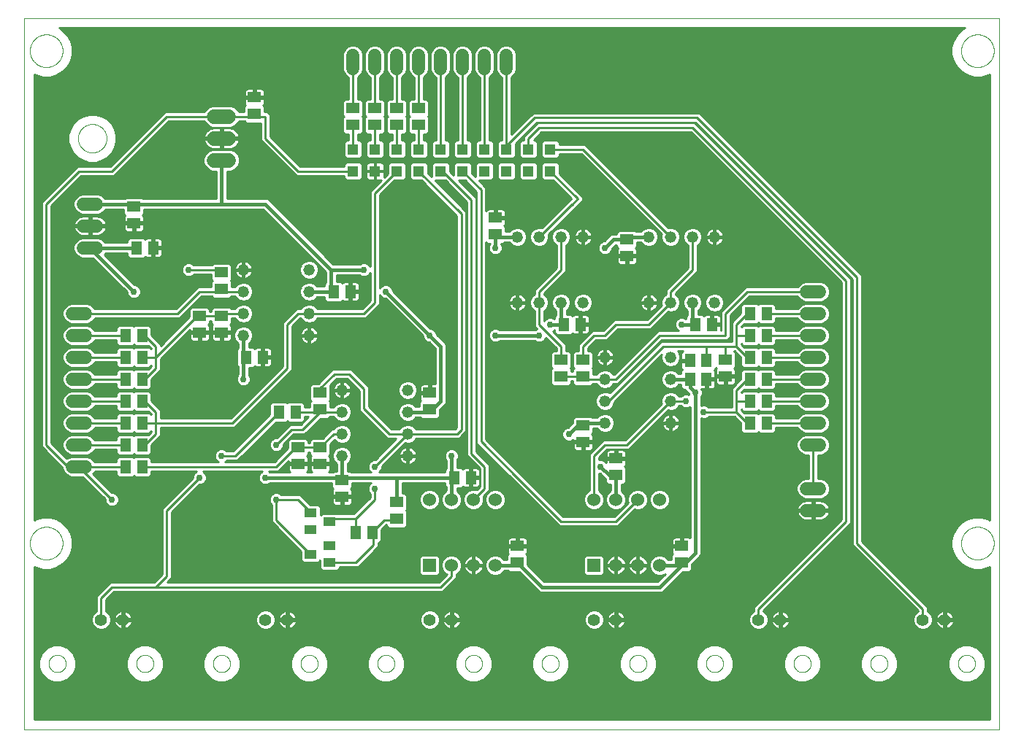
<source format=gtl>
G75*
%MOIN*%
%OFA0B0*%
%FSLAX25Y25*%
%IPPOS*%
%LPD*%
%AMOC8*
5,1,8,0,0,1.08239X$1,22.5*
%
%ADD10C,0.00000*%
%ADD11R,0.05150X0.05150*%
%ADD12C,0.05543*%
%ADD13R,0.05906X0.05118*%
%ADD14R,0.05118X0.05906*%
%ADD15C,0.05937*%
%ADD16C,0.06600*%
%ADD17R,0.06000X0.06000*%
%ADD18C,0.06000*%
%ADD19C,0.05200*%
%ADD20R,0.05512X0.03937*%
%ADD21C,0.01500*%
%ADD22C,0.01000*%
%ADD23C,0.02978*%
%ADD24C,0.00600*%
D10*
X0001500Y0083506D02*
X0001500Y0408506D01*
X0446500Y0408506D01*
X0446500Y0083506D01*
X0001500Y0083506D01*
X0012563Y0113506D02*
X0012565Y0113631D01*
X0012571Y0113756D01*
X0012581Y0113880D01*
X0012595Y0114004D01*
X0012612Y0114128D01*
X0012634Y0114251D01*
X0012660Y0114373D01*
X0012689Y0114495D01*
X0012722Y0114615D01*
X0012760Y0114734D01*
X0012800Y0114853D01*
X0012845Y0114969D01*
X0012893Y0115084D01*
X0012945Y0115198D01*
X0013001Y0115310D01*
X0013060Y0115420D01*
X0013122Y0115528D01*
X0013188Y0115635D01*
X0013257Y0115739D01*
X0013330Y0115840D01*
X0013405Y0115940D01*
X0013484Y0116037D01*
X0013566Y0116131D01*
X0013651Y0116223D01*
X0013738Y0116312D01*
X0013829Y0116398D01*
X0013922Y0116481D01*
X0014018Y0116562D01*
X0014116Y0116639D01*
X0014216Y0116713D01*
X0014319Y0116784D01*
X0014424Y0116851D01*
X0014532Y0116916D01*
X0014641Y0116976D01*
X0014752Y0117034D01*
X0014865Y0117087D01*
X0014979Y0117137D01*
X0015095Y0117184D01*
X0015212Y0117226D01*
X0015331Y0117265D01*
X0015451Y0117301D01*
X0015572Y0117332D01*
X0015694Y0117360D01*
X0015816Y0117383D01*
X0015940Y0117403D01*
X0016064Y0117419D01*
X0016188Y0117431D01*
X0016313Y0117439D01*
X0016438Y0117443D01*
X0016562Y0117443D01*
X0016687Y0117439D01*
X0016812Y0117431D01*
X0016936Y0117419D01*
X0017060Y0117403D01*
X0017184Y0117383D01*
X0017306Y0117360D01*
X0017428Y0117332D01*
X0017549Y0117301D01*
X0017669Y0117265D01*
X0017788Y0117226D01*
X0017905Y0117184D01*
X0018021Y0117137D01*
X0018135Y0117087D01*
X0018248Y0117034D01*
X0018359Y0116976D01*
X0018469Y0116916D01*
X0018576Y0116851D01*
X0018681Y0116784D01*
X0018784Y0116713D01*
X0018884Y0116639D01*
X0018982Y0116562D01*
X0019078Y0116481D01*
X0019171Y0116398D01*
X0019262Y0116312D01*
X0019349Y0116223D01*
X0019434Y0116131D01*
X0019516Y0116037D01*
X0019595Y0115940D01*
X0019670Y0115840D01*
X0019743Y0115739D01*
X0019812Y0115635D01*
X0019878Y0115528D01*
X0019940Y0115420D01*
X0019999Y0115310D01*
X0020055Y0115198D01*
X0020107Y0115084D01*
X0020155Y0114969D01*
X0020200Y0114853D01*
X0020240Y0114734D01*
X0020278Y0114615D01*
X0020311Y0114495D01*
X0020340Y0114373D01*
X0020366Y0114251D01*
X0020388Y0114128D01*
X0020405Y0114004D01*
X0020419Y0113880D01*
X0020429Y0113756D01*
X0020435Y0113631D01*
X0020437Y0113506D01*
X0020435Y0113381D01*
X0020429Y0113256D01*
X0020419Y0113132D01*
X0020405Y0113008D01*
X0020388Y0112884D01*
X0020366Y0112761D01*
X0020340Y0112639D01*
X0020311Y0112517D01*
X0020278Y0112397D01*
X0020240Y0112278D01*
X0020200Y0112159D01*
X0020155Y0112043D01*
X0020107Y0111928D01*
X0020055Y0111814D01*
X0019999Y0111702D01*
X0019940Y0111592D01*
X0019878Y0111484D01*
X0019812Y0111377D01*
X0019743Y0111273D01*
X0019670Y0111172D01*
X0019595Y0111072D01*
X0019516Y0110975D01*
X0019434Y0110881D01*
X0019349Y0110789D01*
X0019262Y0110700D01*
X0019171Y0110614D01*
X0019078Y0110531D01*
X0018982Y0110450D01*
X0018884Y0110373D01*
X0018784Y0110299D01*
X0018681Y0110228D01*
X0018576Y0110161D01*
X0018468Y0110096D01*
X0018359Y0110036D01*
X0018248Y0109978D01*
X0018135Y0109925D01*
X0018021Y0109875D01*
X0017905Y0109828D01*
X0017788Y0109786D01*
X0017669Y0109747D01*
X0017549Y0109711D01*
X0017428Y0109680D01*
X0017306Y0109652D01*
X0017184Y0109629D01*
X0017060Y0109609D01*
X0016936Y0109593D01*
X0016812Y0109581D01*
X0016687Y0109573D01*
X0016562Y0109569D01*
X0016438Y0109569D01*
X0016313Y0109573D01*
X0016188Y0109581D01*
X0016064Y0109593D01*
X0015940Y0109609D01*
X0015816Y0109629D01*
X0015694Y0109652D01*
X0015572Y0109680D01*
X0015451Y0109711D01*
X0015331Y0109747D01*
X0015212Y0109786D01*
X0015095Y0109828D01*
X0014979Y0109875D01*
X0014865Y0109925D01*
X0014752Y0109978D01*
X0014641Y0110036D01*
X0014531Y0110096D01*
X0014424Y0110161D01*
X0014319Y0110228D01*
X0014216Y0110299D01*
X0014116Y0110373D01*
X0014018Y0110450D01*
X0013922Y0110531D01*
X0013829Y0110614D01*
X0013738Y0110700D01*
X0013651Y0110789D01*
X0013566Y0110881D01*
X0013484Y0110975D01*
X0013405Y0111072D01*
X0013330Y0111172D01*
X0013257Y0111273D01*
X0013188Y0111377D01*
X0013122Y0111484D01*
X0013060Y0111592D01*
X0013001Y0111702D01*
X0012945Y0111814D01*
X0012893Y0111928D01*
X0012845Y0112043D01*
X0012800Y0112159D01*
X0012760Y0112278D01*
X0012722Y0112397D01*
X0012689Y0112517D01*
X0012660Y0112639D01*
X0012634Y0112761D01*
X0012612Y0112884D01*
X0012595Y0113008D01*
X0012581Y0113132D01*
X0012571Y0113256D01*
X0012565Y0113381D01*
X0012563Y0113506D01*
X0052563Y0113506D02*
X0052565Y0113631D01*
X0052571Y0113756D01*
X0052581Y0113880D01*
X0052595Y0114004D01*
X0052612Y0114128D01*
X0052634Y0114251D01*
X0052660Y0114373D01*
X0052689Y0114495D01*
X0052722Y0114615D01*
X0052760Y0114734D01*
X0052800Y0114853D01*
X0052845Y0114969D01*
X0052893Y0115084D01*
X0052945Y0115198D01*
X0053001Y0115310D01*
X0053060Y0115420D01*
X0053122Y0115528D01*
X0053188Y0115635D01*
X0053257Y0115739D01*
X0053330Y0115840D01*
X0053405Y0115940D01*
X0053484Y0116037D01*
X0053566Y0116131D01*
X0053651Y0116223D01*
X0053738Y0116312D01*
X0053829Y0116398D01*
X0053922Y0116481D01*
X0054018Y0116562D01*
X0054116Y0116639D01*
X0054216Y0116713D01*
X0054319Y0116784D01*
X0054424Y0116851D01*
X0054532Y0116916D01*
X0054641Y0116976D01*
X0054752Y0117034D01*
X0054865Y0117087D01*
X0054979Y0117137D01*
X0055095Y0117184D01*
X0055212Y0117226D01*
X0055331Y0117265D01*
X0055451Y0117301D01*
X0055572Y0117332D01*
X0055694Y0117360D01*
X0055816Y0117383D01*
X0055940Y0117403D01*
X0056064Y0117419D01*
X0056188Y0117431D01*
X0056313Y0117439D01*
X0056438Y0117443D01*
X0056562Y0117443D01*
X0056687Y0117439D01*
X0056812Y0117431D01*
X0056936Y0117419D01*
X0057060Y0117403D01*
X0057184Y0117383D01*
X0057306Y0117360D01*
X0057428Y0117332D01*
X0057549Y0117301D01*
X0057669Y0117265D01*
X0057788Y0117226D01*
X0057905Y0117184D01*
X0058021Y0117137D01*
X0058135Y0117087D01*
X0058248Y0117034D01*
X0058359Y0116976D01*
X0058469Y0116916D01*
X0058576Y0116851D01*
X0058681Y0116784D01*
X0058784Y0116713D01*
X0058884Y0116639D01*
X0058982Y0116562D01*
X0059078Y0116481D01*
X0059171Y0116398D01*
X0059262Y0116312D01*
X0059349Y0116223D01*
X0059434Y0116131D01*
X0059516Y0116037D01*
X0059595Y0115940D01*
X0059670Y0115840D01*
X0059743Y0115739D01*
X0059812Y0115635D01*
X0059878Y0115528D01*
X0059940Y0115420D01*
X0059999Y0115310D01*
X0060055Y0115198D01*
X0060107Y0115084D01*
X0060155Y0114969D01*
X0060200Y0114853D01*
X0060240Y0114734D01*
X0060278Y0114615D01*
X0060311Y0114495D01*
X0060340Y0114373D01*
X0060366Y0114251D01*
X0060388Y0114128D01*
X0060405Y0114004D01*
X0060419Y0113880D01*
X0060429Y0113756D01*
X0060435Y0113631D01*
X0060437Y0113506D01*
X0060435Y0113381D01*
X0060429Y0113256D01*
X0060419Y0113132D01*
X0060405Y0113008D01*
X0060388Y0112884D01*
X0060366Y0112761D01*
X0060340Y0112639D01*
X0060311Y0112517D01*
X0060278Y0112397D01*
X0060240Y0112278D01*
X0060200Y0112159D01*
X0060155Y0112043D01*
X0060107Y0111928D01*
X0060055Y0111814D01*
X0059999Y0111702D01*
X0059940Y0111592D01*
X0059878Y0111484D01*
X0059812Y0111377D01*
X0059743Y0111273D01*
X0059670Y0111172D01*
X0059595Y0111072D01*
X0059516Y0110975D01*
X0059434Y0110881D01*
X0059349Y0110789D01*
X0059262Y0110700D01*
X0059171Y0110614D01*
X0059078Y0110531D01*
X0058982Y0110450D01*
X0058884Y0110373D01*
X0058784Y0110299D01*
X0058681Y0110228D01*
X0058576Y0110161D01*
X0058468Y0110096D01*
X0058359Y0110036D01*
X0058248Y0109978D01*
X0058135Y0109925D01*
X0058021Y0109875D01*
X0057905Y0109828D01*
X0057788Y0109786D01*
X0057669Y0109747D01*
X0057549Y0109711D01*
X0057428Y0109680D01*
X0057306Y0109652D01*
X0057184Y0109629D01*
X0057060Y0109609D01*
X0056936Y0109593D01*
X0056812Y0109581D01*
X0056687Y0109573D01*
X0056562Y0109569D01*
X0056438Y0109569D01*
X0056313Y0109573D01*
X0056188Y0109581D01*
X0056064Y0109593D01*
X0055940Y0109609D01*
X0055816Y0109629D01*
X0055694Y0109652D01*
X0055572Y0109680D01*
X0055451Y0109711D01*
X0055331Y0109747D01*
X0055212Y0109786D01*
X0055095Y0109828D01*
X0054979Y0109875D01*
X0054865Y0109925D01*
X0054752Y0109978D01*
X0054641Y0110036D01*
X0054531Y0110096D01*
X0054424Y0110161D01*
X0054319Y0110228D01*
X0054216Y0110299D01*
X0054116Y0110373D01*
X0054018Y0110450D01*
X0053922Y0110531D01*
X0053829Y0110614D01*
X0053738Y0110700D01*
X0053651Y0110789D01*
X0053566Y0110881D01*
X0053484Y0110975D01*
X0053405Y0111072D01*
X0053330Y0111172D01*
X0053257Y0111273D01*
X0053188Y0111377D01*
X0053122Y0111484D01*
X0053060Y0111592D01*
X0053001Y0111702D01*
X0052945Y0111814D01*
X0052893Y0111928D01*
X0052845Y0112043D01*
X0052800Y0112159D01*
X0052760Y0112278D01*
X0052722Y0112397D01*
X0052689Y0112517D01*
X0052660Y0112639D01*
X0052634Y0112761D01*
X0052612Y0112884D01*
X0052595Y0113008D01*
X0052581Y0113132D01*
X0052571Y0113256D01*
X0052565Y0113381D01*
X0052563Y0113506D01*
X0087563Y0113506D02*
X0087565Y0113631D01*
X0087571Y0113756D01*
X0087581Y0113880D01*
X0087595Y0114004D01*
X0087612Y0114128D01*
X0087634Y0114251D01*
X0087660Y0114373D01*
X0087689Y0114495D01*
X0087722Y0114615D01*
X0087760Y0114734D01*
X0087800Y0114853D01*
X0087845Y0114969D01*
X0087893Y0115084D01*
X0087945Y0115198D01*
X0088001Y0115310D01*
X0088060Y0115420D01*
X0088122Y0115528D01*
X0088188Y0115635D01*
X0088257Y0115739D01*
X0088330Y0115840D01*
X0088405Y0115940D01*
X0088484Y0116037D01*
X0088566Y0116131D01*
X0088651Y0116223D01*
X0088738Y0116312D01*
X0088829Y0116398D01*
X0088922Y0116481D01*
X0089018Y0116562D01*
X0089116Y0116639D01*
X0089216Y0116713D01*
X0089319Y0116784D01*
X0089424Y0116851D01*
X0089532Y0116916D01*
X0089641Y0116976D01*
X0089752Y0117034D01*
X0089865Y0117087D01*
X0089979Y0117137D01*
X0090095Y0117184D01*
X0090212Y0117226D01*
X0090331Y0117265D01*
X0090451Y0117301D01*
X0090572Y0117332D01*
X0090694Y0117360D01*
X0090816Y0117383D01*
X0090940Y0117403D01*
X0091064Y0117419D01*
X0091188Y0117431D01*
X0091313Y0117439D01*
X0091438Y0117443D01*
X0091562Y0117443D01*
X0091687Y0117439D01*
X0091812Y0117431D01*
X0091936Y0117419D01*
X0092060Y0117403D01*
X0092184Y0117383D01*
X0092306Y0117360D01*
X0092428Y0117332D01*
X0092549Y0117301D01*
X0092669Y0117265D01*
X0092788Y0117226D01*
X0092905Y0117184D01*
X0093021Y0117137D01*
X0093135Y0117087D01*
X0093248Y0117034D01*
X0093359Y0116976D01*
X0093469Y0116916D01*
X0093576Y0116851D01*
X0093681Y0116784D01*
X0093784Y0116713D01*
X0093884Y0116639D01*
X0093982Y0116562D01*
X0094078Y0116481D01*
X0094171Y0116398D01*
X0094262Y0116312D01*
X0094349Y0116223D01*
X0094434Y0116131D01*
X0094516Y0116037D01*
X0094595Y0115940D01*
X0094670Y0115840D01*
X0094743Y0115739D01*
X0094812Y0115635D01*
X0094878Y0115528D01*
X0094940Y0115420D01*
X0094999Y0115310D01*
X0095055Y0115198D01*
X0095107Y0115084D01*
X0095155Y0114969D01*
X0095200Y0114853D01*
X0095240Y0114734D01*
X0095278Y0114615D01*
X0095311Y0114495D01*
X0095340Y0114373D01*
X0095366Y0114251D01*
X0095388Y0114128D01*
X0095405Y0114004D01*
X0095419Y0113880D01*
X0095429Y0113756D01*
X0095435Y0113631D01*
X0095437Y0113506D01*
X0095435Y0113381D01*
X0095429Y0113256D01*
X0095419Y0113132D01*
X0095405Y0113008D01*
X0095388Y0112884D01*
X0095366Y0112761D01*
X0095340Y0112639D01*
X0095311Y0112517D01*
X0095278Y0112397D01*
X0095240Y0112278D01*
X0095200Y0112159D01*
X0095155Y0112043D01*
X0095107Y0111928D01*
X0095055Y0111814D01*
X0094999Y0111702D01*
X0094940Y0111592D01*
X0094878Y0111484D01*
X0094812Y0111377D01*
X0094743Y0111273D01*
X0094670Y0111172D01*
X0094595Y0111072D01*
X0094516Y0110975D01*
X0094434Y0110881D01*
X0094349Y0110789D01*
X0094262Y0110700D01*
X0094171Y0110614D01*
X0094078Y0110531D01*
X0093982Y0110450D01*
X0093884Y0110373D01*
X0093784Y0110299D01*
X0093681Y0110228D01*
X0093576Y0110161D01*
X0093468Y0110096D01*
X0093359Y0110036D01*
X0093248Y0109978D01*
X0093135Y0109925D01*
X0093021Y0109875D01*
X0092905Y0109828D01*
X0092788Y0109786D01*
X0092669Y0109747D01*
X0092549Y0109711D01*
X0092428Y0109680D01*
X0092306Y0109652D01*
X0092184Y0109629D01*
X0092060Y0109609D01*
X0091936Y0109593D01*
X0091812Y0109581D01*
X0091687Y0109573D01*
X0091562Y0109569D01*
X0091438Y0109569D01*
X0091313Y0109573D01*
X0091188Y0109581D01*
X0091064Y0109593D01*
X0090940Y0109609D01*
X0090816Y0109629D01*
X0090694Y0109652D01*
X0090572Y0109680D01*
X0090451Y0109711D01*
X0090331Y0109747D01*
X0090212Y0109786D01*
X0090095Y0109828D01*
X0089979Y0109875D01*
X0089865Y0109925D01*
X0089752Y0109978D01*
X0089641Y0110036D01*
X0089531Y0110096D01*
X0089424Y0110161D01*
X0089319Y0110228D01*
X0089216Y0110299D01*
X0089116Y0110373D01*
X0089018Y0110450D01*
X0088922Y0110531D01*
X0088829Y0110614D01*
X0088738Y0110700D01*
X0088651Y0110789D01*
X0088566Y0110881D01*
X0088484Y0110975D01*
X0088405Y0111072D01*
X0088330Y0111172D01*
X0088257Y0111273D01*
X0088188Y0111377D01*
X0088122Y0111484D01*
X0088060Y0111592D01*
X0088001Y0111702D01*
X0087945Y0111814D01*
X0087893Y0111928D01*
X0087845Y0112043D01*
X0087800Y0112159D01*
X0087760Y0112278D01*
X0087722Y0112397D01*
X0087689Y0112517D01*
X0087660Y0112639D01*
X0087634Y0112761D01*
X0087612Y0112884D01*
X0087595Y0113008D01*
X0087581Y0113132D01*
X0087571Y0113256D01*
X0087565Y0113381D01*
X0087563Y0113506D01*
X0127563Y0113506D02*
X0127565Y0113631D01*
X0127571Y0113756D01*
X0127581Y0113880D01*
X0127595Y0114004D01*
X0127612Y0114128D01*
X0127634Y0114251D01*
X0127660Y0114373D01*
X0127689Y0114495D01*
X0127722Y0114615D01*
X0127760Y0114734D01*
X0127800Y0114853D01*
X0127845Y0114969D01*
X0127893Y0115084D01*
X0127945Y0115198D01*
X0128001Y0115310D01*
X0128060Y0115420D01*
X0128122Y0115528D01*
X0128188Y0115635D01*
X0128257Y0115739D01*
X0128330Y0115840D01*
X0128405Y0115940D01*
X0128484Y0116037D01*
X0128566Y0116131D01*
X0128651Y0116223D01*
X0128738Y0116312D01*
X0128829Y0116398D01*
X0128922Y0116481D01*
X0129018Y0116562D01*
X0129116Y0116639D01*
X0129216Y0116713D01*
X0129319Y0116784D01*
X0129424Y0116851D01*
X0129532Y0116916D01*
X0129641Y0116976D01*
X0129752Y0117034D01*
X0129865Y0117087D01*
X0129979Y0117137D01*
X0130095Y0117184D01*
X0130212Y0117226D01*
X0130331Y0117265D01*
X0130451Y0117301D01*
X0130572Y0117332D01*
X0130694Y0117360D01*
X0130816Y0117383D01*
X0130940Y0117403D01*
X0131064Y0117419D01*
X0131188Y0117431D01*
X0131313Y0117439D01*
X0131438Y0117443D01*
X0131562Y0117443D01*
X0131687Y0117439D01*
X0131812Y0117431D01*
X0131936Y0117419D01*
X0132060Y0117403D01*
X0132184Y0117383D01*
X0132306Y0117360D01*
X0132428Y0117332D01*
X0132549Y0117301D01*
X0132669Y0117265D01*
X0132788Y0117226D01*
X0132905Y0117184D01*
X0133021Y0117137D01*
X0133135Y0117087D01*
X0133248Y0117034D01*
X0133359Y0116976D01*
X0133469Y0116916D01*
X0133576Y0116851D01*
X0133681Y0116784D01*
X0133784Y0116713D01*
X0133884Y0116639D01*
X0133982Y0116562D01*
X0134078Y0116481D01*
X0134171Y0116398D01*
X0134262Y0116312D01*
X0134349Y0116223D01*
X0134434Y0116131D01*
X0134516Y0116037D01*
X0134595Y0115940D01*
X0134670Y0115840D01*
X0134743Y0115739D01*
X0134812Y0115635D01*
X0134878Y0115528D01*
X0134940Y0115420D01*
X0134999Y0115310D01*
X0135055Y0115198D01*
X0135107Y0115084D01*
X0135155Y0114969D01*
X0135200Y0114853D01*
X0135240Y0114734D01*
X0135278Y0114615D01*
X0135311Y0114495D01*
X0135340Y0114373D01*
X0135366Y0114251D01*
X0135388Y0114128D01*
X0135405Y0114004D01*
X0135419Y0113880D01*
X0135429Y0113756D01*
X0135435Y0113631D01*
X0135437Y0113506D01*
X0135435Y0113381D01*
X0135429Y0113256D01*
X0135419Y0113132D01*
X0135405Y0113008D01*
X0135388Y0112884D01*
X0135366Y0112761D01*
X0135340Y0112639D01*
X0135311Y0112517D01*
X0135278Y0112397D01*
X0135240Y0112278D01*
X0135200Y0112159D01*
X0135155Y0112043D01*
X0135107Y0111928D01*
X0135055Y0111814D01*
X0134999Y0111702D01*
X0134940Y0111592D01*
X0134878Y0111484D01*
X0134812Y0111377D01*
X0134743Y0111273D01*
X0134670Y0111172D01*
X0134595Y0111072D01*
X0134516Y0110975D01*
X0134434Y0110881D01*
X0134349Y0110789D01*
X0134262Y0110700D01*
X0134171Y0110614D01*
X0134078Y0110531D01*
X0133982Y0110450D01*
X0133884Y0110373D01*
X0133784Y0110299D01*
X0133681Y0110228D01*
X0133576Y0110161D01*
X0133468Y0110096D01*
X0133359Y0110036D01*
X0133248Y0109978D01*
X0133135Y0109925D01*
X0133021Y0109875D01*
X0132905Y0109828D01*
X0132788Y0109786D01*
X0132669Y0109747D01*
X0132549Y0109711D01*
X0132428Y0109680D01*
X0132306Y0109652D01*
X0132184Y0109629D01*
X0132060Y0109609D01*
X0131936Y0109593D01*
X0131812Y0109581D01*
X0131687Y0109573D01*
X0131562Y0109569D01*
X0131438Y0109569D01*
X0131313Y0109573D01*
X0131188Y0109581D01*
X0131064Y0109593D01*
X0130940Y0109609D01*
X0130816Y0109629D01*
X0130694Y0109652D01*
X0130572Y0109680D01*
X0130451Y0109711D01*
X0130331Y0109747D01*
X0130212Y0109786D01*
X0130095Y0109828D01*
X0129979Y0109875D01*
X0129865Y0109925D01*
X0129752Y0109978D01*
X0129641Y0110036D01*
X0129531Y0110096D01*
X0129424Y0110161D01*
X0129319Y0110228D01*
X0129216Y0110299D01*
X0129116Y0110373D01*
X0129018Y0110450D01*
X0128922Y0110531D01*
X0128829Y0110614D01*
X0128738Y0110700D01*
X0128651Y0110789D01*
X0128566Y0110881D01*
X0128484Y0110975D01*
X0128405Y0111072D01*
X0128330Y0111172D01*
X0128257Y0111273D01*
X0128188Y0111377D01*
X0128122Y0111484D01*
X0128060Y0111592D01*
X0128001Y0111702D01*
X0127945Y0111814D01*
X0127893Y0111928D01*
X0127845Y0112043D01*
X0127800Y0112159D01*
X0127760Y0112278D01*
X0127722Y0112397D01*
X0127689Y0112517D01*
X0127660Y0112639D01*
X0127634Y0112761D01*
X0127612Y0112884D01*
X0127595Y0113008D01*
X0127581Y0113132D01*
X0127571Y0113256D01*
X0127565Y0113381D01*
X0127563Y0113506D01*
X0162563Y0113506D02*
X0162565Y0113631D01*
X0162571Y0113756D01*
X0162581Y0113880D01*
X0162595Y0114004D01*
X0162612Y0114128D01*
X0162634Y0114251D01*
X0162660Y0114373D01*
X0162689Y0114495D01*
X0162722Y0114615D01*
X0162760Y0114734D01*
X0162800Y0114853D01*
X0162845Y0114969D01*
X0162893Y0115084D01*
X0162945Y0115198D01*
X0163001Y0115310D01*
X0163060Y0115420D01*
X0163122Y0115528D01*
X0163188Y0115635D01*
X0163257Y0115739D01*
X0163330Y0115840D01*
X0163405Y0115940D01*
X0163484Y0116037D01*
X0163566Y0116131D01*
X0163651Y0116223D01*
X0163738Y0116312D01*
X0163829Y0116398D01*
X0163922Y0116481D01*
X0164018Y0116562D01*
X0164116Y0116639D01*
X0164216Y0116713D01*
X0164319Y0116784D01*
X0164424Y0116851D01*
X0164532Y0116916D01*
X0164641Y0116976D01*
X0164752Y0117034D01*
X0164865Y0117087D01*
X0164979Y0117137D01*
X0165095Y0117184D01*
X0165212Y0117226D01*
X0165331Y0117265D01*
X0165451Y0117301D01*
X0165572Y0117332D01*
X0165694Y0117360D01*
X0165816Y0117383D01*
X0165940Y0117403D01*
X0166064Y0117419D01*
X0166188Y0117431D01*
X0166313Y0117439D01*
X0166438Y0117443D01*
X0166562Y0117443D01*
X0166687Y0117439D01*
X0166812Y0117431D01*
X0166936Y0117419D01*
X0167060Y0117403D01*
X0167184Y0117383D01*
X0167306Y0117360D01*
X0167428Y0117332D01*
X0167549Y0117301D01*
X0167669Y0117265D01*
X0167788Y0117226D01*
X0167905Y0117184D01*
X0168021Y0117137D01*
X0168135Y0117087D01*
X0168248Y0117034D01*
X0168359Y0116976D01*
X0168469Y0116916D01*
X0168576Y0116851D01*
X0168681Y0116784D01*
X0168784Y0116713D01*
X0168884Y0116639D01*
X0168982Y0116562D01*
X0169078Y0116481D01*
X0169171Y0116398D01*
X0169262Y0116312D01*
X0169349Y0116223D01*
X0169434Y0116131D01*
X0169516Y0116037D01*
X0169595Y0115940D01*
X0169670Y0115840D01*
X0169743Y0115739D01*
X0169812Y0115635D01*
X0169878Y0115528D01*
X0169940Y0115420D01*
X0169999Y0115310D01*
X0170055Y0115198D01*
X0170107Y0115084D01*
X0170155Y0114969D01*
X0170200Y0114853D01*
X0170240Y0114734D01*
X0170278Y0114615D01*
X0170311Y0114495D01*
X0170340Y0114373D01*
X0170366Y0114251D01*
X0170388Y0114128D01*
X0170405Y0114004D01*
X0170419Y0113880D01*
X0170429Y0113756D01*
X0170435Y0113631D01*
X0170437Y0113506D01*
X0170435Y0113381D01*
X0170429Y0113256D01*
X0170419Y0113132D01*
X0170405Y0113008D01*
X0170388Y0112884D01*
X0170366Y0112761D01*
X0170340Y0112639D01*
X0170311Y0112517D01*
X0170278Y0112397D01*
X0170240Y0112278D01*
X0170200Y0112159D01*
X0170155Y0112043D01*
X0170107Y0111928D01*
X0170055Y0111814D01*
X0169999Y0111702D01*
X0169940Y0111592D01*
X0169878Y0111484D01*
X0169812Y0111377D01*
X0169743Y0111273D01*
X0169670Y0111172D01*
X0169595Y0111072D01*
X0169516Y0110975D01*
X0169434Y0110881D01*
X0169349Y0110789D01*
X0169262Y0110700D01*
X0169171Y0110614D01*
X0169078Y0110531D01*
X0168982Y0110450D01*
X0168884Y0110373D01*
X0168784Y0110299D01*
X0168681Y0110228D01*
X0168576Y0110161D01*
X0168468Y0110096D01*
X0168359Y0110036D01*
X0168248Y0109978D01*
X0168135Y0109925D01*
X0168021Y0109875D01*
X0167905Y0109828D01*
X0167788Y0109786D01*
X0167669Y0109747D01*
X0167549Y0109711D01*
X0167428Y0109680D01*
X0167306Y0109652D01*
X0167184Y0109629D01*
X0167060Y0109609D01*
X0166936Y0109593D01*
X0166812Y0109581D01*
X0166687Y0109573D01*
X0166562Y0109569D01*
X0166438Y0109569D01*
X0166313Y0109573D01*
X0166188Y0109581D01*
X0166064Y0109593D01*
X0165940Y0109609D01*
X0165816Y0109629D01*
X0165694Y0109652D01*
X0165572Y0109680D01*
X0165451Y0109711D01*
X0165331Y0109747D01*
X0165212Y0109786D01*
X0165095Y0109828D01*
X0164979Y0109875D01*
X0164865Y0109925D01*
X0164752Y0109978D01*
X0164641Y0110036D01*
X0164531Y0110096D01*
X0164424Y0110161D01*
X0164319Y0110228D01*
X0164216Y0110299D01*
X0164116Y0110373D01*
X0164018Y0110450D01*
X0163922Y0110531D01*
X0163829Y0110614D01*
X0163738Y0110700D01*
X0163651Y0110789D01*
X0163566Y0110881D01*
X0163484Y0110975D01*
X0163405Y0111072D01*
X0163330Y0111172D01*
X0163257Y0111273D01*
X0163188Y0111377D01*
X0163122Y0111484D01*
X0163060Y0111592D01*
X0163001Y0111702D01*
X0162945Y0111814D01*
X0162893Y0111928D01*
X0162845Y0112043D01*
X0162800Y0112159D01*
X0162760Y0112278D01*
X0162722Y0112397D01*
X0162689Y0112517D01*
X0162660Y0112639D01*
X0162634Y0112761D01*
X0162612Y0112884D01*
X0162595Y0113008D01*
X0162581Y0113132D01*
X0162571Y0113256D01*
X0162565Y0113381D01*
X0162563Y0113506D01*
X0202563Y0113506D02*
X0202565Y0113631D01*
X0202571Y0113756D01*
X0202581Y0113880D01*
X0202595Y0114004D01*
X0202612Y0114128D01*
X0202634Y0114251D01*
X0202660Y0114373D01*
X0202689Y0114495D01*
X0202722Y0114615D01*
X0202760Y0114734D01*
X0202800Y0114853D01*
X0202845Y0114969D01*
X0202893Y0115084D01*
X0202945Y0115198D01*
X0203001Y0115310D01*
X0203060Y0115420D01*
X0203122Y0115528D01*
X0203188Y0115635D01*
X0203257Y0115739D01*
X0203330Y0115840D01*
X0203405Y0115940D01*
X0203484Y0116037D01*
X0203566Y0116131D01*
X0203651Y0116223D01*
X0203738Y0116312D01*
X0203829Y0116398D01*
X0203922Y0116481D01*
X0204018Y0116562D01*
X0204116Y0116639D01*
X0204216Y0116713D01*
X0204319Y0116784D01*
X0204424Y0116851D01*
X0204532Y0116916D01*
X0204641Y0116976D01*
X0204752Y0117034D01*
X0204865Y0117087D01*
X0204979Y0117137D01*
X0205095Y0117184D01*
X0205212Y0117226D01*
X0205331Y0117265D01*
X0205451Y0117301D01*
X0205572Y0117332D01*
X0205694Y0117360D01*
X0205816Y0117383D01*
X0205940Y0117403D01*
X0206064Y0117419D01*
X0206188Y0117431D01*
X0206313Y0117439D01*
X0206438Y0117443D01*
X0206562Y0117443D01*
X0206687Y0117439D01*
X0206812Y0117431D01*
X0206936Y0117419D01*
X0207060Y0117403D01*
X0207184Y0117383D01*
X0207306Y0117360D01*
X0207428Y0117332D01*
X0207549Y0117301D01*
X0207669Y0117265D01*
X0207788Y0117226D01*
X0207905Y0117184D01*
X0208021Y0117137D01*
X0208135Y0117087D01*
X0208248Y0117034D01*
X0208359Y0116976D01*
X0208469Y0116916D01*
X0208576Y0116851D01*
X0208681Y0116784D01*
X0208784Y0116713D01*
X0208884Y0116639D01*
X0208982Y0116562D01*
X0209078Y0116481D01*
X0209171Y0116398D01*
X0209262Y0116312D01*
X0209349Y0116223D01*
X0209434Y0116131D01*
X0209516Y0116037D01*
X0209595Y0115940D01*
X0209670Y0115840D01*
X0209743Y0115739D01*
X0209812Y0115635D01*
X0209878Y0115528D01*
X0209940Y0115420D01*
X0209999Y0115310D01*
X0210055Y0115198D01*
X0210107Y0115084D01*
X0210155Y0114969D01*
X0210200Y0114853D01*
X0210240Y0114734D01*
X0210278Y0114615D01*
X0210311Y0114495D01*
X0210340Y0114373D01*
X0210366Y0114251D01*
X0210388Y0114128D01*
X0210405Y0114004D01*
X0210419Y0113880D01*
X0210429Y0113756D01*
X0210435Y0113631D01*
X0210437Y0113506D01*
X0210435Y0113381D01*
X0210429Y0113256D01*
X0210419Y0113132D01*
X0210405Y0113008D01*
X0210388Y0112884D01*
X0210366Y0112761D01*
X0210340Y0112639D01*
X0210311Y0112517D01*
X0210278Y0112397D01*
X0210240Y0112278D01*
X0210200Y0112159D01*
X0210155Y0112043D01*
X0210107Y0111928D01*
X0210055Y0111814D01*
X0209999Y0111702D01*
X0209940Y0111592D01*
X0209878Y0111484D01*
X0209812Y0111377D01*
X0209743Y0111273D01*
X0209670Y0111172D01*
X0209595Y0111072D01*
X0209516Y0110975D01*
X0209434Y0110881D01*
X0209349Y0110789D01*
X0209262Y0110700D01*
X0209171Y0110614D01*
X0209078Y0110531D01*
X0208982Y0110450D01*
X0208884Y0110373D01*
X0208784Y0110299D01*
X0208681Y0110228D01*
X0208576Y0110161D01*
X0208468Y0110096D01*
X0208359Y0110036D01*
X0208248Y0109978D01*
X0208135Y0109925D01*
X0208021Y0109875D01*
X0207905Y0109828D01*
X0207788Y0109786D01*
X0207669Y0109747D01*
X0207549Y0109711D01*
X0207428Y0109680D01*
X0207306Y0109652D01*
X0207184Y0109629D01*
X0207060Y0109609D01*
X0206936Y0109593D01*
X0206812Y0109581D01*
X0206687Y0109573D01*
X0206562Y0109569D01*
X0206438Y0109569D01*
X0206313Y0109573D01*
X0206188Y0109581D01*
X0206064Y0109593D01*
X0205940Y0109609D01*
X0205816Y0109629D01*
X0205694Y0109652D01*
X0205572Y0109680D01*
X0205451Y0109711D01*
X0205331Y0109747D01*
X0205212Y0109786D01*
X0205095Y0109828D01*
X0204979Y0109875D01*
X0204865Y0109925D01*
X0204752Y0109978D01*
X0204641Y0110036D01*
X0204531Y0110096D01*
X0204424Y0110161D01*
X0204319Y0110228D01*
X0204216Y0110299D01*
X0204116Y0110373D01*
X0204018Y0110450D01*
X0203922Y0110531D01*
X0203829Y0110614D01*
X0203738Y0110700D01*
X0203651Y0110789D01*
X0203566Y0110881D01*
X0203484Y0110975D01*
X0203405Y0111072D01*
X0203330Y0111172D01*
X0203257Y0111273D01*
X0203188Y0111377D01*
X0203122Y0111484D01*
X0203060Y0111592D01*
X0203001Y0111702D01*
X0202945Y0111814D01*
X0202893Y0111928D01*
X0202845Y0112043D01*
X0202800Y0112159D01*
X0202760Y0112278D01*
X0202722Y0112397D01*
X0202689Y0112517D01*
X0202660Y0112639D01*
X0202634Y0112761D01*
X0202612Y0112884D01*
X0202595Y0113008D01*
X0202581Y0113132D01*
X0202571Y0113256D01*
X0202565Y0113381D01*
X0202563Y0113506D01*
X0237563Y0113506D02*
X0237565Y0113631D01*
X0237571Y0113756D01*
X0237581Y0113880D01*
X0237595Y0114004D01*
X0237612Y0114128D01*
X0237634Y0114251D01*
X0237660Y0114373D01*
X0237689Y0114495D01*
X0237722Y0114615D01*
X0237760Y0114734D01*
X0237800Y0114853D01*
X0237845Y0114969D01*
X0237893Y0115084D01*
X0237945Y0115198D01*
X0238001Y0115310D01*
X0238060Y0115420D01*
X0238122Y0115528D01*
X0238188Y0115635D01*
X0238257Y0115739D01*
X0238330Y0115840D01*
X0238405Y0115940D01*
X0238484Y0116037D01*
X0238566Y0116131D01*
X0238651Y0116223D01*
X0238738Y0116312D01*
X0238829Y0116398D01*
X0238922Y0116481D01*
X0239018Y0116562D01*
X0239116Y0116639D01*
X0239216Y0116713D01*
X0239319Y0116784D01*
X0239424Y0116851D01*
X0239532Y0116916D01*
X0239641Y0116976D01*
X0239752Y0117034D01*
X0239865Y0117087D01*
X0239979Y0117137D01*
X0240095Y0117184D01*
X0240212Y0117226D01*
X0240331Y0117265D01*
X0240451Y0117301D01*
X0240572Y0117332D01*
X0240694Y0117360D01*
X0240816Y0117383D01*
X0240940Y0117403D01*
X0241064Y0117419D01*
X0241188Y0117431D01*
X0241313Y0117439D01*
X0241438Y0117443D01*
X0241562Y0117443D01*
X0241687Y0117439D01*
X0241812Y0117431D01*
X0241936Y0117419D01*
X0242060Y0117403D01*
X0242184Y0117383D01*
X0242306Y0117360D01*
X0242428Y0117332D01*
X0242549Y0117301D01*
X0242669Y0117265D01*
X0242788Y0117226D01*
X0242905Y0117184D01*
X0243021Y0117137D01*
X0243135Y0117087D01*
X0243248Y0117034D01*
X0243359Y0116976D01*
X0243469Y0116916D01*
X0243576Y0116851D01*
X0243681Y0116784D01*
X0243784Y0116713D01*
X0243884Y0116639D01*
X0243982Y0116562D01*
X0244078Y0116481D01*
X0244171Y0116398D01*
X0244262Y0116312D01*
X0244349Y0116223D01*
X0244434Y0116131D01*
X0244516Y0116037D01*
X0244595Y0115940D01*
X0244670Y0115840D01*
X0244743Y0115739D01*
X0244812Y0115635D01*
X0244878Y0115528D01*
X0244940Y0115420D01*
X0244999Y0115310D01*
X0245055Y0115198D01*
X0245107Y0115084D01*
X0245155Y0114969D01*
X0245200Y0114853D01*
X0245240Y0114734D01*
X0245278Y0114615D01*
X0245311Y0114495D01*
X0245340Y0114373D01*
X0245366Y0114251D01*
X0245388Y0114128D01*
X0245405Y0114004D01*
X0245419Y0113880D01*
X0245429Y0113756D01*
X0245435Y0113631D01*
X0245437Y0113506D01*
X0245435Y0113381D01*
X0245429Y0113256D01*
X0245419Y0113132D01*
X0245405Y0113008D01*
X0245388Y0112884D01*
X0245366Y0112761D01*
X0245340Y0112639D01*
X0245311Y0112517D01*
X0245278Y0112397D01*
X0245240Y0112278D01*
X0245200Y0112159D01*
X0245155Y0112043D01*
X0245107Y0111928D01*
X0245055Y0111814D01*
X0244999Y0111702D01*
X0244940Y0111592D01*
X0244878Y0111484D01*
X0244812Y0111377D01*
X0244743Y0111273D01*
X0244670Y0111172D01*
X0244595Y0111072D01*
X0244516Y0110975D01*
X0244434Y0110881D01*
X0244349Y0110789D01*
X0244262Y0110700D01*
X0244171Y0110614D01*
X0244078Y0110531D01*
X0243982Y0110450D01*
X0243884Y0110373D01*
X0243784Y0110299D01*
X0243681Y0110228D01*
X0243576Y0110161D01*
X0243468Y0110096D01*
X0243359Y0110036D01*
X0243248Y0109978D01*
X0243135Y0109925D01*
X0243021Y0109875D01*
X0242905Y0109828D01*
X0242788Y0109786D01*
X0242669Y0109747D01*
X0242549Y0109711D01*
X0242428Y0109680D01*
X0242306Y0109652D01*
X0242184Y0109629D01*
X0242060Y0109609D01*
X0241936Y0109593D01*
X0241812Y0109581D01*
X0241687Y0109573D01*
X0241562Y0109569D01*
X0241438Y0109569D01*
X0241313Y0109573D01*
X0241188Y0109581D01*
X0241064Y0109593D01*
X0240940Y0109609D01*
X0240816Y0109629D01*
X0240694Y0109652D01*
X0240572Y0109680D01*
X0240451Y0109711D01*
X0240331Y0109747D01*
X0240212Y0109786D01*
X0240095Y0109828D01*
X0239979Y0109875D01*
X0239865Y0109925D01*
X0239752Y0109978D01*
X0239641Y0110036D01*
X0239531Y0110096D01*
X0239424Y0110161D01*
X0239319Y0110228D01*
X0239216Y0110299D01*
X0239116Y0110373D01*
X0239018Y0110450D01*
X0238922Y0110531D01*
X0238829Y0110614D01*
X0238738Y0110700D01*
X0238651Y0110789D01*
X0238566Y0110881D01*
X0238484Y0110975D01*
X0238405Y0111072D01*
X0238330Y0111172D01*
X0238257Y0111273D01*
X0238188Y0111377D01*
X0238122Y0111484D01*
X0238060Y0111592D01*
X0238001Y0111702D01*
X0237945Y0111814D01*
X0237893Y0111928D01*
X0237845Y0112043D01*
X0237800Y0112159D01*
X0237760Y0112278D01*
X0237722Y0112397D01*
X0237689Y0112517D01*
X0237660Y0112639D01*
X0237634Y0112761D01*
X0237612Y0112884D01*
X0237595Y0113008D01*
X0237581Y0113132D01*
X0237571Y0113256D01*
X0237565Y0113381D01*
X0237563Y0113506D01*
X0277563Y0113506D02*
X0277565Y0113631D01*
X0277571Y0113756D01*
X0277581Y0113880D01*
X0277595Y0114004D01*
X0277612Y0114128D01*
X0277634Y0114251D01*
X0277660Y0114373D01*
X0277689Y0114495D01*
X0277722Y0114615D01*
X0277760Y0114734D01*
X0277800Y0114853D01*
X0277845Y0114969D01*
X0277893Y0115084D01*
X0277945Y0115198D01*
X0278001Y0115310D01*
X0278060Y0115420D01*
X0278122Y0115528D01*
X0278188Y0115635D01*
X0278257Y0115739D01*
X0278330Y0115840D01*
X0278405Y0115940D01*
X0278484Y0116037D01*
X0278566Y0116131D01*
X0278651Y0116223D01*
X0278738Y0116312D01*
X0278829Y0116398D01*
X0278922Y0116481D01*
X0279018Y0116562D01*
X0279116Y0116639D01*
X0279216Y0116713D01*
X0279319Y0116784D01*
X0279424Y0116851D01*
X0279532Y0116916D01*
X0279641Y0116976D01*
X0279752Y0117034D01*
X0279865Y0117087D01*
X0279979Y0117137D01*
X0280095Y0117184D01*
X0280212Y0117226D01*
X0280331Y0117265D01*
X0280451Y0117301D01*
X0280572Y0117332D01*
X0280694Y0117360D01*
X0280816Y0117383D01*
X0280940Y0117403D01*
X0281064Y0117419D01*
X0281188Y0117431D01*
X0281313Y0117439D01*
X0281438Y0117443D01*
X0281562Y0117443D01*
X0281687Y0117439D01*
X0281812Y0117431D01*
X0281936Y0117419D01*
X0282060Y0117403D01*
X0282184Y0117383D01*
X0282306Y0117360D01*
X0282428Y0117332D01*
X0282549Y0117301D01*
X0282669Y0117265D01*
X0282788Y0117226D01*
X0282905Y0117184D01*
X0283021Y0117137D01*
X0283135Y0117087D01*
X0283248Y0117034D01*
X0283359Y0116976D01*
X0283469Y0116916D01*
X0283576Y0116851D01*
X0283681Y0116784D01*
X0283784Y0116713D01*
X0283884Y0116639D01*
X0283982Y0116562D01*
X0284078Y0116481D01*
X0284171Y0116398D01*
X0284262Y0116312D01*
X0284349Y0116223D01*
X0284434Y0116131D01*
X0284516Y0116037D01*
X0284595Y0115940D01*
X0284670Y0115840D01*
X0284743Y0115739D01*
X0284812Y0115635D01*
X0284878Y0115528D01*
X0284940Y0115420D01*
X0284999Y0115310D01*
X0285055Y0115198D01*
X0285107Y0115084D01*
X0285155Y0114969D01*
X0285200Y0114853D01*
X0285240Y0114734D01*
X0285278Y0114615D01*
X0285311Y0114495D01*
X0285340Y0114373D01*
X0285366Y0114251D01*
X0285388Y0114128D01*
X0285405Y0114004D01*
X0285419Y0113880D01*
X0285429Y0113756D01*
X0285435Y0113631D01*
X0285437Y0113506D01*
X0285435Y0113381D01*
X0285429Y0113256D01*
X0285419Y0113132D01*
X0285405Y0113008D01*
X0285388Y0112884D01*
X0285366Y0112761D01*
X0285340Y0112639D01*
X0285311Y0112517D01*
X0285278Y0112397D01*
X0285240Y0112278D01*
X0285200Y0112159D01*
X0285155Y0112043D01*
X0285107Y0111928D01*
X0285055Y0111814D01*
X0284999Y0111702D01*
X0284940Y0111592D01*
X0284878Y0111484D01*
X0284812Y0111377D01*
X0284743Y0111273D01*
X0284670Y0111172D01*
X0284595Y0111072D01*
X0284516Y0110975D01*
X0284434Y0110881D01*
X0284349Y0110789D01*
X0284262Y0110700D01*
X0284171Y0110614D01*
X0284078Y0110531D01*
X0283982Y0110450D01*
X0283884Y0110373D01*
X0283784Y0110299D01*
X0283681Y0110228D01*
X0283576Y0110161D01*
X0283468Y0110096D01*
X0283359Y0110036D01*
X0283248Y0109978D01*
X0283135Y0109925D01*
X0283021Y0109875D01*
X0282905Y0109828D01*
X0282788Y0109786D01*
X0282669Y0109747D01*
X0282549Y0109711D01*
X0282428Y0109680D01*
X0282306Y0109652D01*
X0282184Y0109629D01*
X0282060Y0109609D01*
X0281936Y0109593D01*
X0281812Y0109581D01*
X0281687Y0109573D01*
X0281562Y0109569D01*
X0281438Y0109569D01*
X0281313Y0109573D01*
X0281188Y0109581D01*
X0281064Y0109593D01*
X0280940Y0109609D01*
X0280816Y0109629D01*
X0280694Y0109652D01*
X0280572Y0109680D01*
X0280451Y0109711D01*
X0280331Y0109747D01*
X0280212Y0109786D01*
X0280095Y0109828D01*
X0279979Y0109875D01*
X0279865Y0109925D01*
X0279752Y0109978D01*
X0279641Y0110036D01*
X0279531Y0110096D01*
X0279424Y0110161D01*
X0279319Y0110228D01*
X0279216Y0110299D01*
X0279116Y0110373D01*
X0279018Y0110450D01*
X0278922Y0110531D01*
X0278829Y0110614D01*
X0278738Y0110700D01*
X0278651Y0110789D01*
X0278566Y0110881D01*
X0278484Y0110975D01*
X0278405Y0111072D01*
X0278330Y0111172D01*
X0278257Y0111273D01*
X0278188Y0111377D01*
X0278122Y0111484D01*
X0278060Y0111592D01*
X0278001Y0111702D01*
X0277945Y0111814D01*
X0277893Y0111928D01*
X0277845Y0112043D01*
X0277800Y0112159D01*
X0277760Y0112278D01*
X0277722Y0112397D01*
X0277689Y0112517D01*
X0277660Y0112639D01*
X0277634Y0112761D01*
X0277612Y0112884D01*
X0277595Y0113008D01*
X0277581Y0113132D01*
X0277571Y0113256D01*
X0277565Y0113381D01*
X0277563Y0113506D01*
X0312563Y0113506D02*
X0312565Y0113631D01*
X0312571Y0113756D01*
X0312581Y0113880D01*
X0312595Y0114004D01*
X0312612Y0114128D01*
X0312634Y0114251D01*
X0312660Y0114373D01*
X0312689Y0114495D01*
X0312722Y0114615D01*
X0312760Y0114734D01*
X0312800Y0114853D01*
X0312845Y0114969D01*
X0312893Y0115084D01*
X0312945Y0115198D01*
X0313001Y0115310D01*
X0313060Y0115420D01*
X0313122Y0115528D01*
X0313188Y0115635D01*
X0313257Y0115739D01*
X0313330Y0115840D01*
X0313405Y0115940D01*
X0313484Y0116037D01*
X0313566Y0116131D01*
X0313651Y0116223D01*
X0313738Y0116312D01*
X0313829Y0116398D01*
X0313922Y0116481D01*
X0314018Y0116562D01*
X0314116Y0116639D01*
X0314216Y0116713D01*
X0314319Y0116784D01*
X0314424Y0116851D01*
X0314532Y0116916D01*
X0314641Y0116976D01*
X0314752Y0117034D01*
X0314865Y0117087D01*
X0314979Y0117137D01*
X0315095Y0117184D01*
X0315212Y0117226D01*
X0315331Y0117265D01*
X0315451Y0117301D01*
X0315572Y0117332D01*
X0315694Y0117360D01*
X0315816Y0117383D01*
X0315940Y0117403D01*
X0316064Y0117419D01*
X0316188Y0117431D01*
X0316313Y0117439D01*
X0316438Y0117443D01*
X0316562Y0117443D01*
X0316687Y0117439D01*
X0316812Y0117431D01*
X0316936Y0117419D01*
X0317060Y0117403D01*
X0317184Y0117383D01*
X0317306Y0117360D01*
X0317428Y0117332D01*
X0317549Y0117301D01*
X0317669Y0117265D01*
X0317788Y0117226D01*
X0317905Y0117184D01*
X0318021Y0117137D01*
X0318135Y0117087D01*
X0318248Y0117034D01*
X0318359Y0116976D01*
X0318469Y0116916D01*
X0318576Y0116851D01*
X0318681Y0116784D01*
X0318784Y0116713D01*
X0318884Y0116639D01*
X0318982Y0116562D01*
X0319078Y0116481D01*
X0319171Y0116398D01*
X0319262Y0116312D01*
X0319349Y0116223D01*
X0319434Y0116131D01*
X0319516Y0116037D01*
X0319595Y0115940D01*
X0319670Y0115840D01*
X0319743Y0115739D01*
X0319812Y0115635D01*
X0319878Y0115528D01*
X0319940Y0115420D01*
X0319999Y0115310D01*
X0320055Y0115198D01*
X0320107Y0115084D01*
X0320155Y0114969D01*
X0320200Y0114853D01*
X0320240Y0114734D01*
X0320278Y0114615D01*
X0320311Y0114495D01*
X0320340Y0114373D01*
X0320366Y0114251D01*
X0320388Y0114128D01*
X0320405Y0114004D01*
X0320419Y0113880D01*
X0320429Y0113756D01*
X0320435Y0113631D01*
X0320437Y0113506D01*
X0320435Y0113381D01*
X0320429Y0113256D01*
X0320419Y0113132D01*
X0320405Y0113008D01*
X0320388Y0112884D01*
X0320366Y0112761D01*
X0320340Y0112639D01*
X0320311Y0112517D01*
X0320278Y0112397D01*
X0320240Y0112278D01*
X0320200Y0112159D01*
X0320155Y0112043D01*
X0320107Y0111928D01*
X0320055Y0111814D01*
X0319999Y0111702D01*
X0319940Y0111592D01*
X0319878Y0111484D01*
X0319812Y0111377D01*
X0319743Y0111273D01*
X0319670Y0111172D01*
X0319595Y0111072D01*
X0319516Y0110975D01*
X0319434Y0110881D01*
X0319349Y0110789D01*
X0319262Y0110700D01*
X0319171Y0110614D01*
X0319078Y0110531D01*
X0318982Y0110450D01*
X0318884Y0110373D01*
X0318784Y0110299D01*
X0318681Y0110228D01*
X0318576Y0110161D01*
X0318468Y0110096D01*
X0318359Y0110036D01*
X0318248Y0109978D01*
X0318135Y0109925D01*
X0318021Y0109875D01*
X0317905Y0109828D01*
X0317788Y0109786D01*
X0317669Y0109747D01*
X0317549Y0109711D01*
X0317428Y0109680D01*
X0317306Y0109652D01*
X0317184Y0109629D01*
X0317060Y0109609D01*
X0316936Y0109593D01*
X0316812Y0109581D01*
X0316687Y0109573D01*
X0316562Y0109569D01*
X0316438Y0109569D01*
X0316313Y0109573D01*
X0316188Y0109581D01*
X0316064Y0109593D01*
X0315940Y0109609D01*
X0315816Y0109629D01*
X0315694Y0109652D01*
X0315572Y0109680D01*
X0315451Y0109711D01*
X0315331Y0109747D01*
X0315212Y0109786D01*
X0315095Y0109828D01*
X0314979Y0109875D01*
X0314865Y0109925D01*
X0314752Y0109978D01*
X0314641Y0110036D01*
X0314531Y0110096D01*
X0314424Y0110161D01*
X0314319Y0110228D01*
X0314216Y0110299D01*
X0314116Y0110373D01*
X0314018Y0110450D01*
X0313922Y0110531D01*
X0313829Y0110614D01*
X0313738Y0110700D01*
X0313651Y0110789D01*
X0313566Y0110881D01*
X0313484Y0110975D01*
X0313405Y0111072D01*
X0313330Y0111172D01*
X0313257Y0111273D01*
X0313188Y0111377D01*
X0313122Y0111484D01*
X0313060Y0111592D01*
X0313001Y0111702D01*
X0312945Y0111814D01*
X0312893Y0111928D01*
X0312845Y0112043D01*
X0312800Y0112159D01*
X0312760Y0112278D01*
X0312722Y0112397D01*
X0312689Y0112517D01*
X0312660Y0112639D01*
X0312634Y0112761D01*
X0312612Y0112884D01*
X0312595Y0113008D01*
X0312581Y0113132D01*
X0312571Y0113256D01*
X0312565Y0113381D01*
X0312563Y0113506D01*
X0352563Y0113506D02*
X0352565Y0113631D01*
X0352571Y0113756D01*
X0352581Y0113880D01*
X0352595Y0114004D01*
X0352612Y0114128D01*
X0352634Y0114251D01*
X0352660Y0114373D01*
X0352689Y0114495D01*
X0352722Y0114615D01*
X0352760Y0114734D01*
X0352800Y0114853D01*
X0352845Y0114969D01*
X0352893Y0115084D01*
X0352945Y0115198D01*
X0353001Y0115310D01*
X0353060Y0115420D01*
X0353122Y0115528D01*
X0353188Y0115635D01*
X0353257Y0115739D01*
X0353330Y0115840D01*
X0353405Y0115940D01*
X0353484Y0116037D01*
X0353566Y0116131D01*
X0353651Y0116223D01*
X0353738Y0116312D01*
X0353829Y0116398D01*
X0353922Y0116481D01*
X0354018Y0116562D01*
X0354116Y0116639D01*
X0354216Y0116713D01*
X0354319Y0116784D01*
X0354424Y0116851D01*
X0354532Y0116916D01*
X0354641Y0116976D01*
X0354752Y0117034D01*
X0354865Y0117087D01*
X0354979Y0117137D01*
X0355095Y0117184D01*
X0355212Y0117226D01*
X0355331Y0117265D01*
X0355451Y0117301D01*
X0355572Y0117332D01*
X0355694Y0117360D01*
X0355816Y0117383D01*
X0355940Y0117403D01*
X0356064Y0117419D01*
X0356188Y0117431D01*
X0356313Y0117439D01*
X0356438Y0117443D01*
X0356562Y0117443D01*
X0356687Y0117439D01*
X0356812Y0117431D01*
X0356936Y0117419D01*
X0357060Y0117403D01*
X0357184Y0117383D01*
X0357306Y0117360D01*
X0357428Y0117332D01*
X0357549Y0117301D01*
X0357669Y0117265D01*
X0357788Y0117226D01*
X0357905Y0117184D01*
X0358021Y0117137D01*
X0358135Y0117087D01*
X0358248Y0117034D01*
X0358359Y0116976D01*
X0358469Y0116916D01*
X0358576Y0116851D01*
X0358681Y0116784D01*
X0358784Y0116713D01*
X0358884Y0116639D01*
X0358982Y0116562D01*
X0359078Y0116481D01*
X0359171Y0116398D01*
X0359262Y0116312D01*
X0359349Y0116223D01*
X0359434Y0116131D01*
X0359516Y0116037D01*
X0359595Y0115940D01*
X0359670Y0115840D01*
X0359743Y0115739D01*
X0359812Y0115635D01*
X0359878Y0115528D01*
X0359940Y0115420D01*
X0359999Y0115310D01*
X0360055Y0115198D01*
X0360107Y0115084D01*
X0360155Y0114969D01*
X0360200Y0114853D01*
X0360240Y0114734D01*
X0360278Y0114615D01*
X0360311Y0114495D01*
X0360340Y0114373D01*
X0360366Y0114251D01*
X0360388Y0114128D01*
X0360405Y0114004D01*
X0360419Y0113880D01*
X0360429Y0113756D01*
X0360435Y0113631D01*
X0360437Y0113506D01*
X0360435Y0113381D01*
X0360429Y0113256D01*
X0360419Y0113132D01*
X0360405Y0113008D01*
X0360388Y0112884D01*
X0360366Y0112761D01*
X0360340Y0112639D01*
X0360311Y0112517D01*
X0360278Y0112397D01*
X0360240Y0112278D01*
X0360200Y0112159D01*
X0360155Y0112043D01*
X0360107Y0111928D01*
X0360055Y0111814D01*
X0359999Y0111702D01*
X0359940Y0111592D01*
X0359878Y0111484D01*
X0359812Y0111377D01*
X0359743Y0111273D01*
X0359670Y0111172D01*
X0359595Y0111072D01*
X0359516Y0110975D01*
X0359434Y0110881D01*
X0359349Y0110789D01*
X0359262Y0110700D01*
X0359171Y0110614D01*
X0359078Y0110531D01*
X0358982Y0110450D01*
X0358884Y0110373D01*
X0358784Y0110299D01*
X0358681Y0110228D01*
X0358576Y0110161D01*
X0358468Y0110096D01*
X0358359Y0110036D01*
X0358248Y0109978D01*
X0358135Y0109925D01*
X0358021Y0109875D01*
X0357905Y0109828D01*
X0357788Y0109786D01*
X0357669Y0109747D01*
X0357549Y0109711D01*
X0357428Y0109680D01*
X0357306Y0109652D01*
X0357184Y0109629D01*
X0357060Y0109609D01*
X0356936Y0109593D01*
X0356812Y0109581D01*
X0356687Y0109573D01*
X0356562Y0109569D01*
X0356438Y0109569D01*
X0356313Y0109573D01*
X0356188Y0109581D01*
X0356064Y0109593D01*
X0355940Y0109609D01*
X0355816Y0109629D01*
X0355694Y0109652D01*
X0355572Y0109680D01*
X0355451Y0109711D01*
X0355331Y0109747D01*
X0355212Y0109786D01*
X0355095Y0109828D01*
X0354979Y0109875D01*
X0354865Y0109925D01*
X0354752Y0109978D01*
X0354641Y0110036D01*
X0354531Y0110096D01*
X0354424Y0110161D01*
X0354319Y0110228D01*
X0354216Y0110299D01*
X0354116Y0110373D01*
X0354018Y0110450D01*
X0353922Y0110531D01*
X0353829Y0110614D01*
X0353738Y0110700D01*
X0353651Y0110789D01*
X0353566Y0110881D01*
X0353484Y0110975D01*
X0353405Y0111072D01*
X0353330Y0111172D01*
X0353257Y0111273D01*
X0353188Y0111377D01*
X0353122Y0111484D01*
X0353060Y0111592D01*
X0353001Y0111702D01*
X0352945Y0111814D01*
X0352893Y0111928D01*
X0352845Y0112043D01*
X0352800Y0112159D01*
X0352760Y0112278D01*
X0352722Y0112397D01*
X0352689Y0112517D01*
X0352660Y0112639D01*
X0352634Y0112761D01*
X0352612Y0112884D01*
X0352595Y0113008D01*
X0352581Y0113132D01*
X0352571Y0113256D01*
X0352565Y0113381D01*
X0352563Y0113506D01*
X0387563Y0113506D02*
X0387565Y0113631D01*
X0387571Y0113756D01*
X0387581Y0113880D01*
X0387595Y0114004D01*
X0387612Y0114128D01*
X0387634Y0114251D01*
X0387660Y0114373D01*
X0387689Y0114495D01*
X0387722Y0114615D01*
X0387760Y0114734D01*
X0387800Y0114853D01*
X0387845Y0114969D01*
X0387893Y0115084D01*
X0387945Y0115198D01*
X0388001Y0115310D01*
X0388060Y0115420D01*
X0388122Y0115528D01*
X0388188Y0115635D01*
X0388257Y0115739D01*
X0388330Y0115840D01*
X0388405Y0115940D01*
X0388484Y0116037D01*
X0388566Y0116131D01*
X0388651Y0116223D01*
X0388738Y0116312D01*
X0388829Y0116398D01*
X0388922Y0116481D01*
X0389018Y0116562D01*
X0389116Y0116639D01*
X0389216Y0116713D01*
X0389319Y0116784D01*
X0389424Y0116851D01*
X0389532Y0116916D01*
X0389641Y0116976D01*
X0389752Y0117034D01*
X0389865Y0117087D01*
X0389979Y0117137D01*
X0390095Y0117184D01*
X0390212Y0117226D01*
X0390331Y0117265D01*
X0390451Y0117301D01*
X0390572Y0117332D01*
X0390694Y0117360D01*
X0390816Y0117383D01*
X0390940Y0117403D01*
X0391064Y0117419D01*
X0391188Y0117431D01*
X0391313Y0117439D01*
X0391438Y0117443D01*
X0391562Y0117443D01*
X0391687Y0117439D01*
X0391812Y0117431D01*
X0391936Y0117419D01*
X0392060Y0117403D01*
X0392184Y0117383D01*
X0392306Y0117360D01*
X0392428Y0117332D01*
X0392549Y0117301D01*
X0392669Y0117265D01*
X0392788Y0117226D01*
X0392905Y0117184D01*
X0393021Y0117137D01*
X0393135Y0117087D01*
X0393248Y0117034D01*
X0393359Y0116976D01*
X0393469Y0116916D01*
X0393576Y0116851D01*
X0393681Y0116784D01*
X0393784Y0116713D01*
X0393884Y0116639D01*
X0393982Y0116562D01*
X0394078Y0116481D01*
X0394171Y0116398D01*
X0394262Y0116312D01*
X0394349Y0116223D01*
X0394434Y0116131D01*
X0394516Y0116037D01*
X0394595Y0115940D01*
X0394670Y0115840D01*
X0394743Y0115739D01*
X0394812Y0115635D01*
X0394878Y0115528D01*
X0394940Y0115420D01*
X0394999Y0115310D01*
X0395055Y0115198D01*
X0395107Y0115084D01*
X0395155Y0114969D01*
X0395200Y0114853D01*
X0395240Y0114734D01*
X0395278Y0114615D01*
X0395311Y0114495D01*
X0395340Y0114373D01*
X0395366Y0114251D01*
X0395388Y0114128D01*
X0395405Y0114004D01*
X0395419Y0113880D01*
X0395429Y0113756D01*
X0395435Y0113631D01*
X0395437Y0113506D01*
X0395435Y0113381D01*
X0395429Y0113256D01*
X0395419Y0113132D01*
X0395405Y0113008D01*
X0395388Y0112884D01*
X0395366Y0112761D01*
X0395340Y0112639D01*
X0395311Y0112517D01*
X0395278Y0112397D01*
X0395240Y0112278D01*
X0395200Y0112159D01*
X0395155Y0112043D01*
X0395107Y0111928D01*
X0395055Y0111814D01*
X0394999Y0111702D01*
X0394940Y0111592D01*
X0394878Y0111484D01*
X0394812Y0111377D01*
X0394743Y0111273D01*
X0394670Y0111172D01*
X0394595Y0111072D01*
X0394516Y0110975D01*
X0394434Y0110881D01*
X0394349Y0110789D01*
X0394262Y0110700D01*
X0394171Y0110614D01*
X0394078Y0110531D01*
X0393982Y0110450D01*
X0393884Y0110373D01*
X0393784Y0110299D01*
X0393681Y0110228D01*
X0393576Y0110161D01*
X0393468Y0110096D01*
X0393359Y0110036D01*
X0393248Y0109978D01*
X0393135Y0109925D01*
X0393021Y0109875D01*
X0392905Y0109828D01*
X0392788Y0109786D01*
X0392669Y0109747D01*
X0392549Y0109711D01*
X0392428Y0109680D01*
X0392306Y0109652D01*
X0392184Y0109629D01*
X0392060Y0109609D01*
X0391936Y0109593D01*
X0391812Y0109581D01*
X0391687Y0109573D01*
X0391562Y0109569D01*
X0391438Y0109569D01*
X0391313Y0109573D01*
X0391188Y0109581D01*
X0391064Y0109593D01*
X0390940Y0109609D01*
X0390816Y0109629D01*
X0390694Y0109652D01*
X0390572Y0109680D01*
X0390451Y0109711D01*
X0390331Y0109747D01*
X0390212Y0109786D01*
X0390095Y0109828D01*
X0389979Y0109875D01*
X0389865Y0109925D01*
X0389752Y0109978D01*
X0389641Y0110036D01*
X0389531Y0110096D01*
X0389424Y0110161D01*
X0389319Y0110228D01*
X0389216Y0110299D01*
X0389116Y0110373D01*
X0389018Y0110450D01*
X0388922Y0110531D01*
X0388829Y0110614D01*
X0388738Y0110700D01*
X0388651Y0110789D01*
X0388566Y0110881D01*
X0388484Y0110975D01*
X0388405Y0111072D01*
X0388330Y0111172D01*
X0388257Y0111273D01*
X0388188Y0111377D01*
X0388122Y0111484D01*
X0388060Y0111592D01*
X0388001Y0111702D01*
X0387945Y0111814D01*
X0387893Y0111928D01*
X0387845Y0112043D01*
X0387800Y0112159D01*
X0387760Y0112278D01*
X0387722Y0112397D01*
X0387689Y0112517D01*
X0387660Y0112639D01*
X0387634Y0112761D01*
X0387612Y0112884D01*
X0387595Y0113008D01*
X0387581Y0113132D01*
X0387571Y0113256D01*
X0387565Y0113381D01*
X0387563Y0113506D01*
X0427563Y0113506D02*
X0427565Y0113631D01*
X0427571Y0113756D01*
X0427581Y0113880D01*
X0427595Y0114004D01*
X0427612Y0114128D01*
X0427634Y0114251D01*
X0427660Y0114373D01*
X0427689Y0114495D01*
X0427722Y0114615D01*
X0427760Y0114734D01*
X0427800Y0114853D01*
X0427845Y0114969D01*
X0427893Y0115084D01*
X0427945Y0115198D01*
X0428001Y0115310D01*
X0428060Y0115420D01*
X0428122Y0115528D01*
X0428188Y0115635D01*
X0428257Y0115739D01*
X0428330Y0115840D01*
X0428405Y0115940D01*
X0428484Y0116037D01*
X0428566Y0116131D01*
X0428651Y0116223D01*
X0428738Y0116312D01*
X0428829Y0116398D01*
X0428922Y0116481D01*
X0429018Y0116562D01*
X0429116Y0116639D01*
X0429216Y0116713D01*
X0429319Y0116784D01*
X0429424Y0116851D01*
X0429532Y0116916D01*
X0429641Y0116976D01*
X0429752Y0117034D01*
X0429865Y0117087D01*
X0429979Y0117137D01*
X0430095Y0117184D01*
X0430212Y0117226D01*
X0430331Y0117265D01*
X0430451Y0117301D01*
X0430572Y0117332D01*
X0430694Y0117360D01*
X0430816Y0117383D01*
X0430940Y0117403D01*
X0431064Y0117419D01*
X0431188Y0117431D01*
X0431313Y0117439D01*
X0431438Y0117443D01*
X0431562Y0117443D01*
X0431687Y0117439D01*
X0431812Y0117431D01*
X0431936Y0117419D01*
X0432060Y0117403D01*
X0432184Y0117383D01*
X0432306Y0117360D01*
X0432428Y0117332D01*
X0432549Y0117301D01*
X0432669Y0117265D01*
X0432788Y0117226D01*
X0432905Y0117184D01*
X0433021Y0117137D01*
X0433135Y0117087D01*
X0433248Y0117034D01*
X0433359Y0116976D01*
X0433469Y0116916D01*
X0433576Y0116851D01*
X0433681Y0116784D01*
X0433784Y0116713D01*
X0433884Y0116639D01*
X0433982Y0116562D01*
X0434078Y0116481D01*
X0434171Y0116398D01*
X0434262Y0116312D01*
X0434349Y0116223D01*
X0434434Y0116131D01*
X0434516Y0116037D01*
X0434595Y0115940D01*
X0434670Y0115840D01*
X0434743Y0115739D01*
X0434812Y0115635D01*
X0434878Y0115528D01*
X0434940Y0115420D01*
X0434999Y0115310D01*
X0435055Y0115198D01*
X0435107Y0115084D01*
X0435155Y0114969D01*
X0435200Y0114853D01*
X0435240Y0114734D01*
X0435278Y0114615D01*
X0435311Y0114495D01*
X0435340Y0114373D01*
X0435366Y0114251D01*
X0435388Y0114128D01*
X0435405Y0114004D01*
X0435419Y0113880D01*
X0435429Y0113756D01*
X0435435Y0113631D01*
X0435437Y0113506D01*
X0435435Y0113381D01*
X0435429Y0113256D01*
X0435419Y0113132D01*
X0435405Y0113008D01*
X0435388Y0112884D01*
X0435366Y0112761D01*
X0435340Y0112639D01*
X0435311Y0112517D01*
X0435278Y0112397D01*
X0435240Y0112278D01*
X0435200Y0112159D01*
X0435155Y0112043D01*
X0435107Y0111928D01*
X0435055Y0111814D01*
X0434999Y0111702D01*
X0434940Y0111592D01*
X0434878Y0111484D01*
X0434812Y0111377D01*
X0434743Y0111273D01*
X0434670Y0111172D01*
X0434595Y0111072D01*
X0434516Y0110975D01*
X0434434Y0110881D01*
X0434349Y0110789D01*
X0434262Y0110700D01*
X0434171Y0110614D01*
X0434078Y0110531D01*
X0433982Y0110450D01*
X0433884Y0110373D01*
X0433784Y0110299D01*
X0433681Y0110228D01*
X0433576Y0110161D01*
X0433468Y0110096D01*
X0433359Y0110036D01*
X0433248Y0109978D01*
X0433135Y0109925D01*
X0433021Y0109875D01*
X0432905Y0109828D01*
X0432788Y0109786D01*
X0432669Y0109747D01*
X0432549Y0109711D01*
X0432428Y0109680D01*
X0432306Y0109652D01*
X0432184Y0109629D01*
X0432060Y0109609D01*
X0431936Y0109593D01*
X0431812Y0109581D01*
X0431687Y0109573D01*
X0431562Y0109569D01*
X0431438Y0109569D01*
X0431313Y0109573D01*
X0431188Y0109581D01*
X0431064Y0109593D01*
X0430940Y0109609D01*
X0430816Y0109629D01*
X0430694Y0109652D01*
X0430572Y0109680D01*
X0430451Y0109711D01*
X0430331Y0109747D01*
X0430212Y0109786D01*
X0430095Y0109828D01*
X0429979Y0109875D01*
X0429865Y0109925D01*
X0429752Y0109978D01*
X0429641Y0110036D01*
X0429531Y0110096D01*
X0429424Y0110161D01*
X0429319Y0110228D01*
X0429216Y0110299D01*
X0429116Y0110373D01*
X0429018Y0110450D01*
X0428922Y0110531D01*
X0428829Y0110614D01*
X0428738Y0110700D01*
X0428651Y0110789D01*
X0428566Y0110881D01*
X0428484Y0110975D01*
X0428405Y0111072D01*
X0428330Y0111172D01*
X0428257Y0111273D01*
X0428188Y0111377D01*
X0428122Y0111484D01*
X0428060Y0111592D01*
X0428001Y0111702D01*
X0427945Y0111814D01*
X0427893Y0111928D01*
X0427845Y0112043D01*
X0427800Y0112159D01*
X0427760Y0112278D01*
X0427722Y0112397D01*
X0427689Y0112517D01*
X0427660Y0112639D01*
X0427634Y0112761D01*
X0427612Y0112884D01*
X0427595Y0113008D01*
X0427581Y0113132D01*
X0427571Y0113256D01*
X0427565Y0113381D01*
X0427563Y0113506D01*
X0429025Y0168506D02*
X0429027Y0168689D01*
X0429034Y0168873D01*
X0429045Y0169056D01*
X0429061Y0169239D01*
X0429081Y0169421D01*
X0429106Y0169603D01*
X0429135Y0169784D01*
X0429169Y0169964D01*
X0429207Y0170144D01*
X0429249Y0170322D01*
X0429296Y0170500D01*
X0429347Y0170676D01*
X0429402Y0170851D01*
X0429462Y0171024D01*
X0429526Y0171196D01*
X0429594Y0171367D01*
X0429666Y0171535D01*
X0429743Y0171702D01*
X0429823Y0171867D01*
X0429908Y0172030D01*
X0429996Y0172190D01*
X0430088Y0172349D01*
X0430185Y0172505D01*
X0430285Y0172659D01*
X0430389Y0172810D01*
X0430496Y0172959D01*
X0430607Y0173105D01*
X0430722Y0173248D01*
X0430840Y0173388D01*
X0430961Y0173526D01*
X0431086Y0173660D01*
X0431214Y0173792D01*
X0431346Y0173920D01*
X0431480Y0174045D01*
X0431618Y0174166D01*
X0431758Y0174284D01*
X0431901Y0174399D01*
X0432047Y0174510D01*
X0432196Y0174617D01*
X0432347Y0174721D01*
X0432501Y0174821D01*
X0432657Y0174918D01*
X0432816Y0175010D01*
X0432976Y0175098D01*
X0433139Y0175183D01*
X0433304Y0175263D01*
X0433471Y0175340D01*
X0433639Y0175412D01*
X0433810Y0175480D01*
X0433982Y0175544D01*
X0434155Y0175604D01*
X0434330Y0175659D01*
X0434506Y0175710D01*
X0434684Y0175757D01*
X0434862Y0175799D01*
X0435042Y0175837D01*
X0435222Y0175871D01*
X0435403Y0175900D01*
X0435585Y0175925D01*
X0435767Y0175945D01*
X0435950Y0175961D01*
X0436133Y0175972D01*
X0436317Y0175979D01*
X0436500Y0175981D01*
X0436683Y0175979D01*
X0436867Y0175972D01*
X0437050Y0175961D01*
X0437233Y0175945D01*
X0437415Y0175925D01*
X0437597Y0175900D01*
X0437778Y0175871D01*
X0437958Y0175837D01*
X0438138Y0175799D01*
X0438316Y0175757D01*
X0438494Y0175710D01*
X0438670Y0175659D01*
X0438845Y0175604D01*
X0439018Y0175544D01*
X0439190Y0175480D01*
X0439361Y0175412D01*
X0439529Y0175340D01*
X0439696Y0175263D01*
X0439861Y0175183D01*
X0440024Y0175098D01*
X0440184Y0175010D01*
X0440343Y0174918D01*
X0440499Y0174821D01*
X0440653Y0174721D01*
X0440804Y0174617D01*
X0440953Y0174510D01*
X0441099Y0174399D01*
X0441242Y0174284D01*
X0441382Y0174166D01*
X0441520Y0174045D01*
X0441654Y0173920D01*
X0441786Y0173792D01*
X0441914Y0173660D01*
X0442039Y0173526D01*
X0442160Y0173388D01*
X0442278Y0173248D01*
X0442393Y0173105D01*
X0442504Y0172959D01*
X0442611Y0172810D01*
X0442715Y0172659D01*
X0442815Y0172505D01*
X0442912Y0172349D01*
X0443004Y0172190D01*
X0443092Y0172030D01*
X0443177Y0171867D01*
X0443257Y0171702D01*
X0443334Y0171535D01*
X0443406Y0171367D01*
X0443474Y0171196D01*
X0443538Y0171024D01*
X0443598Y0170851D01*
X0443653Y0170676D01*
X0443704Y0170500D01*
X0443751Y0170322D01*
X0443793Y0170144D01*
X0443831Y0169964D01*
X0443865Y0169784D01*
X0443894Y0169603D01*
X0443919Y0169421D01*
X0443939Y0169239D01*
X0443955Y0169056D01*
X0443966Y0168873D01*
X0443973Y0168689D01*
X0443975Y0168506D01*
X0443973Y0168323D01*
X0443966Y0168139D01*
X0443955Y0167956D01*
X0443939Y0167773D01*
X0443919Y0167591D01*
X0443894Y0167409D01*
X0443865Y0167228D01*
X0443831Y0167048D01*
X0443793Y0166868D01*
X0443751Y0166690D01*
X0443704Y0166512D01*
X0443653Y0166336D01*
X0443598Y0166161D01*
X0443538Y0165988D01*
X0443474Y0165816D01*
X0443406Y0165645D01*
X0443334Y0165477D01*
X0443257Y0165310D01*
X0443177Y0165145D01*
X0443092Y0164982D01*
X0443004Y0164822D01*
X0442912Y0164663D01*
X0442815Y0164507D01*
X0442715Y0164353D01*
X0442611Y0164202D01*
X0442504Y0164053D01*
X0442393Y0163907D01*
X0442278Y0163764D01*
X0442160Y0163624D01*
X0442039Y0163486D01*
X0441914Y0163352D01*
X0441786Y0163220D01*
X0441654Y0163092D01*
X0441520Y0162967D01*
X0441382Y0162846D01*
X0441242Y0162728D01*
X0441099Y0162613D01*
X0440953Y0162502D01*
X0440804Y0162395D01*
X0440653Y0162291D01*
X0440499Y0162191D01*
X0440343Y0162094D01*
X0440184Y0162002D01*
X0440024Y0161914D01*
X0439861Y0161829D01*
X0439696Y0161749D01*
X0439529Y0161672D01*
X0439361Y0161600D01*
X0439190Y0161532D01*
X0439018Y0161468D01*
X0438845Y0161408D01*
X0438670Y0161353D01*
X0438494Y0161302D01*
X0438316Y0161255D01*
X0438138Y0161213D01*
X0437958Y0161175D01*
X0437778Y0161141D01*
X0437597Y0161112D01*
X0437415Y0161087D01*
X0437233Y0161067D01*
X0437050Y0161051D01*
X0436867Y0161040D01*
X0436683Y0161033D01*
X0436500Y0161031D01*
X0436317Y0161033D01*
X0436133Y0161040D01*
X0435950Y0161051D01*
X0435767Y0161067D01*
X0435585Y0161087D01*
X0435403Y0161112D01*
X0435222Y0161141D01*
X0435042Y0161175D01*
X0434862Y0161213D01*
X0434684Y0161255D01*
X0434506Y0161302D01*
X0434330Y0161353D01*
X0434155Y0161408D01*
X0433982Y0161468D01*
X0433810Y0161532D01*
X0433639Y0161600D01*
X0433471Y0161672D01*
X0433304Y0161749D01*
X0433139Y0161829D01*
X0432976Y0161914D01*
X0432816Y0162002D01*
X0432657Y0162094D01*
X0432501Y0162191D01*
X0432347Y0162291D01*
X0432196Y0162395D01*
X0432047Y0162502D01*
X0431901Y0162613D01*
X0431758Y0162728D01*
X0431618Y0162846D01*
X0431480Y0162967D01*
X0431346Y0163092D01*
X0431214Y0163220D01*
X0431086Y0163352D01*
X0430961Y0163486D01*
X0430840Y0163624D01*
X0430722Y0163764D01*
X0430607Y0163907D01*
X0430496Y0164053D01*
X0430389Y0164202D01*
X0430285Y0164353D01*
X0430185Y0164507D01*
X0430088Y0164663D01*
X0429996Y0164822D01*
X0429908Y0164982D01*
X0429823Y0165145D01*
X0429743Y0165310D01*
X0429666Y0165477D01*
X0429594Y0165645D01*
X0429526Y0165816D01*
X0429462Y0165988D01*
X0429402Y0166161D01*
X0429347Y0166336D01*
X0429296Y0166512D01*
X0429249Y0166690D01*
X0429207Y0166868D01*
X0429169Y0167048D01*
X0429135Y0167228D01*
X0429106Y0167409D01*
X0429081Y0167591D01*
X0429061Y0167773D01*
X0429045Y0167956D01*
X0429034Y0168139D01*
X0429027Y0168323D01*
X0429025Y0168506D01*
X0429025Y0393506D02*
X0429027Y0393689D01*
X0429034Y0393873D01*
X0429045Y0394056D01*
X0429061Y0394239D01*
X0429081Y0394421D01*
X0429106Y0394603D01*
X0429135Y0394784D01*
X0429169Y0394964D01*
X0429207Y0395144D01*
X0429249Y0395322D01*
X0429296Y0395500D01*
X0429347Y0395676D01*
X0429402Y0395851D01*
X0429462Y0396024D01*
X0429526Y0396196D01*
X0429594Y0396367D01*
X0429666Y0396535D01*
X0429743Y0396702D01*
X0429823Y0396867D01*
X0429908Y0397030D01*
X0429996Y0397190D01*
X0430088Y0397349D01*
X0430185Y0397505D01*
X0430285Y0397659D01*
X0430389Y0397810D01*
X0430496Y0397959D01*
X0430607Y0398105D01*
X0430722Y0398248D01*
X0430840Y0398388D01*
X0430961Y0398526D01*
X0431086Y0398660D01*
X0431214Y0398792D01*
X0431346Y0398920D01*
X0431480Y0399045D01*
X0431618Y0399166D01*
X0431758Y0399284D01*
X0431901Y0399399D01*
X0432047Y0399510D01*
X0432196Y0399617D01*
X0432347Y0399721D01*
X0432501Y0399821D01*
X0432657Y0399918D01*
X0432816Y0400010D01*
X0432976Y0400098D01*
X0433139Y0400183D01*
X0433304Y0400263D01*
X0433471Y0400340D01*
X0433639Y0400412D01*
X0433810Y0400480D01*
X0433982Y0400544D01*
X0434155Y0400604D01*
X0434330Y0400659D01*
X0434506Y0400710D01*
X0434684Y0400757D01*
X0434862Y0400799D01*
X0435042Y0400837D01*
X0435222Y0400871D01*
X0435403Y0400900D01*
X0435585Y0400925D01*
X0435767Y0400945D01*
X0435950Y0400961D01*
X0436133Y0400972D01*
X0436317Y0400979D01*
X0436500Y0400981D01*
X0436683Y0400979D01*
X0436867Y0400972D01*
X0437050Y0400961D01*
X0437233Y0400945D01*
X0437415Y0400925D01*
X0437597Y0400900D01*
X0437778Y0400871D01*
X0437958Y0400837D01*
X0438138Y0400799D01*
X0438316Y0400757D01*
X0438494Y0400710D01*
X0438670Y0400659D01*
X0438845Y0400604D01*
X0439018Y0400544D01*
X0439190Y0400480D01*
X0439361Y0400412D01*
X0439529Y0400340D01*
X0439696Y0400263D01*
X0439861Y0400183D01*
X0440024Y0400098D01*
X0440184Y0400010D01*
X0440343Y0399918D01*
X0440499Y0399821D01*
X0440653Y0399721D01*
X0440804Y0399617D01*
X0440953Y0399510D01*
X0441099Y0399399D01*
X0441242Y0399284D01*
X0441382Y0399166D01*
X0441520Y0399045D01*
X0441654Y0398920D01*
X0441786Y0398792D01*
X0441914Y0398660D01*
X0442039Y0398526D01*
X0442160Y0398388D01*
X0442278Y0398248D01*
X0442393Y0398105D01*
X0442504Y0397959D01*
X0442611Y0397810D01*
X0442715Y0397659D01*
X0442815Y0397505D01*
X0442912Y0397349D01*
X0443004Y0397190D01*
X0443092Y0397030D01*
X0443177Y0396867D01*
X0443257Y0396702D01*
X0443334Y0396535D01*
X0443406Y0396367D01*
X0443474Y0396196D01*
X0443538Y0396024D01*
X0443598Y0395851D01*
X0443653Y0395676D01*
X0443704Y0395500D01*
X0443751Y0395322D01*
X0443793Y0395144D01*
X0443831Y0394964D01*
X0443865Y0394784D01*
X0443894Y0394603D01*
X0443919Y0394421D01*
X0443939Y0394239D01*
X0443955Y0394056D01*
X0443966Y0393873D01*
X0443973Y0393689D01*
X0443975Y0393506D01*
X0443973Y0393323D01*
X0443966Y0393139D01*
X0443955Y0392956D01*
X0443939Y0392773D01*
X0443919Y0392591D01*
X0443894Y0392409D01*
X0443865Y0392228D01*
X0443831Y0392048D01*
X0443793Y0391868D01*
X0443751Y0391690D01*
X0443704Y0391512D01*
X0443653Y0391336D01*
X0443598Y0391161D01*
X0443538Y0390988D01*
X0443474Y0390816D01*
X0443406Y0390645D01*
X0443334Y0390477D01*
X0443257Y0390310D01*
X0443177Y0390145D01*
X0443092Y0389982D01*
X0443004Y0389822D01*
X0442912Y0389663D01*
X0442815Y0389507D01*
X0442715Y0389353D01*
X0442611Y0389202D01*
X0442504Y0389053D01*
X0442393Y0388907D01*
X0442278Y0388764D01*
X0442160Y0388624D01*
X0442039Y0388486D01*
X0441914Y0388352D01*
X0441786Y0388220D01*
X0441654Y0388092D01*
X0441520Y0387967D01*
X0441382Y0387846D01*
X0441242Y0387728D01*
X0441099Y0387613D01*
X0440953Y0387502D01*
X0440804Y0387395D01*
X0440653Y0387291D01*
X0440499Y0387191D01*
X0440343Y0387094D01*
X0440184Y0387002D01*
X0440024Y0386914D01*
X0439861Y0386829D01*
X0439696Y0386749D01*
X0439529Y0386672D01*
X0439361Y0386600D01*
X0439190Y0386532D01*
X0439018Y0386468D01*
X0438845Y0386408D01*
X0438670Y0386353D01*
X0438494Y0386302D01*
X0438316Y0386255D01*
X0438138Y0386213D01*
X0437958Y0386175D01*
X0437778Y0386141D01*
X0437597Y0386112D01*
X0437415Y0386087D01*
X0437233Y0386067D01*
X0437050Y0386051D01*
X0436867Y0386040D01*
X0436683Y0386033D01*
X0436500Y0386031D01*
X0436317Y0386033D01*
X0436133Y0386040D01*
X0435950Y0386051D01*
X0435767Y0386067D01*
X0435585Y0386087D01*
X0435403Y0386112D01*
X0435222Y0386141D01*
X0435042Y0386175D01*
X0434862Y0386213D01*
X0434684Y0386255D01*
X0434506Y0386302D01*
X0434330Y0386353D01*
X0434155Y0386408D01*
X0433982Y0386468D01*
X0433810Y0386532D01*
X0433639Y0386600D01*
X0433471Y0386672D01*
X0433304Y0386749D01*
X0433139Y0386829D01*
X0432976Y0386914D01*
X0432816Y0387002D01*
X0432657Y0387094D01*
X0432501Y0387191D01*
X0432347Y0387291D01*
X0432196Y0387395D01*
X0432047Y0387502D01*
X0431901Y0387613D01*
X0431758Y0387728D01*
X0431618Y0387846D01*
X0431480Y0387967D01*
X0431346Y0388092D01*
X0431214Y0388220D01*
X0431086Y0388352D01*
X0430961Y0388486D01*
X0430840Y0388624D01*
X0430722Y0388764D01*
X0430607Y0388907D01*
X0430496Y0389053D01*
X0430389Y0389202D01*
X0430285Y0389353D01*
X0430185Y0389507D01*
X0430088Y0389663D01*
X0429996Y0389822D01*
X0429908Y0389982D01*
X0429823Y0390145D01*
X0429743Y0390310D01*
X0429666Y0390477D01*
X0429594Y0390645D01*
X0429526Y0390816D01*
X0429462Y0390988D01*
X0429402Y0391161D01*
X0429347Y0391336D01*
X0429296Y0391512D01*
X0429249Y0391690D01*
X0429207Y0391868D01*
X0429169Y0392048D01*
X0429135Y0392228D01*
X0429106Y0392409D01*
X0429081Y0392591D01*
X0429061Y0392773D01*
X0429045Y0392956D01*
X0429034Y0393139D01*
X0429027Y0393323D01*
X0429025Y0393506D01*
X0026000Y0353506D02*
X0026002Y0353667D01*
X0026008Y0353827D01*
X0026018Y0353988D01*
X0026032Y0354148D01*
X0026050Y0354308D01*
X0026071Y0354467D01*
X0026097Y0354626D01*
X0026127Y0354784D01*
X0026160Y0354941D01*
X0026198Y0355098D01*
X0026239Y0355253D01*
X0026284Y0355407D01*
X0026333Y0355560D01*
X0026386Y0355712D01*
X0026442Y0355863D01*
X0026503Y0356012D01*
X0026566Y0356160D01*
X0026634Y0356306D01*
X0026705Y0356450D01*
X0026779Y0356592D01*
X0026857Y0356733D01*
X0026939Y0356871D01*
X0027024Y0357008D01*
X0027112Y0357142D01*
X0027204Y0357274D01*
X0027299Y0357404D01*
X0027397Y0357532D01*
X0027498Y0357657D01*
X0027602Y0357779D01*
X0027709Y0357899D01*
X0027819Y0358016D01*
X0027932Y0358131D01*
X0028048Y0358242D01*
X0028167Y0358351D01*
X0028288Y0358456D01*
X0028412Y0358559D01*
X0028538Y0358659D01*
X0028666Y0358755D01*
X0028797Y0358848D01*
X0028931Y0358938D01*
X0029066Y0359025D01*
X0029204Y0359108D01*
X0029343Y0359188D01*
X0029485Y0359264D01*
X0029628Y0359337D01*
X0029773Y0359406D01*
X0029920Y0359472D01*
X0030068Y0359534D01*
X0030218Y0359592D01*
X0030369Y0359647D01*
X0030522Y0359698D01*
X0030676Y0359745D01*
X0030831Y0359788D01*
X0030987Y0359827D01*
X0031143Y0359863D01*
X0031301Y0359894D01*
X0031459Y0359922D01*
X0031618Y0359946D01*
X0031778Y0359966D01*
X0031938Y0359982D01*
X0032098Y0359994D01*
X0032259Y0360002D01*
X0032420Y0360006D01*
X0032580Y0360006D01*
X0032741Y0360002D01*
X0032902Y0359994D01*
X0033062Y0359982D01*
X0033222Y0359966D01*
X0033382Y0359946D01*
X0033541Y0359922D01*
X0033699Y0359894D01*
X0033857Y0359863D01*
X0034013Y0359827D01*
X0034169Y0359788D01*
X0034324Y0359745D01*
X0034478Y0359698D01*
X0034631Y0359647D01*
X0034782Y0359592D01*
X0034932Y0359534D01*
X0035080Y0359472D01*
X0035227Y0359406D01*
X0035372Y0359337D01*
X0035515Y0359264D01*
X0035657Y0359188D01*
X0035796Y0359108D01*
X0035934Y0359025D01*
X0036069Y0358938D01*
X0036203Y0358848D01*
X0036334Y0358755D01*
X0036462Y0358659D01*
X0036588Y0358559D01*
X0036712Y0358456D01*
X0036833Y0358351D01*
X0036952Y0358242D01*
X0037068Y0358131D01*
X0037181Y0358016D01*
X0037291Y0357899D01*
X0037398Y0357779D01*
X0037502Y0357657D01*
X0037603Y0357532D01*
X0037701Y0357404D01*
X0037796Y0357274D01*
X0037888Y0357142D01*
X0037976Y0357008D01*
X0038061Y0356871D01*
X0038143Y0356733D01*
X0038221Y0356592D01*
X0038295Y0356450D01*
X0038366Y0356306D01*
X0038434Y0356160D01*
X0038497Y0356012D01*
X0038558Y0355863D01*
X0038614Y0355712D01*
X0038667Y0355560D01*
X0038716Y0355407D01*
X0038761Y0355253D01*
X0038802Y0355098D01*
X0038840Y0354941D01*
X0038873Y0354784D01*
X0038903Y0354626D01*
X0038929Y0354467D01*
X0038950Y0354308D01*
X0038968Y0354148D01*
X0038982Y0353988D01*
X0038992Y0353827D01*
X0038998Y0353667D01*
X0039000Y0353506D01*
X0038998Y0353345D01*
X0038992Y0353185D01*
X0038982Y0353024D01*
X0038968Y0352864D01*
X0038950Y0352704D01*
X0038929Y0352545D01*
X0038903Y0352386D01*
X0038873Y0352228D01*
X0038840Y0352071D01*
X0038802Y0351914D01*
X0038761Y0351759D01*
X0038716Y0351605D01*
X0038667Y0351452D01*
X0038614Y0351300D01*
X0038558Y0351149D01*
X0038497Y0351000D01*
X0038434Y0350852D01*
X0038366Y0350706D01*
X0038295Y0350562D01*
X0038221Y0350420D01*
X0038143Y0350279D01*
X0038061Y0350141D01*
X0037976Y0350004D01*
X0037888Y0349870D01*
X0037796Y0349738D01*
X0037701Y0349608D01*
X0037603Y0349480D01*
X0037502Y0349355D01*
X0037398Y0349233D01*
X0037291Y0349113D01*
X0037181Y0348996D01*
X0037068Y0348881D01*
X0036952Y0348770D01*
X0036833Y0348661D01*
X0036712Y0348556D01*
X0036588Y0348453D01*
X0036462Y0348353D01*
X0036334Y0348257D01*
X0036203Y0348164D01*
X0036069Y0348074D01*
X0035934Y0347987D01*
X0035796Y0347904D01*
X0035657Y0347824D01*
X0035515Y0347748D01*
X0035372Y0347675D01*
X0035227Y0347606D01*
X0035080Y0347540D01*
X0034932Y0347478D01*
X0034782Y0347420D01*
X0034631Y0347365D01*
X0034478Y0347314D01*
X0034324Y0347267D01*
X0034169Y0347224D01*
X0034013Y0347185D01*
X0033857Y0347149D01*
X0033699Y0347118D01*
X0033541Y0347090D01*
X0033382Y0347066D01*
X0033222Y0347046D01*
X0033062Y0347030D01*
X0032902Y0347018D01*
X0032741Y0347010D01*
X0032580Y0347006D01*
X0032420Y0347006D01*
X0032259Y0347010D01*
X0032098Y0347018D01*
X0031938Y0347030D01*
X0031778Y0347046D01*
X0031618Y0347066D01*
X0031459Y0347090D01*
X0031301Y0347118D01*
X0031143Y0347149D01*
X0030987Y0347185D01*
X0030831Y0347224D01*
X0030676Y0347267D01*
X0030522Y0347314D01*
X0030369Y0347365D01*
X0030218Y0347420D01*
X0030068Y0347478D01*
X0029920Y0347540D01*
X0029773Y0347606D01*
X0029628Y0347675D01*
X0029485Y0347748D01*
X0029343Y0347824D01*
X0029204Y0347904D01*
X0029066Y0347987D01*
X0028931Y0348074D01*
X0028797Y0348164D01*
X0028666Y0348257D01*
X0028538Y0348353D01*
X0028412Y0348453D01*
X0028288Y0348556D01*
X0028167Y0348661D01*
X0028048Y0348770D01*
X0027932Y0348881D01*
X0027819Y0348996D01*
X0027709Y0349113D01*
X0027602Y0349233D01*
X0027498Y0349355D01*
X0027397Y0349480D01*
X0027299Y0349608D01*
X0027204Y0349738D01*
X0027112Y0349870D01*
X0027024Y0350004D01*
X0026939Y0350141D01*
X0026857Y0350279D01*
X0026779Y0350420D01*
X0026705Y0350562D01*
X0026634Y0350706D01*
X0026566Y0350852D01*
X0026503Y0351000D01*
X0026442Y0351149D01*
X0026386Y0351300D01*
X0026333Y0351452D01*
X0026284Y0351605D01*
X0026239Y0351759D01*
X0026198Y0351914D01*
X0026160Y0352071D01*
X0026127Y0352228D01*
X0026097Y0352386D01*
X0026071Y0352545D01*
X0026050Y0352704D01*
X0026032Y0352864D01*
X0026018Y0353024D01*
X0026008Y0353185D01*
X0026002Y0353345D01*
X0026000Y0353506D01*
X0004025Y0393506D02*
X0004027Y0393689D01*
X0004034Y0393873D01*
X0004045Y0394056D01*
X0004061Y0394239D01*
X0004081Y0394421D01*
X0004106Y0394603D01*
X0004135Y0394784D01*
X0004169Y0394964D01*
X0004207Y0395144D01*
X0004249Y0395322D01*
X0004296Y0395500D01*
X0004347Y0395676D01*
X0004402Y0395851D01*
X0004462Y0396024D01*
X0004526Y0396196D01*
X0004594Y0396367D01*
X0004666Y0396535D01*
X0004743Y0396702D01*
X0004823Y0396867D01*
X0004908Y0397030D01*
X0004996Y0397190D01*
X0005088Y0397349D01*
X0005185Y0397505D01*
X0005285Y0397659D01*
X0005389Y0397810D01*
X0005496Y0397959D01*
X0005607Y0398105D01*
X0005722Y0398248D01*
X0005840Y0398388D01*
X0005961Y0398526D01*
X0006086Y0398660D01*
X0006214Y0398792D01*
X0006346Y0398920D01*
X0006480Y0399045D01*
X0006618Y0399166D01*
X0006758Y0399284D01*
X0006901Y0399399D01*
X0007047Y0399510D01*
X0007196Y0399617D01*
X0007347Y0399721D01*
X0007501Y0399821D01*
X0007657Y0399918D01*
X0007816Y0400010D01*
X0007976Y0400098D01*
X0008139Y0400183D01*
X0008304Y0400263D01*
X0008471Y0400340D01*
X0008639Y0400412D01*
X0008810Y0400480D01*
X0008982Y0400544D01*
X0009155Y0400604D01*
X0009330Y0400659D01*
X0009506Y0400710D01*
X0009684Y0400757D01*
X0009862Y0400799D01*
X0010042Y0400837D01*
X0010222Y0400871D01*
X0010403Y0400900D01*
X0010585Y0400925D01*
X0010767Y0400945D01*
X0010950Y0400961D01*
X0011133Y0400972D01*
X0011317Y0400979D01*
X0011500Y0400981D01*
X0011683Y0400979D01*
X0011867Y0400972D01*
X0012050Y0400961D01*
X0012233Y0400945D01*
X0012415Y0400925D01*
X0012597Y0400900D01*
X0012778Y0400871D01*
X0012958Y0400837D01*
X0013138Y0400799D01*
X0013316Y0400757D01*
X0013494Y0400710D01*
X0013670Y0400659D01*
X0013845Y0400604D01*
X0014018Y0400544D01*
X0014190Y0400480D01*
X0014361Y0400412D01*
X0014529Y0400340D01*
X0014696Y0400263D01*
X0014861Y0400183D01*
X0015024Y0400098D01*
X0015184Y0400010D01*
X0015343Y0399918D01*
X0015499Y0399821D01*
X0015653Y0399721D01*
X0015804Y0399617D01*
X0015953Y0399510D01*
X0016099Y0399399D01*
X0016242Y0399284D01*
X0016382Y0399166D01*
X0016520Y0399045D01*
X0016654Y0398920D01*
X0016786Y0398792D01*
X0016914Y0398660D01*
X0017039Y0398526D01*
X0017160Y0398388D01*
X0017278Y0398248D01*
X0017393Y0398105D01*
X0017504Y0397959D01*
X0017611Y0397810D01*
X0017715Y0397659D01*
X0017815Y0397505D01*
X0017912Y0397349D01*
X0018004Y0397190D01*
X0018092Y0397030D01*
X0018177Y0396867D01*
X0018257Y0396702D01*
X0018334Y0396535D01*
X0018406Y0396367D01*
X0018474Y0396196D01*
X0018538Y0396024D01*
X0018598Y0395851D01*
X0018653Y0395676D01*
X0018704Y0395500D01*
X0018751Y0395322D01*
X0018793Y0395144D01*
X0018831Y0394964D01*
X0018865Y0394784D01*
X0018894Y0394603D01*
X0018919Y0394421D01*
X0018939Y0394239D01*
X0018955Y0394056D01*
X0018966Y0393873D01*
X0018973Y0393689D01*
X0018975Y0393506D01*
X0018973Y0393323D01*
X0018966Y0393139D01*
X0018955Y0392956D01*
X0018939Y0392773D01*
X0018919Y0392591D01*
X0018894Y0392409D01*
X0018865Y0392228D01*
X0018831Y0392048D01*
X0018793Y0391868D01*
X0018751Y0391690D01*
X0018704Y0391512D01*
X0018653Y0391336D01*
X0018598Y0391161D01*
X0018538Y0390988D01*
X0018474Y0390816D01*
X0018406Y0390645D01*
X0018334Y0390477D01*
X0018257Y0390310D01*
X0018177Y0390145D01*
X0018092Y0389982D01*
X0018004Y0389822D01*
X0017912Y0389663D01*
X0017815Y0389507D01*
X0017715Y0389353D01*
X0017611Y0389202D01*
X0017504Y0389053D01*
X0017393Y0388907D01*
X0017278Y0388764D01*
X0017160Y0388624D01*
X0017039Y0388486D01*
X0016914Y0388352D01*
X0016786Y0388220D01*
X0016654Y0388092D01*
X0016520Y0387967D01*
X0016382Y0387846D01*
X0016242Y0387728D01*
X0016099Y0387613D01*
X0015953Y0387502D01*
X0015804Y0387395D01*
X0015653Y0387291D01*
X0015499Y0387191D01*
X0015343Y0387094D01*
X0015184Y0387002D01*
X0015024Y0386914D01*
X0014861Y0386829D01*
X0014696Y0386749D01*
X0014529Y0386672D01*
X0014361Y0386600D01*
X0014190Y0386532D01*
X0014018Y0386468D01*
X0013845Y0386408D01*
X0013670Y0386353D01*
X0013494Y0386302D01*
X0013316Y0386255D01*
X0013138Y0386213D01*
X0012958Y0386175D01*
X0012778Y0386141D01*
X0012597Y0386112D01*
X0012415Y0386087D01*
X0012233Y0386067D01*
X0012050Y0386051D01*
X0011867Y0386040D01*
X0011683Y0386033D01*
X0011500Y0386031D01*
X0011317Y0386033D01*
X0011133Y0386040D01*
X0010950Y0386051D01*
X0010767Y0386067D01*
X0010585Y0386087D01*
X0010403Y0386112D01*
X0010222Y0386141D01*
X0010042Y0386175D01*
X0009862Y0386213D01*
X0009684Y0386255D01*
X0009506Y0386302D01*
X0009330Y0386353D01*
X0009155Y0386408D01*
X0008982Y0386468D01*
X0008810Y0386532D01*
X0008639Y0386600D01*
X0008471Y0386672D01*
X0008304Y0386749D01*
X0008139Y0386829D01*
X0007976Y0386914D01*
X0007816Y0387002D01*
X0007657Y0387094D01*
X0007501Y0387191D01*
X0007347Y0387291D01*
X0007196Y0387395D01*
X0007047Y0387502D01*
X0006901Y0387613D01*
X0006758Y0387728D01*
X0006618Y0387846D01*
X0006480Y0387967D01*
X0006346Y0388092D01*
X0006214Y0388220D01*
X0006086Y0388352D01*
X0005961Y0388486D01*
X0005840Y0388624D01*
X0005722Y0388764D01*
X0005607Y0388907D01*
X0005496Y0389053D01*
X0005389Y0389202D01*
X0005285Y0389353D01*
X0005185Y0389507D01*
X0005088Y0389663D01*
X0004996Y0389822D01*
X0004908Y0389982D01*
X0004823Y0390145D01*
X0004743Y0390310D01*
X0004666Y0390477D01*
X0004594Y0390645D01*
X0004526Y0390816D01*
X0004462Y0390988D01*
X0004402Y0391161D01*
X0004347Y0391336D01*
X0004296Y0391512D01*
X0004249Y0391690D01*
X0004207Y0391868D01*
X0004169Y0392048D01*
X0004135Y0392228D01*
X0004106Y0392409D01*
X0004081Y0392591D01*
X0004061Y0392773D01*
X0004045Y0392956D01*
X0004034Y0393139D01*
X0004027Y0393323D01*
X0004025Y0393506D01*
X0004025Y0168506D02*
X0004027Y0168689D01*
X0004034Y0168873D01*
X0004045Y0169056D01*
X0004061Y0169239D01*
X0004081Y0169421D01*
X0004106Y0169603D01*
X0004135Y0169784D01*
X0004169Y0169964D01*
X0004207Y0170144D01*
X0004249Y0170322D01*
X0004296Y0170500D01*
X0004347Y0170676D01*
X0004402Y0170851D01*
X0004462Y0171024D01*
X0004526Y0171196D01*
X0004594Y0171367D01*
X0004666Y0171535D01*
X0004743Y0171702D01*
X0004823Y0171867D01*
X0004908Y0172030D01*
X0004996Y0172190D01*
X0005088Y0172349D01*
X0005185Y0172505D01*
X0005285Y0172659D01*
X0005389Y0172810D01*
X0005496Y0172959D01*
X0005607Y0173105D01*
X0005722Y0173248D01*
X0005840Y0173388D01*
X0005961Y0173526D01*
X0006086Y0173660D01*
X0006214Y0173792D01*
X0006346Y0173920D01*
X0006480Y0174045D01*
X0006618Y0174166D01*
X0006758Y0174284D01*
X0006901Y0174399D01*
X0007047Y0174510D01*
X0007196Y0174617D01*
X0007347Y0174721D01*
X0007501Y0174821D01*
X0007657Y0174918D01*
X0007816Y0175010D01*
X0007976Y0175098D01*
X0008139Y0175183D01*
X0008304Y0175263D01*
X0008471Y0175340D01*
X0008639Y0175412D01*
X0008810Y0175480D01*
X0008982Y0175544D01*
X0009155Y0175604D01*
X0009330Y0175659D01*
X0009506Y0175710D01*
X0009684Y0175757D01*
X0009862Y0175799D01*
X0010042Y0175837D01*
X0010222Y0175871D01*
X0010403Y0175900D01*
X0010585Y0175925D01*
X0010767Y0175945D01*
X0010950Y0175961D01*
X0011133Y0175972D01*
X0011317Y0175979D01*
X0011500Y0175981D01*
X0011683Y0175979D01*
X0011867Y0175972D01*
X0012050Y0175961D01*
X0012233Y0175945D01*
X0012415Y0175925D01*
X0012597Y0175900D01*
X0012778Y0175871D01*
X0012958Y0175837D01*
X0013138Y0175799D01*
X0013316Y0175757D01*
X0013494Y0175710D01*
X0013670Y0175659D01*
X0013845Y0175604D01*
X0014018Y0175544D01*
X0014190Y0175480D01*
X0014361Y0175412D01*
X0014529Y0175340D01*
X0014696Y0175263D01*
X0014861Y0175183D01*
X0015024Y0175098D01*
X0015184Y0175010D01*
X0015343Y0174918D01*
X0015499Y0174821D01*
X0015653Y0174721D01*
X0015804Y0174617D01*
X0015953Y0174510D01*
X0016099Y0174399D01*
X0016242Y0174284D01*
X0016382Y0174166D01*
X0016520Y0174045D01*
X0016654Y0173920D01*
X0016786Y0173792D01*
X0016914Y0173660D01*
X0017039Y0173526D01*
X0017160Y0173388D01*
X0017278Y0173248D01*
X0017393Y0173105D01*
X0017504Y0172959D01*
X0017611Y0172810D01*
X0017715Y0172659D01*
X0017815Y0172505D01*
X0017912Y0172349D01*
X0018004Y0172190D01*
X0018092Y0172030D01*
X0018177Y0171867D01*
X0018257Y0171702D01*
X0018334Y0171535D01*
X0018406Y0171367D01*
X0018474Y0171196D01*
X0018538Y0171024D01*
X0018598Y0170851D01*
X0018653Y0170676D01*
X0018704Y0170500D01*
X0018751Y0170322D01*
X0018793Y0170144D01*
X0018831Y0169964D01*
X0018865Y0169784D01*
X0018894Y0169603D01*
X0018919Y0169421D01*
X0018939Y0169239D01*
X0018955Y0169056D01*
X0018966Y0168873D01*
X0018973Y0168689D01*
X0018975Y0168506D01*
X0018973Y0168323D01*
X0018966Y0168139D01*
X0018955Y0167956D01*
X0018939Y0167773D01*
X0018919Y0167591D01*
X0018894Y0167409D01*
X0018865Y0167228D01*
X0018831Y0167048D01*
X0018793Y0166868D01*
X0018751Y0166690D01*
X0018704Y0166512D01*
X0018653Y0166336D01*
X0018598Y0166161D01*
X0018538Y0165988D01*
X0018474Y0165816D01*
X0018406Y0165645D01*
X0018334Y0165477D01*
X0018257Y0165310D01*
X0018177Y0165145D01*
X0018092Y0164982D01*
X0018004Y0164822D01*
X0017912Y0164663D01*
X0017815Y0164507D01*
X0017715Y0164353D01*
X0017611Y0164202D01*
X0017504Y0164053D01*
X0017393Y0163907D01*
X0017278Y0163764D01*
X0017160Y0163624D01*
X0017039Y0163486D01*
X0016914Y0163352D01*
X0016786Y0163220D01*
X0016654Y0163092D01*
X0016520Y0162967D01*
X0016382Y0162846D01*
X0016242Y0162728D01*
X0016099Y0162613D01*
X0015953Y0162502D01*
X0015804Y0162395D01*
X0015653Y0162291D01*
X0015499Y0162191D01*
X0015343Y0162094D01*
X0015184Y0162002D01*
X0015024Y0161914D01*
X0014861Y0161829D01*
X0014696Y0161749D01*
X0014529Y0161672D01*
X0014361Y0161600D01*
X0014190Y0161532D01*
X0014018Y0161468D01*
X0013845Y0161408D01*
X0013670Y0161353D01*
X0013494Y0161302D01*
X0013316Y0161255D01*
X0013138Y0161213D01*
X0012958Y0161175D01*
X0012778Y0161141D01*
X0012597Y0161112D01*
X0012415Y0161087D01*
X0012233Y0161067D01*
X0012050Y0161051D01*
X0011867Y0161040D01*
X0011683Y0161033D01*
X0011500Y0161031D01*
X0011317Y0161033D01*
X0011133Y0161040D01*
X0010950Y0161051D01*
X0010767Y0161067D01*
X0010585Y0161087D01*
X0010403Y0161112D01*
X0010222Y0161141D01*
X0010042Y0161175D01*
X0009862Y0161213D01*
X0009684Y0161255D01*
X0009506Y0161302D01*
X0009330Y0161353D01*
X0009155Y0161408D01*
X0008982Y0161468D01*
X0008810Y0161532D01*
X0008639Y0161600D01*
X0008471Y0161672D01*
X0008304Y0161749D01*
X0008139Y0161829D01*
X0007976Y0161914D01*
X0007816Y0162002D01*
X0007657Y0162094D01*
X0007501Y0162191D01*
X0007347Y0162291D01*
X0007196Y0162395D01*
X0007047Y0162502D01*
X0006901Y0162613D01*
X0006758Y0162728D01*
X0006618Y0162846D01*
X0006480Y0162967D01*
X0006346Y0163092D01*
X0006214Y0163220D01*
X0006086Y0163352D01*
X0005961Y0163486D01*
X0005840Y0163624D01*
X0005722Y0163764D01*
X0005607Y0163907D01*
X0005496Y0164053D01*
X0005389Y0164202D01*
X0005285Y0164353D01*
X0005185Y0164507D01*
X0005088Y0164663D01*
X0004996Y0164822D01*
X0004908Y0164982D01*
X0004823Y0165145D01*
X0004743Y0165310D01*
X0004666Y0165477D01*
X0004594Y0165645D01*
X0004526Y0165816D01*
X0004462Y0165988D01*
X0004402Y0166161D01*
X0004347Y0166336D01*
X0004296Y0166512D01*
X0004249Y0166690D01*
X0004207Y0166868D01*
X0004169Y0167048D01*
X0004135Y0167228D01*
X0004106Y0167409D01*
X0004081Y0167591D01*
X0004061Y0167773D01*
X0004045Y0167956D01*
X0004034Y0168139D01*
X0004027Y0168323D01*
X0004025Y0168506D01*
D11*
X0151500Y0338506D03*
X0161500Y0338506D03*
X0171500Y0338506D03*
X0181500Y0338506D03*
X0191500Y0338506D03*
X0201500Y0338506D03*
X0211500Y0338506D03*
X0221500Y0338506D03*
X0231500Y0338506D03*
X0241500Y0338506D03*
X0241500Y0348506D03*
X0231500Y0348506D03*
X0221500Y0348506D03*
X0211500Y0348506D03*
X0201500Y0348506D03*
X0191500Y0348506D03*
X0181500Y0348506D03*
X0171500Y0348506D03*
X0161500Y0348506D03*
X0151500Y0348506D03*
D12*
X0121500Y0133506D03*
X0111500Y0133506D03*
X0046500Y0133506D03*
X0036500Y0133506D03*
X0186500Y0133506D03*
X0196500Y0133506D03*
X0261500Y0133506D03*
X0271500Y0133506D03*
X0336500Y0133506D03*
X0346500Y0133506D03*
X0411500Y0133506D03*
X0421500Y0133506D03*
D13*
X0301500Y0159766D03*
X0301500Y0167246D03*
X0271500Y0199766D03*
X0271500Y0207246D03*
X0256500Y0214766D03*
X0256500Y0222246D03*
X0256500Y0244766D03*
X0256500Y0252246D03*
X0246500Y0252246D03*
X0246500Y0244766D03*
X0186500Y0237246D03*
X0186500Y0229766D03*
X0146500Y0197246D03*
X0146500Y0189766D03*
X0136500Y0204766D03*
X0136500Y0212246D03*
X0126500Y0212246D03*
X0126500Y0204766D03*
X0136500Y0229766D03*
X0136500Y0237246D03*
X0091500Y0264766D03*
X0091500Y0272246D03*
X0081500Y0272246D03*
X0081500Y0264766D03*
X0091500Y0284766D03*
X0091500Y0292246D03*
X0051500Y0314766D03*
X0051500Y0322246D03*
X0106500Y0364766D03*
X0106500Y0372246D03*
X0151500Y0367246D03*
X0151500Y0359766D03*
X0161500Y0359766D03*
X0161500Y0367246D03*
X0171500Y0367246D03*
X0171500Y0359766D03*
X0181500Y0359766D03*
X0181500Y0367246D03*
X0216500Y0317246D03*
X0216500Y0309766D03*
X0276500Y0307246D03*
X0276500Y0299766D03*
X0321500Y0252246D03*
X0321500Y0244766D03*
X0226500Y0167246D03*
X0226500Y0159766D03*
X0171500Y0179766D03*
X0171500Y0187246D03*
D14*
X0160240Y0173506D03*
X0152760Y0173506D03*
X0197760Y0198506D03*
X0205240Y0198506D03*
X0247760Y0268506D03*
X0255240Y0268506D03*
X0305260Y0252006D03*
X0312740Y0252006D03*
X0312740Y0243506D03*
X0305260Y0243506D03*
X0307760Y0268506D03*
X0315240Y0268506D03*
X0332760Y0263506D03*
X0340240Y0263506D03*
X0340240Y0273506D03*
X0332760Y0273506D03*
X0332760Y0253506D03*
X0340240Y0253506D03*
X0340240Y0243506D03*
X0332760Y0243506D03*
X0332760Y0233506D03*
X0340240Y0233506D03*
X0340240Y0223506D03*
X0332760Y0223506D03*
X0150240Y0283506D03*
X0142760Y0283506D03*
X0110240Y0253506D03*
X0102760Y0253506D03*
X0117760Y0228506D03*
X0125240Y0228506D03*
X0055240Y0223506D03*
X0047760Y0223506D03*
X0047760Y0213506D03*
X0055240Y0213506D03*
X0055240Y0203506D03*
X0047760Y0203506D03*
X0047760Y0233506D03*
X0055240Y0233506D03*
X0055240Y0243506D03*
X0047760Y0243506D03*
X0047760Y0253506D03*
X0055240Y0253506D03*
X0055240Y0263506D03*
X0047760Y0263506D03*
X0052760Y0303506D03*
X0060240Y0303506D03*
D15*
X0034469Y0303506D02*
X0028531Y0303506D01*
X0028531Y0313506D02*
X0034469Y0313506D01*
X0034469Y0323506D02*
X0028531Y0323506D01*
X0029469Y0273506D02*
X0023531Y0273506D01*
X0023531Y0263506D02*
X0029469Y0263506D01*
X0029469Y0253506D02*
X0023531Y0253506D01*
X0023531Y0243506D02*
X0029469Y0243506D01*
X0029469Y0233506D02*
X0023531Y0233506D01*
X0023531Y0223506D02*
X0029469Y0223506D01*
X0029469Y0213506D02*
X0023531Y0213506D01*
X0023531Y0203506D02*
X0029469Y0203506D01*
X0151500Y0385538D02*
X0151500Y0391475D01*
X0161500Y0391475D02*
X0161500Y0385538D01*
X0171500Y0385538D02*
X0171500Y0391475D01*
X0181500Y0391475D02*
X0181500Y0385538D01*
X0191500Y0385538D02*
X0191500Y0391475D01*
X0201500Y0391475D02*
X0201500Y0385538D01*
X0211500Y0385538D02*
X0211500Y0391475D01*
X0221500Y0391475D02*
X0221500Y0385538D01*
X0358531Y0283506D02*
X0364469Y0283506D01*
X0364469Y0273506D02*
X0358531Y0273506D01*
X0358531Y0263506D02*
X0364469Y0263506D01*
X0364469Y0253506D02*
X0358531Y0253506D01*
X0358531Y0243506D02*
X0364469Y0243506D01*
X0364469Y0233506D02*
X0358531Y0233506D01*
X0358531Y0223506D02*
X0364469Y0223506D01*
X0364469Y0213506D02*
X0358531Y0213506D01*
X0358531Y0193506D02*
X0364469Y0193506D01*
X0364469Y0183506D02*
X0358531Y0183506D01*
D16*
X0094800Y0343506D02*
X0088200Y0343506D01*
X0088200Y0353506D02*
X0094800Y0353506D01*
X0094800Y0363506D02*
X0088200Y0363506D01*
D17*
X0186500Y0158506D03*
X0261500Y0158506D03*
D18*
X0271500Y0158506D03*
X0281500Y0158506D03*
X0291500Y0158506D03*
X0291500Y0188506D03*
X0281500Y0188506D03*
X0271500Y0188506D03*
X0261500Y0188506D03*
X0216500Y0188506D03*
X0206500Y0188506D03*
X0196500Y0188506D03*
X0186500Y0188506D03*
X0196500Y0158506D03*
X0206500Y0158506D03*
X0216500Y0158506D03*
D19*
X0176500Y0208506D03*
X0176500Y0218506D03*
X0176500Y0228506D03*
X0176500Y0238506D03*
X0146500Y0238506D03*
X0146500Y0228506D03*
X0146500Y0218506D03*
X0146500Y0208506D03*
X0131500Y0263506D03*
X0131500Y0273506D03*
X0131500Y0283506D03*
X0131500Y0293506D03*
X0101500Y0293506D03*
X0101500Y0283506D03*
X0101500Y0273506D03*
X0101500Y0263506D03*
X0226500Y0278506D03*
X0236500Y0278506D03*
X0246500Y0278506D03*
X0256500Y0278506D03*
X0266500Y0253506D03*
X0266500Y0243506D03*
X0266500Y0233506D03*
X0266500Y0223506D03*
X0296500Y0223506D03*
X0296500Y0233506D03*
X0296500Y0243506D03*
X0296500Y0253506D03*
X0296500Y0278506D03*
X0286500Y0278506D03*
X0306500Y0278506D03*
X0316500Y0278506D03*
X0316500Y0308506D03*
X0306500Y0308506D03*
X0296500Y0308506D03*
X0286500Y0308506D03*
X0256500Y0308506D03*
X0246500Y0308506D03*
X0236500Y0308506D03*
X0226500Y0308506D03*
D20*
X0132169Y0182246D03*
X0132169Y0174766D03*
X0140831Y0178506D03*
X0140831Y0167246D03*
X0140831Y0159766D03*
X0132169Y0163506D03*
D21*
X0136500Y0198506D02*
X0111500Y0198506D01*
X0136500Y0198506D02*
X0141500Y0198506D01*
X0146500Y0198506D01*
X0146500Y0197246D01*
X0146500Y0198506D02*
X0151500Y0198506D01*
X0171500Y0198506D01*
X0171500Y0187246D01*
X0171500Y0198506D02*
X0186500Y0198506D01*
X0197760Y0198506D01*
X0196500Y0197246D01*
X0196500Y0188506D01*
X0197760Y0198506D02*
X0196500Y0199766D01*
X0196500Y0208506D01*
X0185240Y0228506D02*
X0176500Y0228506D01*
X0187760Y0229766D02*
X0191500Y0233506D01*
X0191500Y0258506D01*
X0186500Y0263506D01*
X0166500Y0283506D01*
X0156500Y0293506D02*
X0141500Y0293506D01*
X0111500Y0323506D01*
X0091500Y0323506D01*
X0091500Y0343506D01*
X0091500Y0323506D02*
X0056500Y0323506D01*
X0051500Y0323506D01*
X0031500Y0323506D01*
X0031500Y0303506D02*
X0052760Y0303506D01*
X0051500Y0283506D02*
X0031500Y0303506D01*
X0101500Y0263506D02*
X0101500Y0254766D01*
X0102760Y0253506D01*
X0101500Y0252246D01*
X0101500Y0243506D01*
X0146500Y0208506D02*
X0146500Y0198506D01*
X0216500Y0158506D02*
X0226500Y0158506D01*
X0226500Y0159766D02*
X0237760Y0148506D01*
X0291500Y0148506D01*
X0301500Y0158506D01*
X0291500Y0158506D01*
X0303500Y0159766D02*
X0306870Y0163136D01*
X0307760Y0164026D01*
X0307760Y0223506D01*
X0307760Y0228506D01*
X0307760Y0237246D01*
X0305260Y0239746D01*
X0305260Y0243506D01*
X0296500Y0243506D01*
X0301500Y0268506D02*
X0306500Y0268506D01*
X0306500Y0278506D01*
X0276500Y0307246D02*
X0270240Y0307246D01*
X0266500Y0303506D01*
X0276500Y0307246D02*
X0277760Y0308506D01*
X0286500Y0308506D01*
X0246500Y0278506D02*
X0246500Y0268506D01*
X0241500Y0268506D01*
X0236500Y0263506D02*
X0216500Y0263506D01*
X0216500Y0303506D02*
X0216500Y0309766D01*
X0217760Y0308506D01*
X0226500Y0308506D01*
X0142760Y0283506D02*
X0131500Y0283506D01*
X0141500Y0284766D02*
X0141500Y0293506D01*
X0249947Y0218281D02*
X0253913Y0222246D01*
X0256500Y0222246D01*
X0257760Y0223506D01*
X0266500Y0223506D01*
X0264500Y0203506D02*
X0268240Y0199766D01*
X0271500Y0199766D01*
X0271500Y0188506D01*
D22*
X0267175Y0190347D02*
X0265825Y0190347D01*
X0265484Y0191169D02*
X0264162Y0192491D01*
X0263700Y0192682D01*
X0263700Y0200386D01*
X0263866Y0200317D01*
X0264224Y0200317D01*
X0266847Y0197694D01*
X0266847Y0196503D01*
X0267843Y0195507D01*
X0269050Y0195507D01*
X0269050Y0192579D01*
X0268838Y0192491D01*
X0267516Y0191169D01*
X0266800Y0189441D01*
X0266800Y0187571D01*
X0267516Y0185844D01*
X0268838Y0184522D01*
X0270565Y0183806D01*
X0272435Y0183806D01*
X0274162Y0184522D01*
X0275484Y0185844D01*
X0276200Y0187571D01*
X0276200Y0189441D01*
X0275484Y0191169D01*
X0274162Y0192491D01*
X0273950Y0192579D01*
X0273950Y0195507D01*
X0275157Y0195507D01*
X0276153Y0196503D01*
X0276153Y0203029D01*
X0275534Y0203648D01*
X0275653Y0203766D01*
X0275851Y0204108D01*
X0275953Y0204490D01*
X0275953Y0206746D01*
X0272000Y0206746D01*
X0272000Y0207746D01*
X0275953Y0207746D01*
X0275953Y0210003D01*
X0275851Y0210384D01*
X0275653Y0210727D01*
X0275374Y0211006D01*
X0275032Y0211203D01*
X0274650Y0211305D01*
X0272000Y0211305D01*
X0272000Y0207746D01*
X0271000Y0207746D01*
X0271000Y0206746D01*
X0267047Y0206746D01*
X0267047Y0205469D01*
X0266306Y0206210D01*
X0265134Y0206695D01*
X0263866Y0206695D01*
X0263700Y0206627D01*
X0263700Y0207595D01*
X0267411Y0211306D01*
X0277411Y0211306D01*
X0287411Y0221306D01*
X0295409Y0229304D01*
X0295645Y0229206D01*
X0297355Y0229206D01*
X0298936Y0229861D01*
X0300145Y0231071D01*
X0300243Y0231306D01*
X0301190Y0231306D01*
X0301694Y0230803D01*
X0302866Y0230317D01*
X0304134Y0230317D01*
X0305306Y0230803D01*
X0305310Y0230806D01*
X0305310Y0171043D01*
X0305032Y0171203D01*
X0304650Y0171305D01*
X0302000Y0171305D01*
X0302000Y0167746D01*
X0301000Y0167746D01*
X0301000Y0166746D01*
X0297047Y0166746D01*
X0297047Y0164490D01*
X0297149Y0164108D01*
X0297347Y0163766D01*
X0297466Y0163648D01*
X0296847Y0163029D01*
X0296847Y0160956D01*
X0295572Y0160956D01*
X0295484Y0161169D01*
X0294162Y0162491D01*
X0292435Y0163206D01*
X0290565Y0163206D01*
X0288838Y0162491D01*
X0287516Y0161169D01*
X0286800Y0159441D01*
X0286800Y0157571D01*
X0287516Y0155844D01*
X0288838Y0154522D01*
X0290565Y0153806D01*
X0292435Y0153806D01*
X0293972Y0154443D01*
X0290485Y0150956D01*
X0238775Y0150956D01*
X0231153Y0158578D01*
X0231153Y0163029D01*
X0230534Y0163648D01*
X0230653Y0163766D01*
X0230851Y0164108D01*
X0230953Y0164490D01*
X0230953Y0166746D01*
X0227000Y0166746D01*
X0227000Y0167746D01*
X0230953Y0167746D01*
X0230953Y0170003D01*
X0230851Y0170384D01*
X0230653Y0170727D01*
X0230374Y0171006D01*
X0230032Y0171203D01*
X0229650Y0171305D01*
X0227000Y0171305D01*
X0227000Y0167746D01*
X0226000Y0167746D01*
X0226000Y0166746D01*
X0222047Y0166746D01*
X0222047Y0164490D01*
X0222149Y0164108D01*
X0222347Y0163766D01*
X0222466Y0163648D01*
X0221847Y0163029D01*
X0221847Y0160956D01*
X0220572Y0160956D01*
X0220484Y0161169D01*
X0219162Y0162491D01*
X0217435Y0163206D01*
X0215565Y0163206D01*
X0213838Y0162491D01*
X0212516Y0161169D01*
X0211800Y0159441D01*
X0211800Y0157571D01*
X0212516Y0155844D01*
X0213838Y0154522D01*
X0215565Y0153806D01*
X0217435Y0153806D01*
X0219162Y0154522D01*
X0220484Y0155844D01*
X0220572Y0156056D01*
X0222294Y0156056D01*
X0222843Y0155507D01*
X0227294Y0155507D01*
X0235683Y0147118D01*
X0236372Y0146429D01*
X0237273Y0146056D01*
X0291987Y0146056D01*
X0292888Y0146429D01*
X0293577Y0147118D01*
X0301966Y0155507D01*
X0305157Y0155507D01*
X0306153Y0156503D01*
X0306153Y0158954D01*
X0308258Y0161059D01*
X0309837Y0162638D01*
X0310210Y0163539D01*
X0310210Y0225589D01*
X0310866Y0225317D01*
X0312134Y0225317D01*
X0313306Y0225803D01*
X0313810Y0226306D01*
X0325589Y0226306D01*
X0328501Y0223394D01*
X0328501Y0219849D01*
X0329497Y0218854D01*
X0336023Y0218854D01*
X0336500Y0219330D01*
X0336977Y0218854D01*
X0343503Y0218854D01*
X0344499Y0219849D01*
X0344499Y0221306D01*
X0354390Y0221306D01*
X0354574Y0220862D01*
X0355887Y0219549D01*
X0357603Y0218838D01*
X0365397Y0218838D01*
X0367113Y0219549D01*
X0368426Y0220862D01*
X0369137Y0222578D01*
X0369137Y0224435D01*
X0368426Y0226151D01*
X0367113Y0227464D01*
X0365397Y0228175D01*
X0357603Y0228175D01*
X0355887Y0227464D01*
X0354574Y0226151D01*
X0354390Y0225706D01*
X0344499Y0225706D01*
X0344499Y0227163D01*
X0343503Y0228159D01*
X0336977Y0228159D01*
X0336500Y0227682D01*
X0336023Y0228159D01*
X0329959Y0228159D01*
X0328700Y0229418D01*
X0328700Y0229650D01*
X0329497Y0228854D01*
X0336023Y0228854D01*
X0336500Y0229330D01*
X0336977Y0228854D01*
X0343503Y0228854D01*
X0344499Y0229849D01*
X0344499Y0231306D01*
X0354390Y0231306D01*
X0354574Y0230862D01*
X0355887Y0229549D01*
X0357603Y0228838D01*
X0365397Y0228838D01*
X0367113Y0229549D01*
X0368426Y0230862D01*
X0369137Y0232578D01*
X0369137Y0234435D01*
X0368426Y0236151D01*
X0367113Y0237464D01*
X0365397Y0238175D01*
X0357603Y0238175D01*
X0355887Y0237464D01*
X0354574Y0236151D01*
X0354390Y0235706D01*
X0344499Y0235706D01*
X0344499Y0237163D01*
X0343503Y0238159D01*
X0336977Y0238159D01*
X0336500Y0237682D01*
X0336023Y0238159D01*
X0329497Y0238159D01*
X0328700Y0237362D01*
X0328700Y0237595D01*
X0329959Y0238854D01*
X0336023Y0238854D01*
X0336500Y0239330D01*
X0336977Y0238854D01*
X0343503Y0238854D01*
X0344499Y0239849D01*
X0344499Y0241306D01*
X0354390Y0241306D01*
X0354574Y0240862D01*
X0355887Y0239549D01*
X0357603Y0238838D01*
X0365397Y0238838D01*
X0367113Y0239549D01*
X0368426Y0240862D01*
X0369137Y0242578D01*
X0369137Y0244435D01*
X0368426Y0246151D01*
X0367113Y0247464D01*
X0365397Y0248175D01*
X0357603Y0248175D01*
X0355887Y0247464D01*
X0354574Y0246151D01*
X0354390Y0245706D01*
X0344499Y0245706D01*
X0344499Y0247163D01*
X0343503Y0248159D01*
X0336977Y0248159D01*
X0336500Y0247682D01*
X0336023Y0248159D01*
X0329497Y0248159D01*
X0328501Y0247163D01*
X0328501Y0243618D01*
X0325589Y0240706D01*
X0325589Y0240706D01*
X0324300Y0239418D01*
X0324300Y0230706D01*
X0313810Y0230706D01*
X0313306Y0231210D01*
X0312134Y0231695D01*
X0310866Y0231695D01*
X0310210Y0231424D01*
X0310210Y0235187D01*
X0310463Y0235440D01*
X0310949Y0236612D01*
X0310949Y0237881D01*
X0310463Y0239053D01*
X0310463Y0239054D01*
X0312240Y0239054D01*
X0312240Y0243006D01*
X0313240Y0243006D01*
X0313240Y0239054D01*
X0315497Y0239054D01*
X0315878Y0239156D01*
X0316220Y0239353D01*
X0316499Y0239633D01*
X0316697Y0239975D01*
X0316799Y0240356D01*
X0316799Y0243006D01*
X0313240Y0243006D01*
X0313240Y0244006D01*
X0316799Y0244006D01*
X0316799Y0246657D01*
X0316697Y0247038D01*
X0316499Y0247380D01*
X0316265Y0247615D01*
X0316999Y0248349D01*
X0316999Y0248831D01*
X0317466Y0248365D01*
X0317347Y0248246D01*
X0317149Y0247904D01*
X0317047Y0247523D01*
X0317047Y0245266D01*
X0321000Y0245266D01*
X0321000Y0244266D01*
X0322000Y0244266D01*
X0322000Y0240707D01*
X0324650Y0240707D01*
X0325032Y0240809D01*
X0325374Y0241007D01*
X0325653Y0241286D01*
X0325851Y0241628D01*
X0325953Y0242010D01*
X0325953Y0244266D01*
X0322000Y0244266D01*
X0322000Y0245266D01*
X0325953Y0245266D01*
X0325953Y0247523D01*
X0325851Y0247904D01*
X0325653Y0248246D01*
X0325534Y0248365D01*
X0326153Y0248983D01*
X0326153Y0255510D01*
X0325356Y0256306D01*
X0325589Y0256306D01*
X0328501Y0253394D01*
X0328501Y0249849D01*
X0329497Y0248854D01*
X0336023Y0248854D01*
X0336500Y0249330D01*
X0336977Y0248854D01*
X0343503Y0248854D01*
X0344499Y0249849D01*
X0344499Y0251306D01*
X0354390Y0251306D01*
X0354574Y0250862D01*
X0355887Y0249549D01*
X0357603Y0248838D01*
X0365397Y0248838D01*
X0367113Y0249549D01*
X0368426Y0250862D01*
X0369137Y0252578D01*
X0369137Y0254435D01*
X0368426Y0256151D01*
X0367113Y0257464D01*
X0365397Y0258175D01*
X0357603Y0258175D01*
X0355887Y0257464D01*
X0354574Y0256151D01*
X0354390Y0255706D01*
X0344499Y0255706D01*
X0344499Y0257163D01*
X0343503Y0258159D01*
X0336977Y0258159D01*
X0336500Y0257682D01*
X0336023Y0258159D01*
X0329959Y0258159D01*
X0328700Y0259418D01*
X0328700Y0259650D01*
X0329497Y0258854D01*
X0336023Y0258854D01*
X0336500Y0259330D01*
X0336977Y0258854D01*
X0343503Y0258854D01*
X0344499Y0259849D01*
X0344499Y0261306D01*
X0354390Y0261306D01*
X0354574Y0260862D01*
X0355887Y0259549D01*
X0357603Y0258838D01*
X0365397Y0258838D01*
X0367113Y0259549D01*
X0368426Y0260862D01*
X0369137Y0262578D01*
X0369137Y0264435D01*
X0368426Y0266151D01*
X0367113Y0267464D01*
X0365397Y0268175D01*
X0357603Y0268175D01*
X0355887Y0267464D01*
X0354574Y0266151D01*
X0354390Y0265706D01*
X0344499Y0265706D01*
X0344499Y0267163D01*
X0343503Y0268159D01*
X0336977Y0268159D01*
X0336500Y0267682D01*
X0336023Y0268159D01*
X0329497Y0268159D01*
X0328700Y0267362D01*
X0328700Y0267595D01*
X0329959Y0268854D01*
X0336023Y0268854D01*
X0336500Y0269330D01*
X0336977Y0268854D01*
X0343503Y0268854D01*
X0344499Y0269849D01*
X0344499Y0271306D01*
X0354390Y0271306D01*
X0354574Y0270862D01*
X0355887Y0269549D01*
X0357603Y0268838D01*
X0365397Y0268838D01*
X0367113Y0269549D01*
X0368426Y0270862D01*
X0369137Y0272578D01*
X0369137Y0274435D01*
X0368426Y0276151D01*
X0367113Y0277464D01*
X0365397Y0278175D01*
X0357603Y0278175D01*
X0355887Y0277464D01*
X0354574Y0276151D01*
X0354390Y0275706D01*
X0344499Y0275706D01*
X0344499Y0277163D01*
X0343503Y0278159D01*
X0336977Y0278159D01*
X0336500Y0277682D01*
X0336023Y0278159D01*
X0329497Y0278159D01*
X0328501Y0277163D01*
X0328501Y0273618D01*
X0324300Y0269418D01*
X0324300Y0260706D01*
X0292089Y0260706D01*
X0290800Y0259418D01*
X0268652Y0237269D01*
X0267355Y0237806D01*
X0265645Y0237806D01*
X0264064Y0237152D01*
X0262855Y0235942D01*
X0262200Y0234362D01*
X0262200Y0232651D01*
X0262855Y0231071D01*
X0264064Y0229861D01*
X0265645Y0229206D01*
X0267355Y0229206D01*
X0268936Y0229861D01*
X0270145Y0231071D01*
X0270800Y0232651D01*
X0270800Y0233195D01*
X0292365Y0254760D01*
X0292200Y0254362D01*
X0292200Y0252651D01*
X0292855Y0251071D01*
X0294064Y0249861D01*
X0295645Y0249206D01*
X0297355Y0249206D01*
X0298936Y0249861D01*
X0300145Y0251071D01*
X0300800Y0252651D01*
X0300800Y0254362D01*
X0300145Y0255942D01*
X0299781Y0256306D01*
X0302034Y0256306D01*
X0301780Y0256159D01*
X0301500Y0255880D01*
X0301303Y0255538D01*
X0301201Y0255157D01*
X0301201Y0252506D01*
X0304760Y0252506D01*
X0304760Y0251506D01*
X0301201Y0251506D01*
X0301201Y0248856D01*
X0301303Y0248475D01*
X0301500Y0248133D01*
X0301735Y0247898D01*
X0301001Y0247163D01*
X0301001Y0245956D01*
X0300131Y0245956D01*
X0298936Y0247152D01*
X0297355Y0247806D01*
X0295645Y0247806D01*
X0294064Y0247152D01*
X0292855Y0245942D01*
X0292200Y0244362D01*
X0292200Y0242651D01*
X0292855Y0241071D01*
X0294064Y0239861D01*
X0295645Y0239206D01*
X0297355Y0239206D01*
X0298936Y0239861D01*
X0300131Y0241056D01*
X0301001Y0241056D01*
X0301001Y0239849D01*
X0301997Y0238854D01*
X0302978Y0238854D01*
X0303183Y0238359D01*
X0304571Y0236971D01*
X0304571Y0236612D01*
X0304620Y0236494D01*
X0304134Y0236695D01*
X0302866Y0236695D01*
X0301694Y0236210D01*
X0301190Y0235706D01*
X0300243Y0235706D01*
X0300145Y0235942D01*
X0298936Y0237152D01*
X0297355Y0237806D01*
X0295645Y0237806D01*
X0294064Y0237152D01*
X0292855Y0235942D01*
X0292200Y0234362D01*
X0292200Y0232651D01*
X0292298Y0232415D01*
X0284300Y0224418D01*
X0275589Y0215706D01*
X0265589Y0215706D01*
X0264300Y0214418D01*
X0260589Y0210706D01*
X0260589Y0210706D01*
X0259300Y0209418D01*
X0259300Y0192682D01*
X0258838Y0192491D01*
X0257516Y0191169D01*
X0256800Y0189441D01*
X0256800Y0187571D01*
X0257516Y0185844D01*
X0258838Y0184522D01*
X0260565Y0183806D01*
X0262435Y0183806D01*
X0264162Y0184522D01*
X0265484Y0185844D01*
X0266200Y0187571D01*
X0266200Y0189441D01*
X0265484Y0191169D01*
X0265308Y0191346D02*
X0267692Y0191346D01*
X0268691Y0192344D02*
X0264309Y0192344D01*
X0263700Y0193343D02*
X0269050Y0193343D01*
X0269050Y0194341D02*
X0263700Y0194341D01*
X0263700Y0195340D02*
X0269050Y0195340D01*
X0267012Y0196338D02*
X0263700Y0196338D01*
X0263700Y0197337D02*
X0266847Y0197337D01*
X0266206Y0198335D02*
X0263700Y0198335D01*
X0263700Y0199334D02*
X0265208Y0199334D01*
X0263830Y0200332D02*
X0263700Y0200332D01*
X0259300Y0200332D02*
X0227785Y0200332D01*
X0227411Y0200706D02*
X0212200Y0215918D01*
X0212200Y0306150D01*
X0212843Y0305507D01*
X0213991Y0305507D01*
X0213797Y0305313D01*
X0213311Y0304141D01*
X0213311Y0302872D01*
X0213797Y0301700D01*
X0214694Y0300803D01*
X0215866Y0300317D01*
X0217134Y0300317D01*
X0218306Y0300803D01*
X0219203Y0301700D01*
X0219689Y0302872D01*
X0219689Y0304141D01*
X0219203Y0305313D01*
X0219009Y0305507D01*
X0220157Y0305507D01*
X0220706Y0306056D01*
X0222869Y0306056D01*
X0224064Y0304861D01*
X0225645Y0304206D01*
X0227355Y0304206D01*
X0228936Y0304861D01*
X0230145Y0306071D01*
X0230800Y0307651D01*
X0230800Y0309362D01*
X0230145Y0310942D01*
X0228936Y0312152D01*
X0227355Y0312806D01*
X0225645Y0312806D01*
X0224064Y0312152D01*
X0222869Y0310956D01*
X0221153Y0310956D01*
X0221153Y0313029D01*
X0220534Y0313648D01*
X0220653Y0313766D01*
X0220851Y0314108D01*
X0220953Y0314490D01*
X0220953Y0316746D01*
X0217000Y0316746D01*
X0217000Y0317746D01*
X0220953Y0317746D01*
X0220953Y0320003D01*
X0220851Y0320384D01*
X0220653Y0320727D01*
X0220374Y0321006D01*
X0220032Y0321203D01*
X0219650Y0321305D01*
X0217000Y0321305D01*
X0217000Y0317746D01*
X0216000Y0317746D01*
X0216000Y0321305D01*
X0213350Y0321305D01*
X0212968Y0321203D01*
X0212626Y0321006D01*
X0212347Y0320727D01*
X0212200Y0320472D01*
X0212200Y0330918D01*
X0210911Y0332206D01*
X0208886Y0334231D01*
X0214779Y0334231D01*
X0215775Y0335227D01*
X0215775Y0341785D01*
X0214779Y0342781D01*
X0208221Y0342781D01*
X0207225Y0341785D01*
X0207225Y0335892D01*
X0205775Y0337343D01*
X0205775Y0341785D01*
X0204779Y0342781D01*
X0198221Y0342781D01*
X0197225Y0341785D01*
X0197225Y0336810D01*
X0195775Y0338261D01*
X0195775Y0341785D01*
X0194779Y0342781D01*
X0188221Y0342781D01*
X0187225Y0341785D01*
X0187225Y0335892D01*
X0185775Y0337343D01*
X0185775Y0341785D01*
X0184779Y0342781D01*
X0178221Y0342781D01*
X0177225Y0341785D01*
X0177225Y0335227D01*
X0178221Y0334231D01*
X0182664Y0334231D01*
X0198800Y0318095D01*
X0198800Y0221418D01*
X0198089Y0220706D01*
X0180243Y0220706D01*
X0180145Y0220942D01*
X0178936Y0222152D01*
X0177355Y0222806D01*
X0175645Y0222806D01*
X0174064Y0222152D01*
X0172855Y0220942D01*
X0172757Y0220706D01*
X0168911Y0220706D01*
X0158700Y0230918D01*
X0158700Y0239918D01*
X0151960Y0246658D01*
X0150671Y0247946D01*
X0142089Y0247946D01*
X0140800Y0246658D01*
X0135648Y0241505D01*
X0132843Y0241505D01*
X0131847Y0240510D01*
X0131847Y0233983D01*
X0132324Y0233506D01*
X0131847Y0233029D01*
X0131847Y0230706D01*
X0129499Y0230706D01*
X0129499Y0232163D01*
X0128503Y0233159D01*
X0121977Y0233159D01*
X0121500Y0232682D01*
X0121023Y0233159D01*
X0114497Y0233159D01*
X0113501Y0232163D01*
X0113501Y0227359D01*
X0096849Y0210706D01*
X0093810Y0210706D01*
X0093306Y0211210D01*
X0092134Y0211695D01*
X0090866Y0211695D01*
X0089694Y0211210D01*
X0088797Y0210313D01*
X0088311Y0209141D01*
X0088311Y0207872D01*
X0088797Y0206700D01*
X0089694Y0205803D01*
X0089927Y0205706D01*
X0059499Y0205706D01*
X0059499Y0207163D01*
X0058503Y0208159D01*
X0051977Y0208159D01*
X0051500Y0207682D01*
X0051023Y0208159D01*
X0044497Y0208159D01*
X0043501Y0207163D01*
X0043501Y0205706D01*
X0033610Y0205706D01*
X0033426Y0206151D01*
X0032113Y0207464D01*
X0030397Y0208175D01*
X0022603Y0208175D01*
X0020887Y0207464D01*
X0020770Y0207347D01*
X0013700Y0214418D01*
X0013700Y0322595D01*
X0027411Y0336306D01*
X0042411Y0336306D01*
X0043700Y0337595D01*
X0067411Y0361306D01*
X0083699Y0361306D01*
X0083961Y0360674D01*
X0085368Y0359268D01*
X0087205Y0358506D01*
X0095795Y0358506D01*
X0097632Y0359268D01*
X0099039Y0360674D01*
X0099301Y0361306D01*
X0102044Y0361306D01*
X0102843Y0360507D01*
X0109300Y0360507D01*
X0109300Y0352595D01*
X0110589Y0351306D01*
X0124300Y0337595D01*
X0125589Y0336306D01*
X0147225Y0336306D01*
X0147225Y0335227D01*
X0148221Y0334231D01*
X0154779Y0334231D01*
X0155775Y0335227D01*
X0155775Y0341785D01*
X0154779Y0342781D01*
X0148221Y0342781D01*
X0147225Y0341785D01*
X0147225Y0340706D01*
X0127411Y0340706D01*
X0113700Y0354418D01*
X0113700Y0364418D01*
X0112411Y0365706D01*
X0111153Y0365706D01*
X0111153Y0368029D01*
X0110534Y0368648D01*
X0110653Y0368766D01*
X0110851Y0369108D01*
X0110953Y0369490D01*
X0110953Y0371746D01*
X0107000Y0371746D01*
X0107000Y0372746D01*
X0110953Y0372746D01*
X0110953Y0375003D01*
X0110851Y0375384D01*
X0110653Y0375727D01*
X0110374Y0376006D01*
X0110032Y0376203D01*
X0109650Y0376305D01*
X0107000Y0376305D01*
X0107000Y0372746D01*
X0106000Y0372746D01*
X0106000Y0371746D01*
X0102047Y0371746D01*
X0102047Y0369490D01*
X0102149Y0369108D01*
X0102347Y0368766D01*
X0102466Y0368648D01*
X0101847Y0368029D01*
X0101847Y0365706D01*
X0099301Y0365706D01*
X0099039Y0366339D01*
X0097632Y0367745D01*
X0095795Y0368506D01*
X0087205Y0368506D01*
X0085368Y0367745D01*
X0083961Y0366339D01*
X0083699Y0365706D01*
X0065589Y0365706D01*
X0040589Y0340706D01*
X0025589Y0340706D01*
X0009300Y0324418D01*
X0009300Y0212595D01*
X0010589Y0211306D01*
X0018863Y0203032D01*
X0018863Y0202578D01*
X0019574Y0200862D01*
X0020887Y0199549D01*
X0022603Y0198838D01*
X0028057Y0198838D01*
X0038311Y0188584D01*
X0038311Y0187872D01*
X0038797Y0186700D01*
X0039694Y0185803D01*
X0040866Y0185317D01*
X0042134Y0185317D01*
X0043306Y0185803D01*
X0044203Y0186700D01*
X0044689Y0187872D01*
X0044689Y0189141D01*
X0044203Y0190313D01*
X0043306Y0191210D01*
X0042134Y0191695D01*
X0041422Y0191695D01*
X0032841Y0200277D01*
X0033426Y0200862D01*
X0033610Y0201306D01*
X0043501Y0201306D01*
X0043501Y0199849D01*
X0044497Y0198854D01*
X0051023Y0198854D01*
X0051500Y0199330D01*
X0051977Y0198854D01*
X0058503Y0198854D01*
X0059499Y0199849D01*
X0059499Y0201306D01*
X0079927Y0201306D01*
X0079694Y0201210D01*
X0078797Y0200313D01*
X0078311Y0199141D01*
X0078311Y0198429D01*
X0065589Y0185706D01*
X0064300Y0184418D01*
X0064300Y0154418D01*
X0060589Y0150706D01*
X0055589Y0150706D01*
X0042411Y0150706D01*
X0040589Y0150706D01*
X0034300Y0144418D01*
X0034300Y0137435D01*
X0033967Y0137297D01*
X0032709Y0136039D01*
X0032028Y0134396D01*
X0032028Y0132617D01*
X0032709Y0130973D01*
X0033967Y0129715D01*
X0035611Y0129035D01*
X0037389Y0129035D01*
X0039033Y0129715D01*
X0040291Y0130973D01*
X0040972Y0132617D01*
X0040972Y0134396D01*
X0040291Y0136039D01*
X0039033Y0137297D01*
X0038700Y0137435D01*
X0038700Y0142595D01*
X0042411Y0146306D01*
X0192411Y0146306D01*
X0197411Y0151306D01*
X0198700Y0152595D01*
X0198700Y0154330D01*
X0199162Y0154522D01*
X0200484Y0155844D01*
X0201200Y0157571D01*
X0201200Y0159441D01*
X0200484Y0161169D01*
X0199162Y0162491D01*
X0197435Y0163206D01*
X0195565Y0163206D01*
X0193838Y0162491D01*
X0192516Y0161169D01*
X0191800Y0159441D01*
X0191800Y0157571D01*
X0192516Y0155844D01*
X0193838Y0154522D01*
X0194238Y0154356D01*
X0190589Y0150706D01*
X0066811Y0150706D01*
X0068700Y0152595D01*
X0068700Y0182595D01*
X0081422Y0195317D01*
X0082134Y0195317D01*
X0083306Y0195803D01*
X0084203Y0196700D01*
X0084689Y0197872D01*
X0084689Y0199141D01*
X0084203Y0200313D01*
X0083306Y0201210D01*
X0083073Y0201306D01*
X0109927Y0201306D01*
X0109694Y0201210D01*
X0108797Y0200313D01*
X0108311Y0199141D01*
X0108311Y0197872D01*
X0108797Y0196700D01*
X0109694Y0195803D01*
X0110866Y0195317D01*
X0112134Y0195317D01*
X0113306Y0195803D01*
X0113560Y0196056D01*
X0141847Y0196056D01*
X0141847Y0193983D01*
X0142466Y0193365D01*
X0142347Y0193246D01*
X0142149Y0192904D01*
X0142047Y0192523D01*
X0142047Y0190266D01*
X0146000Y0190266D01*
X0146000Y0189266D01*
X0147000Y0189266D01*
X0147000Y0185707D01*
X0149650Y0185707D01*
X0150032Y0185809D01*
X0150374Y0186007D01*
X0150653Y0186286D01*
X0150851Y0186628D01*
X0150953Y0187010D01*
X0150953Y0189266D01*
X0147000Y0189266D01*
X0147000Y0190266D01*
X0150953Y0190266D01*
X0150953Y0192523D01*
X0150851Y0192904D01*
X0150653Y0193246D01*
X0150534Y0193365D01*
X0151153Y0193983D01*
X0151153Y0196056D01*
X0159540Y0196056D01*
X0158797Y0195313D01*
X0158311Y0194141D01*
X0158311Y0192872D01*
X0158797Y0191700D01*
X0159300Y0191196D01*
X0159300Y0189418D01*
X0151849Y0181966D01*
X0144499Y0181966D01*
X0144291Y0182175D01*
X0137371Y0182175D01*
X0136625Y0181429D01*
X0136625Y0184919D01*
X0135629Y0185915D01*
X0132203Y0185915D01*
X0127411Y0190706D01*
X0118810Y0190706D01*
X0118306Y0191210D01*
X0117134Y0191695D01*
X0115866Y0191695D01*
X0114694Y0191210D01*
X0113797Y0190313D01*
X0113311Y0189141D01*
X0113311Y0187872D01*
X0113797Y0186700D01*
X0114300Y0186196D01*
X0114300Y0178264D01*
X0115589Y0176976D01*
X0127713Y0164851D01*
X0127713Y0160834D01*
X0128709Y0159838D01*
X0135629Y0159838D01*
X0136375Y0160583D01*
X0136375Y0157093D01*
X0137371Y0156098D01*
X0144291Y0156098D01*
X0145287Y0157093D01*
X0145287Y0157566D01*
X0153671Y0157566D01*
X0154960Y0158855D01*
X0161781Y0165676D01*
X0163070Y0166965D01*
X0163070Y0168854D01*
X0163503Y0168854D01*
X0164499Y0169849D01*
X0164499Y0174654D01*
X0166781Y0176936D01*
X0166847Y0176936D01*
X0166847Y0176503D01*
X0167843Y0175507D01*
X0175157Y0175507D01*
X0176153Y0176503D01*
X0176153Y0183029D01*
X0175676Y0183506D01*
X0176153Y0183983D01*
X0176153Y0190510D01*
X0175157Y0191505D01*
X0173950Y0191505D01*
X0173950Y0196056D01*
X0193501Y0196056D01*
X0193501Y0194849D01*
X0194050Y0194300D01*
X0194050Y0192579D01*
X0193838Y0192491D01*
X0192516Y0191169D01*
X0191800Y0189441D01*
X0191800Y0187571D01*
X0192516Y0185844D01*
X0193838Y0184522D01*
X0195565Y0183806D01*
X0197435Y0183806D01*
X0199162Y0184522D01*
X0200484Y0185844D01*
X0201200Y0187571D01*
X0201200Y0189441D01*
X0200484Y0191169D01*
X0199162Y0192491D01*
X0198950Y0192579D01*
X0198950Y0193854D01*
X0201023Y0193854D01*
X0201641Y0194472D01*
X0201760Y0194353D01*
X0202102Y0194156D01*
X0202484Y0194054D01*
X0204740Y0194054D01*
X0204740Y0198006D01*
X0205740Y0198006D01*
X0205740Y0194054D01*
X0207997Y0194054D01*
X0208378Y0194156D01*
X0208720Y0194353D01*
X0208999Y0194633D01*
X0209197Y0194975D01*
X0209299Y0195356D01*
X0209299Y0198006D01*
X0205740Y0198006D01*
X0205740Y0199006D01*
X0209299Y0199006D01*
X0209299Y0201657D01*
X0209197Y0202038D01*
X0208999Y0202380D01*
X0208720Y0202659D01*
X0208378Y0202857D01*
X0207997Y0202959D01*
X0205740Y0202959D01*
X0205740Y0199006D01*
X0204740Y0199006D01*
X0204740Y0202959D01*
X0202484Y0202959D01*
X0202102Y0202857D01*
X0201760Y0202659D01*
X0201641Y0202541D01*
X0201023Y0203159D01*
X0198950Y0203159D01*
X0198950Y0206446D01*
X0199203Y0206700D01*
X0199689Y0207872D01*
X0199689Y0209141D01*
X0199203Y0210313D01*
X0198306Y0211210D01*
X0197134Y0211695D01*
X0195866Y0211695D01*
X0194694Y0211210D01*
X0193797Y0210313D01*
X0193311Y0209141D01*
X0193311Y0207872D01*
X0193797Y0206700D01*
X0194050Y0206446D01*
X0194050Y0202712D01*
X0193501Y0202163D01*
X0193501Y0200956D01*
X0163460Y0200956D01*
X0164203Y0201700D01*
X0164689Y0202872D01*
X0164689Y0203584D01*
X0175409Y0214304D01*
X0175645Y0214206D01*
X0177355Y0214206D01*
X0178936Y0214861D01*
X0180145Y0216071D01*
X0180243Y0216306D01*
X0199911Y0216306D01*
X0201200Y0217595D01*
X0203200Y0219595D01*
X0203200Y0319918D01*
X0188886Y0334231D01*
X0193581Y0334231D01*
X0203300Y0324513D01*
X0203300Y0208595D01*
X0204589Y0207306D01*
X0209300Y0202595D01*
X0209300Y0194418D01*
X0207897Y0193015D01*
X0207435Y0193206D01*
X0205565Y0193206D01*
X0203838Y0192491D01*
X0202516Y0191169D01*
X0201800Y0189441D01*
X0201800Y0187571D01*
X0202516Y0185844D01*
X0203838Y0184522D01*
X0205565Y0183806D01*
X0207435Y0183806D01*
X0209162Y0184522D01*
X0210484Y0185844D01*
X0211200Y0187571D01*
X0211200Y0189441D01*
X0211008Y0189904D01*
X0212411Y0191306D01*
X0212411Y0191306D01*
X0213700Y0192595D01*
X0213700Y0204418D01*
X0207700Y0210418D01*
X0207700Y0326335D01*
X0206411Y0327624D01*
X0199804Y0334231D01*
X0202664Y0334231D01*
X0207800Y0329095D01*
X0207800Y0214095D01*
X0224300Y0197595D01*
X0244300Y0177595D01*
X0245589Y0176306D01*
X0272411Y0176306D01*
X0280103Y0183998D01*
X0280565Y0183806D01*
X0282435Y0183806D01*
X0284162Y0184522D01*
X0285484Y0185844D01*
X0286200Y0187571D01*
X0286200Y0189441D01*
X0285484Y0191169D01*
X0284162Y0192491D01*
X0282435Y0193206D01*
X0280565Y0193206D01*
X0278838Y0192491D01*
X0277516Y0191169D01*
X0276800Y0189441D01*
X0276800Y0187571D01*
X0276992Y0187109D01*
X0270589Y0180706D01*
X0247411Y0180706D01*
X0227411Y0200706D01*
X0226787Y0201331D02*
X0259300Y0201331D01*
X0259300Y0202329D02*
X0225788Y0202329D01*
X0224790Y0203328D02*
X0259300Y0203328D01*
X0259300Y0204326D02*
X0223791Y0204326D01*
X0222793Y0205325D02*
X0259300Y0205325D01*
X0259300Y0206323D02*
X0221794Y0206323D01*
X0220796Y0207322D02*
X0259300Y0207322D01*
X0259300Y0208320D02*
X0219797Y0208320D01*
X0218799Y0209319D02*
X0259300Y0209319D01*
X0260200Y0210317D02*
X0217800Y0210317D01*
X0216802Y0211316D02*
X0252330Y0211316D01*
X0252347Y0211286D02*
X0252626Y0211007D01*
X0252968Y0210809D01*
X0253350Y0210707D01*
X0256000Y0210707D01*
X0256000Y0214266D01*
X0257000Y0214266D01*
X0257000Y0210707D01*
X0259650Y0210707D01*
X0260032Y0210809D01*
X0260374Y0211007D01*
X0260653Y0211286D01*
X0260851Y0211628D01*
X0260953Y0212010D01*
X0260953Y0214266D01*
X0257000Y0214266D01*
X0257000Y0215266D01*
X0260953Y0215266D01*
X0260953Y0217523D01*
X0260851Y0217904D01*
X0260653Y0218246D01*
X0260534Y0218365D01*
X0261153Y0218983D01*
X0261153Y0221056D01*
X0262869Y0221056D01*
X0264064Y0219861D01*
X0265645Y0219206D01*
X0267355Y0219206D01*
X0268936Y0219861D01*
X0270145Y0221071D01*
X0270800Y0222651D01*
X0270800Y0224362D01*
X0270145Y0225942D01*
X0268936Y0227152D01*
X0267355Y0227806D01*
X0265645Y0227806D01*
X0264064Y0227152D01*
X0262869Y0225956D01*
X0260706Y0225956D01*
X0260157Y0226505D01*
X0252843Y0226505D01*
X0251847Y0225510D01*
X0251847Y0223646D01*
X0249671Y0221470D01*
X0249313Y0221470D01*
X0248141Y0220984D01*
X0247244Y0220087D01*
X0246758Y0218915D01*
X0246758Y0217646D01*
X0247244Y0216474D01*
X0248141Y0215577D01*
X0249313Y0215092D01*
X0250582Y0215092D01*
X0251754Y0215577D01*
X0252047Y0215871D01*
X0252047Y0215266D01*
X0256000Y0215266D01*
X0256000Y0214266D01*
X0252047Y0214266D01*
X0252047Y0212010D01*
X0252149Y0211628D01*
X0252347Y0211286D01*
X0252047Y0212314D02*
X0215803Y0212314D01*
X0214805Y0213313D02*
X0252047Y0213313D01*
X0252047Y0215310D02*
X0251108Y0215310D01*
X0248787Y0215310D02*
X0212808Y0215310D01*
X0212200Y0216308D02*
X0247410Y0216308D01*
X0246899Y0217307D02*
X0212200Y0217307D01*
X0212200Y0218305D02*
X0246758Y0218305D01*
X0246919Y0219304D02*
X0212200Y0219304D01*
X0212200Y0220302D02*
X0247459Y0220302D01*
X0248905Y0221301D02*
X0212200Y0221301D01*
X0212200Y0222299D02*
X0250501Y0222299D01*
X0251499Y0223298D02*
X0212200Y0223298D01*
X0212200Y0224296D02*
X0251847Y0224296D01*
X0251847Y0225295D02*
X0212200Y0225295D01*
X0212200Y0226293D02*
X0252631Y0226293D01*
X0260369Y0226293D02*
X0263206Y0226293D01*
X0264403Y0227292D02*
X0212200Y0227292D01*
X0212200Y0228290D02*
X0288173Y0228290D01*
X0287174Y0227292D02*
X0268597Y0227292D01*
X0269794Y0226293D02*
X0286176Y0226293D01*
X0285177Y0225295D02*
X0270413Y0225295D01*
X0270800Y0224296D02*
X0284179Y0224296D01*
X0283180Y0223298D02*
X0270800Y0223298D01*
X0270654Y0222299D02*
X0282182Y0222299D01*
X0281183Y0221301D02*
X0270241Y0221301D01*
X0269377Y0220302D02*
X0280185Y0220302D01*
X0279186Y0219304D02*
X0267591Y0219304D01*
X0265409Y0219304D02*
X0261153Y0219304D01*
X0261153Y0220302D02*
X0263623Y0220302D01*
X0260594Y0218305D02*
X0278188Y0218305D01*
X0277189Y0217307D02*
X0260953Y0217307D01*
X0260953Y0216308D02*
X0276191Y0216308D01*
X0276500Y0213506D02*
X0286500Y0223506D01*
X0296500Y0233506D01*
X0303500Y0233506D01*
X0301210Y0231286D02*
X0300235Y0231286D01*
X0299362Y0230287D02*
X0305310Y0230287D01*
X0305310Y0229289D02*
X0297555Y0229289D01*
X0297460Y0227505D02*
X0296823Y0227606D01*
X0296800Y0227606D01*
X0296800Y0223806D01*
X0300600Y0223806D01*
X0300600Y0223829D01*
X0300499Y0224466D01*
X0300300Y0225080D01*
X0300007Y0225655D01*
X0299627Y0226177D01*
X0299171Y0226634D01*
X0298649Y0227013D01*
X0298074Y0227306D01*
X0297460Y0227505D01*
X0298101Y0227292D02*
X0305310Y0227292D01*
X0305310Y0228290D02*
X0294395Y0228290D01*
X0294899Y0227292D02*
X0293397Y0227292D01*
X0293829Y0226634D02*
X0293373Y0226177D01*
X0292993Y0225655D01*
X0292700Y0225080D01*
X0292501Y0224466D01*
X0292400Y0223829D01*
X0292400Y0223806D01*
X0296200Y0223806D01*
X0296200Y0223206D01*
X0296800Y0223206D01*
X0296800Y0219406D01*
X0296823Y0219406D01*
X0297460Y0219507D01*
X0298074Y0219707D01*
X0298649Y0220000D01*
X0299171Y0220379D01*
X0299627Y0220835D01*
X0300007Y0221357D01*
X0300300Y0221932D01*
X0300499Y0222546D01*
X0300600Y0223184D01*
X0300600Y0223206D01*
X0296800Y0223206D01*
X0296800Y0223806D01*
X0296200Y0223806D01*
X0296200Y0227606D01*
X0296177Y0227606D01*
X0295540Y0227505D01*
X0294926Y0227306D01*
X0294351Y0227013D01*
X0293829Y0226634D01*
X0293489Y0226293D02*
X0292398Y0226293D01*
X0292810Y0225295D02*
X0291400Y0225295D01*
X0290401Y0224296D02*
X0292474Y0224296D01*
X0292400Y0223206D02*
X0292400Y0223184D01*
X0292501Y0222546D01*
X0292700Y0221932D01*
X0292993Y0221357D01*
X0293373Y0220835D01*
X0293829Y0220379D01*
X0294351Y0220000D01*
X0294926Y0219707D01*
X0295540Y0219507D01*
X0296177Y0219406D01*
X0296200Y0219406D01*
X0296200Y0223206D01*
X0292400Y0223206D01*
X0292581Y0222299D02*
X0288404Y0222299D01*
X0287406Y0221301D02*
X0293034Y0221301D01*
X0293934Y0220302D02*
X0286407Y0220302D01*
X0285409Y0219304D02*
X0305310Y0219304D01*
X0305310Y0220302D02*
X0299065Y0220302D01*
X0299966Y0221301D02*
X0305310Y0221301D01*
X0305310Y0222299D02*
X0300419Y0222299D01*
X0300526Y0224296D02*
X0305310Y0224296D01*
X0305310Y0223298D02*
X0296800Y0223298D01*
X0296200Y0223298D02*
X0289403Y0223298D01*
X0289171Y0229289D02*
X0267555Y0229289D01*
X0269362Y0230287D02*
X0290170Y0230287D01*
X0291168Y0231286D02*
X0270235Y0231286D01*
X0270648Y0232284D02*
X0292167Y0232284D01*
X0292200Y0233283D02*
X0270888Y0233283D01*
X0271886Y0234282D02*
X0292200Y0234282D01*
X0292580Y0235280D02*
X0272885Y0235280D01*
X0273883Y0236279D02*
X0293191Y0236279D01*
X0294367Y0237277D02*
X0274882Y0237277D01*
X0275881Y0238276D02*
X0303266Y0238276D01*
X0304264Y0237277D02*
X0298633Y0237277D01*
X0299809Y0236279D02*
X0301860Y0236279D01*
X0301576Y0239274D02*
X0297519Y0239274D01*
X0295481Y0239274D02*
X0276879Y0239274D01*
X0277878Y0240273D02*
X0293653Y0240273D01*
X0292772Y0241271D02*
X0278876Y0241271D01*
X0279875Y0242270D02*
X0292358Y0242270D01*
X0292200Y0243268D02*
X0280873Y0243268D01*
X0281872Y0244267D02*
X0292200Y0244267D01*
X0292574Y0245265D02*
X0282870Y0245265D01*
X0283869Y0246264D02*
X0293176Y0246264D01*
X0294331Y0247262D02*
X0284867Y0247262D01*
X0285866Y0248261D02*
X0301427Y0248261D01*
X0301201Y0249259D02*
X0297483Y0249259D01*
X0295517Y0249259D02*
X0286864Y0249259D01*
X0287863Y0250258D02*
X0293667Y0250258D01*
X0292778Y0251256D02*
X0288861Y0251256D01*
X0289860Y0252255D02*
X0292364Y0252255D01*
X0292200Y0253253D02*
X0290858Y0253253D01*
X0291857Y0254252D02*
X0292200Y0254252D01*
X0293000Y0258506D02*
X0311500Y0258506D01*
X0313000Y0258506D01*
X0312740Y0258246D01*
X0312740Y0252006D01*
X0316910Y0248261D02*
X0317361Y0248261D01*
X0317047Y0247262D02*
X0316568Y0247262D01*
X0316799Y0246264D02*
X0317047Y0246264D01*
X0316799Y0245265D02*
X0321000Y0245265D01*
X0321000Y0244267D02*
X0316799Y0244267D01*
X0317047Y0244266D02*
X0317047Y0242010D01*
X0317149Y0241628D01*
X0317347Y0241286D01*
X0317626Y0241007D01*
X0317968Y0240809D01*
X0318350Y0240707D01*
X0321000Y0240707D01*
X0321000Y0244266D01*
X0317047Y0244266D01*
X0317047Y0243268D02*
X0313240Y0243268D01*
X0313240Y0242270D02*
X0312240Y0242270D01*
X0312240Y0241271D02*
X0313240Y0241271D01*
X0313240Y0240273D02*
X0312240Y0240273D01*
X0312240Y0239274D02*
X0313240Y0239274D01*
X0310785Y0238276D02*
X0324300Y0238276D01*
X0324300Y0239274D02*
X0316083Y0239274D01*
X0316777Y0240273D02*
X0325155Y0240273D01*
X0325638Y0241271D02*
X0326154Y0241271D01*
X0325953Y0242270D02*
X0327152Y0242270D01*
X0328151Y0243268D02*
X0325953Y0243268D01*
X0328501Y0244267D02*
X0322000Y0244267D01*
X0322000Y0245265D02*
X0328501Y0245265D01*
X0328501Y0246264D02*
X0325953Y0246264D01*
X0325953Y0247262D02*
X0328600Y0247262D01*
X0329091Y0249259D02*
X0326153Y0249259D01*
X0326153Y0250258D02*
X0328501Y0250258D01*
X0328501Y0251256D02*
X0326153Y0251256D01*
X0326153Y0252255D02*
X0328501Y0252255D01*
X0328501Y0253253D02*
X0326153Y0253253D01*
X0326153Y0254252D02*
X0327643Y0254252D01*
X0326645Y0255250D02*
X0326153Y0255250D01*
X0325646Y0256249D02*
X0325414Y0256249D01*
X0326500Y0258506D02*
X0321500Y0258506D01*
X0321500Y0252246D01*
X0325639Y0248261D02*
X0374300Y0248261D01*
X0374300Y0249259D02*
X0366414Y0249259D01*
X0367822Y0250258D02*
X0374300Y0250258D01*
X0374300Y0251256D02*
X0368590Y0251256D01*
X0369003Y0252255D02*
X0374300Y0252255D01*
X0374300Y0253253D02*
X0369137Y0253253D01*
X0369137Y0254252D02*
X0374300Y0254252D01*
X0374300Y0255250D02*
X0368799Y0255250D01*
X0368328Y0256249D02*
X0374300Y0256249D01*
X0374300Y0257247D02*
X0367330Y0257247D01*
X0366378Y0259244D02*
X0374300Y0259244D01*
X0374300Y0258246D02*
X0329872Y0258246D01*
X0329106Y0259244D02*
X0328873Y0259244D01*
X0326500Y0258506D02*
X0326500Y0263506D01*
X0326500Y0268506D01*
X0331500Y0273506D01*
X0332760Y0273506D01*
X0328501Y0274222D02*
X0325327Y0274222D01*
X0326325Y0275220D02*
X0328501Y0275220D01*
X0328501Y0276219D02*
X0327324Y0276219D01*
X0327411Y0276306D02*
X0332411Y0281306D01*
X0354390Y0281306D01*
X0354574Y0280862D01*
X0355887Y0279549D01*
X0357603Y0278838D01*
X0365397Y0278838D01*
X0367113Y0279549D01*
X0368426Y0280862D01*
X0369137Y0282578D01*
X0369137Y0284435D01*
X0368426Y0286151D01*
X0367113Y0287464D01*
X0365397Y0288175D01*
X0357603Y0288175D01*
X0355887Y0287464D01*
X0354574Y0286151D01*
X0354390Y0285706D01*
X0330589Y0285706D01*
X0329300Y0284418D01*
X0324300Y0279418D01*
X0319300Y0274418D01*
X0319300Y0265706D01*
X0319299Y0265706D01*
X0319299Y0268006D01*
X0315740Y0268006D01*
X0315740Y0269006D01*
X0319299Y0269006D01*
X0319299Y0271657D01*
X0319197Y0272038D01*
X0318999Y0272380D01*
X0318720Y0272659D01*
X0318378Y0272857D01*
X0317997Y0272959D01*
X0315740Y0272959D01*
X0315740Y0269006D01*
X0314740Y0269006D01*
X0314740Y0272959D01*
X0312484Y0272959D01*
X0312102Y0272857D01*
X0311760Y0272659D01*
X0311641Y0272541D01*
X0311023Y0273159D01*
X0308950Y0273159D01*
X0308950Y0274875D01*
X0310145Y0276071D01*
X0310800Y0277651D01*
X0310800Y0279362D01*
X0310145Y0280942D01*
X0308936Y0282152D01*
X0307355Y0282806D01*
X0305645Y0282806D01*
X0304064Y0282152D01*
X0302855Y0280942D01*
X0302200Y0279362D01*
X0302200Y0277651D01*
X0302855Y0276071D01*
X0304050Y0274875D01*
X0304050Y0272712D01*
X0303501Y0272163D01*
X0303501Y0271015D01*
X0303306Y0271210D01*
X0302134Y0271695D01*
X0300866Y0271695D01*
X0299694Y0271210D01*
X0298797Y0270313D01*
X0298311Y0269141D01*
X0298311Y0267872D01*
X0298797Y0266700D01*
X0299694Y0265803D01*
X0299927Y0265706D01*
X0290589Y0265706D01*
X0289300Y0264418D01*
X0289300Y0264418D01*
X0270589Y0245706D01*
X0270243Y0245706D01*
X0270145Y0245942D01*
X0268936Y0247152D01*
X0267355Y0247806D01*
X0265645Y0247806D01*
X0264064Y0247152D01*
X0262855Y0245942D01*
X0262757Y0245706D01*
X0261153Y0245706D01*
X0261153Y0248029D01*
X0260676Y0248506D01*
X0261153Y0248983D01*
X0261153Y0255510D01*
X0260157Y0256505D01*
X0258700Y0256505D01*
X0258700Y0257595D01*
X0262411Y0261306D01*
X0267411Y0261306D01*
X0268700Y0262595D01*
X0272411Y0266306D01*
X0287411Y0266306D01*
X0295409Y0274304D01*
X0295645Y0274206D01*
X0297355Y0274206D01*
X0298936Y0274861D01*
X0300145Y0276071D01*
X0300800Y0277651D01*
X0300800Y0279362D01*
X0300145Y0280942D01*
X0298936Y0282152D01*
X0298700Y0282249D01*
X0298700Y0282595D01*
X0308700Y0292595D01*
X0308700Y0304763D01*
X0308936Y0304861D01*
X0310145Y0306071D01*
X0310800Y0307651D01*
X0310800Y0309362D01*
X0310145Y0310942D01*
X0308936Y0312152D01*
X0307355Y0312806D01*
X0305645Y0312806D01*
X0304064Y0312152D01*
X0302855Y0310942D01*
X0302200Y0309362D01*
X0302200Y0307651D01*
X0302855Y0306071D01*
X0304064Y0304861D01*
X0304300Y0304763D01*
X0304300Y0294418D01*
X0295589Y0285706D01*
X0294300Y0284418D01*
X0294300Y0282249D01*
X0294064Y0282152D01*
X0292855Y0280942D01*
X0292200Y0279362D01*
X0292200Y0277651D01*
X0292298Y0277415D01*
X0285589Y0270706D01*
X0270589Y0270706D01*
X0269300Y0269418D01*
X0265589Y0265706D01*
X0260589Y0265706D01*
X0259300Y0264418D01*
X0254300Y0259418D01*
X0254300Y0256505D01*
X0252843Y0256505D01*
X0251847Y0255510D01*
X0251847Y0248983D01*
X0252324Y0248506D01*
X0251847Y0248029D01*
X0251847Y0246966D01*
X0251153Y0246966D01*
X0251153Y0248029D01*
X0250676Y0248506D01*
X0251153Y0248983D01*
X0251153Y0255510D01*
X0250157Y0256505D01*
X0248700Y0256505D01*
X0248700Y0259418D01*
X0242605Y0265512D01*
X0243306Y0265803D01*
X0243501Y0265997D01*
X0243501Y0264849D01*
X0244497Y0263854D01*
X0251023Y0263854D01*
X0251641Y0264472D01*
X0251760Y0264353D01*
X0252102Y0264156D01*
X0252484Y0264054D01*
X0254740Y0264054D01*
X0254740Y0268006D01*
X0255740Y0268006D01*
X0255740Y0264054D01*
X0257997Y0264054D01*
X0258378Y0264156D01*
X0258720Y0264353D01*
X0258999Y0264633D01*
X0259197Y0264975D01*
X0259299Y0265356D01*
X0259299Y0268006D01*
X0255740Y0268006D01*
X0255740Y0269006D01*
X0259299Y0269006D01*
X0259299Y0271657D01*
X0259197Y0272038D01*
X0258999Y0272380D01*
X0258720Y0272659D01*
X0258378Y0272857D01*
X0257997Y0272959D01*
X0255740Y0272959D01*
X0255740Y0269006D01*
X0254740Y0269006D01*
X0254740Y0272959D01*
X0252484Y0272959D01*
X0252102Y0272857D01*
X0251760Y0272659D01*
X0251641Y0272541D01*
X0251023Y0273159D01*
X0248950Y0273159D01*
X0248950Y0274875D01*
X0250145Y0276071D01*
X0250800Y0277651D01*
X0250800Y0279362D01*
X0250145Y0280942D01*
X0248936Y0282152D01*
X0247355Y0282806D01*
X0245645Y0282806D01*
X0244064Y0282152D01*
X0242855Y0280942D01*
X0242200Y0279362D01*
X0242200Y0277651D01*
X0242855Y0276071D01*
X0244050Y0274875D01*
X0244050Y0272712D01*
X0243501Y0272163D01*
X0243501Y0271015D01*
X0243306Y0271210D01*
X0242134Y0271695D01*
X0240866Y0271695D01*
X0239694Y0271210D01*
X0238797Y0270313D01*
X0238700Y0270080D01*
X0238700Y0274763D01*
X0238936Y0274861D01*
X0240145Y0276071D01*
X0240800Y0277651D01*
X0240800Y0279362D01*
X0240145Y0280942D01*
X0238936Y0282152D01*
X0238700Y0282249D01*
X0238700Y0282595D01*
X0248700Y0292595D01*
X0248700Y0304763D01*
X0248936Y0304861D01*
X0250145Y0306071D01*
X0250800Y0307651D01*
X0250800Y0309362D01*
X0250145Y0310942D01*
X0248936Y0312152D01*
X0247355Y0312806D01*
X0245645Y0312806D01*
X0244064Y0312152D01*
X0242855Y0310942D01*
X0242200Y0309362D01*
X0242200Y0307651D01*
X0242855Y0306071D01*
X0244064Y0304861D01*
X0244300Y0304763D01*
X0244300Y0294418D01*
X0235589Y0285706D01*
X0234300Y0284418D01*
X0234300Y0282249D01*
X0234064Y0282152D01*
X0232855Y0280942D01*
X0232200Y0279362D01*
X0232200Y0277651D01*
X0232855Y0276071D01*
X0234064Y0274861D01*
X0234300Y0274763D01*
X0234300Y0267595D01*
X0235395Y0266500D01*
X0234694Y0266210D01*
X0234440Y0265956D01*
X0218560Y0265956D01*
X0218306Y0266210D01*
X0217134Y0266695D01*
X0215866Y0266695D01*
X0214694Y0266210D01*
X0213797Y0265313D01*
X0213311Y0264141D01*
X0213311Y0262872D01*
X0213797Y0261700D01*
X0214694Y0260803D01*
X0215866Y0260317D01*
X0217134Y0260317D01*
X0218306Y0260803D01*
X0218560Y0261056D01*
X0234440Y0261056D01*
X0234694Y0260803D01*
X0235866Y0260317D01*
X0237134Y0260317D01*
X0238306Y0260803D01*
X0239203Y0261700D01*
X0239494Y0262401D01*
X0244300Y0257595D01*
X0244300Y0256505D01*
X0242843Y0256505D01*
X0241847Y0255510D01*
X0241847Y0248983D01*
X0242324Y0248506D01*
X0241847Y0248029D01*
X0241847Y0241503D01*
X0242843Y0240507D01*
X0250157Y0240507D01*
X0251153Y0241503D01*
X0251153Y0242566D01*
X0251847Y0242566D01*
X0251847Y0241503D01*
X0252843Y0240507D01*
X0260157Y0240507D01*
X0260956Y0241306D01*
X0262757Y0241306D01*
X0262855Y0241071D01*
X0264064Y0239861D01*
X0265645Y0239206D01*
X0267355Y0239206D01*
X0268936Y0239861D01*
X0270145Y0241071D01*
X0270243Y0241306D01*
X0272411Y0241306D01*
X0292411Y0261306D01*
X0322411Y0261306D01*
X0323700Y0262595D01*
X0323700Y0272595D01*
X0327411Y0276306D01*
X0328322Y0277217D02*
X0328555Y0277217D01*
X0329321Y0278216D02*
X0374300Y0278216D01*
X0374300Y0277217D02*
X0367360Y0277217D01*
X0368358Y0276219D02*
X0374300Y0276219D01*
X0374300Y0275220D02*
X0368812Y0275220D01*
X0369137Y0274222D02*
X0374300Y0274222D01*
X0374300Y0273223D02*
X0369137Y0273223D01*
X0368991Y0272225D02*
X0374300Y0272225D01*
X0374300Y0271226D02*
X0368577Y0271226D01*
X0367792Y0270228D02*
X0374300Y0270228D01*
X0374300Y0269229D02*
X0366343Y0269229D01*
X0367345Y0267232D02*
X0374300Y0267232D01*
X0374300Y0266234D02*
X0368343Y0266234D01*
X0368805Y0265235D02*
X0374300Y0265235D01*
X0374300Y0264237D02*
X0369137Y0264237D01*
X0369137Y0263238D02*
X0374300Y0263238D01*
X0374300Y0262240D02*
X0368997Y0262240D01*
X0368583Y0261241D02*
X0374300Y0261241D01*
X0374300Y0260243D02*
X0367807Y0260243D01*
X0361500Y0263506D02*
X0340240Y0263506D01*
X0344499Y0261241D02*
X0354417Y0261241D01*
X0355193Y0260243D02*
X0344499Y0260243D01*
X0343894Y0259244D02*
X0356621Y0259244D01*
X0355670Y0257247D02*
X0344415Y0257247D01*
X0344499Y0256249D02*
X0354672Y0256249D01*
X0354410Y0251256D02*
X0344499Y0251256D01*
X0344499Y0250258D02*
X0355178Y0250258D01*
X0356586Y0249259D02*
X0343909Y0249259D01*
X0344400Y0247262D02*
X0355685Y0247262D01*
X0354687Y0246264D02*
X0344499Y0246264D01*
X0340240Y0243506D02*
X0361500Y0243506D01*
X0366450Y0239274D02*
X0374300Y0239274D01*
X0374300Y0238276D02*
X0329381Y0238276D01*
X0326500Y0238506D02*
X0326500Y0233506D01*
X0332760Y0233506D01*
X0336458Y0229289D02*
X0336542Y0229289D01*
X0340240Y0233506D02*
X0361500Y0233506D01*
X0366486Y0229289D02*
X0374300Y0229289D01*
X0374300Y0230287D02*
X0367852Y0230287D01*
X0368602Y0231286D02*
X0374300Y0231286D01*
X0374300Y0232284D02*
X0369016Y0232284D01*
X0369137Y0233283D02*
X0374300Y0233283D01*
X0374300Y0234282D02*
X0369137Y0234282D01*
X0368787Y0235280D02*
X0374300Y0235280D01*
X0374300Y0236279D02*
X0368299Y0236279D01*
X0367300Y0237277D02*
X0374300Y0237277D01*
X0374300Y0240273D02*
X0367837Y0240273D01*
X0368596Y0241271D02*
X0374300Y0241271D01*
X0374300Y0242270D02*
X0369009Y0242270D01*
X0369137Y0243268D02*
X0374300Y0243268D01*
X0374300Y0244267D02*
X0369137Y0244267D01*
X0368793Y0245265D02*
X0374300Y0245265D01*
X0374300Y0246264D02*
X0368313Y0246264D01*
X0367315Y0247262D02*
X0374300Y0247262D01*
X0378700Y0247262D02*
X0379300Y0247262D01*
X0379300Y0246264D02*
X0378700Y0246264D01*
X0378700Y0245265D02*
X0379300Y0245265D01*
X0379300Y0244267D02*
X0378700Y0244267D01*
X0378700Y0243268D02*
X0379300Y0243268D01*
X0379300Y0242270D02*
X0378700Y0242270D01*
X0378700Y0241271D02*
X0379300Y0241271D01*
X0379300Y0240273D02*
X0378700Y0240273D01*
X0378700Y0239274D02*
X0379300Y0239274D01*
X0379300Y0238276D02*
X0378700Y0238276D01*
X0378700Y0237277D02*
X0379300Y0237277D01*
X0379300Y0236279D02*
X0378700Y0236279D01*
X0378700Y0235280D02*
X0379300Y0235280D01*
X0379300Y0234282D02*
X0378700Y0234282D01*
X0378700Y0233283D02*
X0379300Y0233283D01*
X0379300Y0232284D02*
X0378700Y0232284D01*
X0378700Y0231286D02*
X0379300Y0231286D01*
X0379300Y0230287D02*
X0378700Y0230287D01*
X0378700Y0229289D02*
X0379300Y0229289D01*
X0379300Y0228290D02*
X0378700Y0228290D01*
X0378700Y0227292D02*
X0379300Y0227292D01*
X0379300Y0226293D02*
X0378700Y0226293D01*
X0378700Y0225295D02*
X0379300Y0225295D01*
X0379300Y0224296D02*
X0378700Y0224296D01*
X0378700Y0223298D02*
X0379300Y0223298D01*
X0379300Y0222299D02*
X0378700Y0222299D01*
X0378700Y0221301D02*
X0379300Y0221301D01*
X0379300Y0220302D02*
X0378700Y0220302D01*
X0378700Y0219304D02*
X0379300Y0219304D01*
X0379300Y0218305D02*
X0378700Y0218305D01*
X0378700Y0217307D02*
X0379300Y0217307D01*
X0379300Y0216308D02*
X0378700Y0216308D01*
X0378700Y0215310D02*
X0379300Y0215310D01*
X0379300Y0214311D02*
X0378700Y0214311D01*
X0378700Y0213313D02*
X0379300Y0213313D01*
X0379300Y0212314D02*
X0378700Y0212314D01*
X0378700Y0211316D02*
X0379300Y0211316D01*
X0379300Y0210317D02*
X0378700Y0210317D01*
X0378700Y0209319D02*
X0379300Y0209319D01*
X0379300Y0208320D02*
X0378700Y0208320D01*
X0378700Y0207322D02*
X0379300Y0207322D01*
X0379300Y0206323D02*
X0378700Y0206323D01*
X0378700Y0205325D02*
X0379300Y0205325D01*
X0379300Y0204326D02*
X0378700Y0204326D01*
X0378700Y0203328D02*
X0379300Y0203328D01*
X0379300Y0202329D02*
X0378700Y0202329D01*
X0378700Y0201331D02*
X0379300Y0201331D01*
X0379300Y0200332D02*
X0378700Y0200332D01*
X0378700Y0199334D02*
X0379300Y0199334D01*
X0379300Y0198335D02*
X0378700Y0198335D01*
X0378700Y0197337D02*
X0379300Y0197337D01*
X0379300Y0196338D02*
X0378700Y0196338D01*
X0378700Y0195340D02*
X0379300Y0195340D01*
X0379300Y0194341D02*
X0378700Y0194341D01*
X0378700Y0193343D02*
X0379300Y0193343D01*
X0379300Y0192344D02*
X0378700Y0192344D01*
X0378700Y0191346D02*
X0379300Y0191346D01*
X0379300Y0190347D02*
X0378700Y0190347D01*
X0378700Y0189348D02*
X0379300Y0189348D01*
X0379300Y0188350D02*
X0378700Y0188350D01*
X0378700Y0187351D02*
X0379300Y0187351D01*
X0379300Y0186353D02*
X0378700Y0186353D01*
X0378700Y0185354D02*
X0379300Y0185354D01*
X0379300Y0184356D02*
X0378700Y0184356D01*
X0378700Y0183357D02*
X0379300Y0183357D01*
X0379300Y0182359D02*
X0378700Y0182359D01*
X0378700Y0181360D02*
X0379300Y0181360D01*
X0379300Y0180362D02*
X0378700Y0180362D01*
X0378700Y0179363D02*
X0379300Y0179363D01*
X0379300Y0178365D02*
X0378700Y0178365D01*
X0378700Y0177595D02*
X0378700Y0289418D01*
X0307411Y0360706D01*
X0235589Y0360706D01*
X0234300Y0359418D01*
X0234300Y0359418D01*
X0230589Y0355706D01*
X0230589Y0355706D01*
X0229300Y0354418D01*
X0229300Y0352781D01*
X0228221Y0352781D01*
X0227225Y0351785D01*
X0227225Y0345227D01*
X0228221Y0344231D01*
X0234779Y0344231D01*
X0235775Y0345227D01*
X0235775Y0351785D01*
X0234779Y0352781D01*
X0233886Y0352781D01*
X0237411Y0356306D01*
X0305589Y0356306D01*
X0374300Y0287595D01*
X0374300Y0179418D01*
X0335589Y0140706D01*
X0334300Y0139418D01*
X0334300Y0137435D01*
X0333967Y0137297D01*
X0332709Y0136039D01*
X0332028Y0134396D01*
X0332028Y0132617D01*
X0332709Y0130973D01*
X0333967Y0129715D01*
X0335611Y0129035D01*
X0337389Y0129035D01*
X0339033Y0129715D01*
X0340291Y0130973D01*
X0340972Y0132617D01*
X0340972Y0134396D01*
X0340291Y0136039D01*
X0339033Y0137297D01*
X0338700Y0137435D01*
X0338700Y0137595D01*
X0377411Y0176306D01*
X0377411Y0176306D01*
X0378700Y0177595D01*
X0378471Y0177366D02*
X0379300Y0177366D01*
X0379300Y0176368D02*
X0377473Y0176368D01*
X0376474Y0175369D02*
X0379300Y0175369D01*
X0379300Y0174371D02*
X0375476Y0174371D01*
X0374477Y0173372D02*
X0379300Y0173372D01*
X0379300Y0172374D02*
X0373479Y0172374D01*
X0372480Y0171375D02*
X0379300Y0171375D01*
X0379300Y0170377D02*
X0371482Y0170377D01*
X0370483Y0169378D02*
X0379300Y0169378D01*
X0379300Y0168380D02*
X0369485Y0168380D01*
X0368486Y0167381D02*
X0379514Y0167381D01*
X0379300Y0167595D02*
X0380589Y0166306D01*
X0409300Y0137595D01*
X0409300Y0137435D01*
X0408967Y0137297D01*
X0407709Y0136039D01*
X0407028Y0134396D01*
X0407028Y0132617D01*
X0407709Y0130973D01*
X0408967Y0129715D01*
X0410611Y0129035D01*
X0412389Y0129035D01*
X0414033Y0129715D01*
X0415291Y0130973D01*
X0415972Y0132617D01*
X0415972Y0134396D01*
X0415291Y0136039D01*
X0414033Y0137297D01*
X0413700Y0137435D01*
X0413700Y0139418D01*
X0383700Y0169418D01*
X0383700Y0290918D01*
X0310700Y0363918D01*
X0309411Y0365206D01*
X0233589Y0365206D01*
X0223700Y0355318D01*
X0223700Y0381396D01*
X0224144Y0381580D01*
X0225458Y0382893D01*
X0226168Y0384609D01*
X0226168Y0392403D01*
X0225458Y0394119D01*
X0224144Y0395433D01*
X0222429Y0396143D01*
X0220571Y0396143D01*
X0218855Y0395433D01*
X0217542Y0394119D01*
X0216831Y0392403D01*
X0216831Y0384609D01*
X0217542Y0382893D01*
X0218855Y0381580D01*
X0219300Y0381396D01*
X0219300Y0352781D01*
X0218221Y0352781D01*
X0217225Y0351785D01*
X0217225Y0345227D01*
X0218221Y0344231D01*
X0224779Y0344231D01*
X0225775Y0345227D01*
X0225775Y0351170D01*
X0235411Y0360806D01*
X0307589Y0360806D01*
X0379300Y0289095D01*
X0379300Y0167595D01*
X0380512Y0166383D02*
X0367488Y0166383D01*
X0366489Y0165384D02*
X0381511Y0165384D01*
X0382509Y0164386D02*
X0365491Y0164386D01*
X0364492Y0163387D02*
X0383508Y0163387D01*
X0384506Y0162389D02*
X0363494Y0162389D01*
X0362495Y0161390D02*
X0385505Y0161390D01*
X0386503Y0160392D02*
X0361497Y0160392D01*
X0360498Y0159393D02*
X0387502Y0159393D01*
X0388500Y0158395D02*
X0359500Y0158395D01*
X0358501Y0157396D02*
X0389499Y0157396D01*
X0390497Y0156398D02*
X0357503Y0156398D01*
X0356504Y0155399D02*
X0391496Y0155399D01*
X0392494Y0154401D02*
X0355506Y0154401D01*
X0354507Y0153402D02*
X0393493Y0153402D01*
X0394491Y0152404D02*
X0353509Y0152404D01*
X0352510Y0151405D02*
X0395490Y0151405D01*
X0396488Y0150407D02*
X0351512Y0150407D01*
X0350513Y0149408D02*
X0397487Y0149408D01*
X0398485Y0148410D02*
X0349514Y0148410D01*
X0348516Y0147411D02*
X0399484Y0147411D01*
X0400483Y0146413D02*
X0347517Y0146413D01*
X0346519Y0145414D02*
X0401481Y0145414D01*
X0402480Y0144415D02*
X0345520Y0144415D01*
X0344522Y0143417D02*
X0403478Y0143417D01*
X0404477Y0142418D02*
X0343523Y0142418D01*
X0342525Y0141420D02*
X0405475Y0141420D01*
X0406474Y0140421D02*
X0341526Y0140421D01*
X0340528Y0139423D02*
X0407472Y0139423D01*
X0408471Y0138424D02*
X0339529Y0138424D01*
X0338722Y0137426D02*
X0344784Y0137426D01*
X0344860Y0137465D02*
X0344261Y0137160D01*
X0343717Y0136765D01*
X0343242Y0136289D01*
X0342847Y0135745D01*
X0342541Y0135146D01*
X0342334Y0134507D01*
X0342236Y0133892D01*
X0346114Y0133892D01*
X0346114Y0133120D01*
X0346886Y0133120D01*
X0346886Y0129243D01*
X0347500Y0129340D01*
X0348140Y0129548D01*
X0348739Y0129853D01*
X0349283Y0130248D01*
X0349758Y0130723D01*
X0350153Y0131267D01*
X0350459Y0131867D01*
X0350666Y0132506D01*
X0350764Y0133120D01*
X0346886Y0133120D01*
X0346886Y0133892D01*
X0350764Y0133892D01*
X0350666Y0134507D01*
X0350459Y0135146D01*
X0350153Y0135745D01*
X0349758Y0136289D01*
X0349283Y0136765D01*
X0348739Y0137160D01*
X0348140Y0137465D01*
X0347500Y0137673D01*
X0346886Y0137770D01*
X0346886Y0133892D01*
X0346114Y0133892D01*
X0346114Y0137770D01*
X0345500Y0137673D01*
X0344860Y0137465D01*
X0346114Y0137426D02*
X0346886Y0137426D01*
X0346886Y0136427D02*
X0346114Y0136427D01*
X0346114Y0135429D02*
X0346886Y0135429D01*
X0346886Y0134430D02*
X0346114Y0134430D01*
X0346114Y0133432D02*
X0340972Y0133432D01*
X0340957Y0134430D02*
X0342321Y0134430D01*
X0342685Y0135429D02*
X0340544Y0135429D01*
X0339903Y0136427D02*
X0343380Y0136427D01*
X0342236Y0133120D02*
X0342334Y0132506D01*
X0342541Y0131867D01*
X0342847Y0131267D01*
X0343242Y0130723D01*
X0343717Y0130248D01*
X0344261Y0129853D01*
X0344860Y0129548D01*
X0345500Y0129340D01*
X0346114Y0129243D01*
X0346114Y0133120D01*
X0342236Y0133120D01*
X0342357Y0132433D02*
X0340896Y0132433D01*
X0340482Y0131435D02*
X0342761Y0131435D01*
X0343529Y0130436D02*
X0339754Y0130436D01*
X0338363Y0129438D02*
X0345198Y0129438D01*
X0346114Y0129438D02*
X0346886Y0129438D01*
X0347802Y0129438D02*
X0409637Y0129438D01*
X0408246Y0130436D02*
X0349471Y0130436D01*
X0350239Y0131435D02*
X0407518Y0131435D01*
X0407104Y0132433D02*
X0350643Y0132433D01*
X0350679Y0134430D02*
X0407043Y0134430D01*
X0407028Y0133432D02*
X0346886Y0133432D01*
X0346886Y0132433D02*
X0346114Y0132433D01*
X0346114Y0131435D02*
X0346886Y0131435D01*
X0346886Y0130436D02*
X0346114Y0130436D01*
X0350315Y0135429D02*
X0407456Y0135429D01*
X0408097Y0136427D02*
X0349620Y0136427D01*
X0348216Y0137426D02*
X0409278Y0137426D01*
X0411500Y0138506D02*
X0381500Y0168506D01*
X0381500Y0290006D01*
X0308500Y0363006D01*
X0234500Y0363006D01*
X0221500Y0350006D01*
X0221500Y0348506D01*
X0221500Y0388506D01*
X0226168Y0388052D02*
X0425821Y0388052D01*
X0425341Y0388884D02*
X0426918Y0386153D01*
X0429147Y0383924D01*
X0431878Y0382347D01*
X0434923Y0381531D01*
X0438077Y0381531D01*
X0441122Y0382347D01*
X0442000Y0382854D01*
X0442000Y0179158D01*
X0441122Y0179665D01*
X0438077Y0180481D01*
X0434923Y0180481D01*
X0431878Y0179665D01*
X0429147Y0178089D01*
X0426918Y0175859D01*
X0425341Y0173128D01*
X0424525Y0170083D01*
X0424525Y0166930D01*
X0425341Y0163884D01*
X0426918Y0161153D01*
X0429147Y0158924D01*
X0431878Y0157347D01*
X0434923Y0156531D01*
X0438077Y0156531D01*
X0441122Y0157347D01*
X0442000Y0157854D01*
X0442000Y0088006D01*
X0006000Y0088006D01*
X0006000Y0157854D01*
X0006878Y0157347D01*
X0009923Y0156531D01*
X0013077Y0156531D01*
X0016122Y0157347D01*
X0018853Y0158924D01*
X0021082Y0161153D01*
X0022659Y0163884D01*
X0023475Y0166930D01*
X0023475Y0170083D01*
X0022659Y0173128D01*
X0021082Y0175859D01*
X0018853Y0178089D01*
X0016122Y0179665D01*
X0013077Y0180481D01*
X0009923Y0180481D01*
X0006878Y0179665D01*
X0006000Y0179158D01*
X0006000Y0382854D01*
X0006878Y0382347D01*
X0009923Y0381531D01*
X0013077Y0381531D01*
X0016122Y0382347D01*
X0018853Y0383924D01*
X0021082Y0386153D01*
X0022659Y0388884D01*
X0023475Y0391930D01*
X0023475Y0395083D01*
X0022659Y0398128D01*
X0021082Y0400859D01*
X0018853Y0403089D01*
X0017263Y0404006D01*
X0430737Y0404006D01*
X0429147Y0403089D01*
X0426918Y0400859D01*
X0425341Y0398128D01*
X0424525Y0395083D01*
X0424525Y0391930D01*
X0425341Y0388884D01*
X0425296Y0389051D02*
X0226168Y0389051D01*
X0226168Y0390049D02*
X0425029Y0390049D01*
X0424761Y0391048D02*
X0226168Y0391048D01*
X0226168Y0392046D02*
X0424525Y0392046D01*
X0424525Y0393045D02*
X0225903Y0393045D01*
X0225489Y0394043D02*
X0424525Y0394043D01*
X0424525Y0395042D02*
X0224535Y0395042D01*
X0222677Y0396040D02*
X0424782Y0396040D01*
X0425049Y0397039D02*
X0022951Y0397039D01*
X0022683Y0398037D02*
X0425317Y0398037D01*
X0425865Y0399036D02*
X0022135Y0399036D01*
X0021559Y0400034D02*
X0426441Y0400034D01*
X0427091Y0401033D02*
X0020909Y0401033D01*
X0019910Y0402031D02*
X0428090Y0402031D01*
X0429088Y0403030D02*
X0018912Y0403030D01*
X0023218Y0396040D02*
X0150323Y0396040D01*
X0150571Y0396143D02*
X0148855Y0395433D01*
X0147542Y0394119D01*
X0146831Y0392403D01*
X0146831Y0384609D01*
X0147542Y0382893D01*
X0148855Y0381580D01*
X0149300Y0381396D01*
X0149300Y0371505D01*
X0147843Y0371505D01*
X0146847Y0370510D01*
X0146847Y0363983D01*
X0147324Y0363506D01*
X0146847Y0363029D01*
X0146847Y0356503D01*
X0147843Y0355507D01*
X0149300Y0355507D01*
X0149300Y0352781D01*
X0148221Y0352781D01*
X0147225Y0351785D01*
X0147225Y0345227D01*
X0148221Y0344231D01*
X0154779Y0344231D01*
X0155775Y0345227D01*
X0155775Y0351785D01*
X0154779Y0352781D01*
X0153700Y0352781D01*
X0153700Y0355507D01*
X0155157Y0355507D01*
X0156153Y0356503D01*
X0156153Y0363029D01*
X0155676Y0363506D01*
X0156153Y0363983D01*
X0156153Y0370510D01*
X0155157Y0371505D01*
X0153700Y0371505D01*
X0153700Y0381396D01*
X0154144Y0381580D01*
X0155458Y0382893D01*
X0156168Y0384609D01*
X0156168Y0392403D01*
X0155458Y0394119D01*
X0154144Y0395433D01*
X0152429Y0396143D01*
X0150571Y0396143D01*
X0152677Y0396040D02*
X0160323Y0396040D01*
X0160571Y0396143D02*
X0158855Y0395433D01*
X0157542Y0394119D01*
X0156831Y0392403D01*
X0156831Y0384609D01*
X0157542Y0382893D01*
X0158855Y0381580D01*
X0159300Y0381396D01*
X0159300Y0371505D01*
X0157843Y0371505D01*
X0156847Y0370510D01*
X0156847Y0363983D01*
X0157324Y0363506D01*
X0156847Y0363029D01*
X0156847Y0356503D01*
X0157843Y0355507D01*
X0159300Y0355507D01*
X0159300Y0352781D01*
X0158221Y0352781D01*
X0157225Y0351785D01*
X0157225Y0345227D01*
X0158221Y0344231D01*
X0164779Y0344231D01*
X0165775Y0345227D01*
X0165775Y0351785D01*
X0164779Y0352781D01*
X0163700Y0352781D01*
X0163700Y0355507D01*
X0165157Y0355507D01*
X0166153Y0356503D01*
X0166153Y0363029D01*
X0165676Y0363506D01*
X0166153Y0363983D01*
X0166153Y0370510D01*
X0165157Y0371505D01*
X0163700Y0371505D01*
X0163700Y0381396D01*
X0164144Y0381580D01*
X0165458Y0382893D01*
X0166168Y0384609D01*
X0166168Y0392403D01*
X0165458Y0394119D01*
X0164144Y0395433D01*
X0162429Y0396143D01*
X0160571Y0396143D01*
X0162677Y0396040D02*
X0170323Y0396040D01*
X0170571Y0396143D02*
X0168855Y0395433D01*
X0167542Y0394119D01*
X0166831Y0392403D01*
X0166831Y0384609D01*
X0167542Y0382893D01*
X0168855Y0381580D01*
X0169300Y0381396D01*
X0169300Y0371505D01*
X0167843Y0371505D01*
X0166847Y0370510D01*
X0166847Y0363983D01*
X0167324Y0363506D01*
X0166847Y0363029D01*
X0166847Y0356503D01*
X0167843Y0355507D01*
X0169300Y0355507D01*
X0169300Y0352781D01*
X0168221Y0352781D01*
X0167225Y0351785D01*
X0167225Y0345227D01*
X0168221Y0344231D01*
X0174779Y0344231D01*
X0175775Y0345227D01*
X0175775Y0351785D01*
X0174779Y0352781D01*
X0173700Y0352781D01*
X0173700Y0355507D01*
X0175157Y0355507D01*
X0176153Y0356503D01*
X0176153Y0363029D01*
X0175676Y0363506D01*
X0176153Y0363983D01*
X0176153Y0370510D01*
X0175157Y0371505D01*
X0173700Y0371505D01*
X0173700Y0381396D01*
X0174144Y0381580D01*
X0175458Y0382893D01*
X0176168Y0384609D01*
X0176168Y0392403D01*
X0175458Y0394119D01*
X0174144Y0395433D01*
X0172429Y0396143D01*
X0170571Y0396143D01*
X0172677Y0396040D02*
X0180323Y0396040D01*
X0180571Y0396143D02*
X0178855Y0395433D01*
X0177542Y0394119D01*
X0176831Y0392403D01*
X0176831Y0384609D01*
X0177542Y0382893D01*
X0178855Y0381580D01*
X0179300Y0381396D01*
X0179300Y0371505D01*
X0177843Y0371505D01*
X0176847Y0370510D01*
X0176847Y0363983D01*
X0177324Y0363506D01*
X0176847Y0363029D01*
X0176847Y0356503D01*
X0177843Y0355507D01*
X0179300Y0355507D01*
X0179300Y0352781D01*
X0178221Y0352781D01*
X0177225Y0351785D01*
X0177225Y0345227D01*
X0178221Y0344231D01*
X0184779Y0344231D01*
X0185775Y0345227D01*
X0185775Y0351785D01*
X0184779Y0352781D01*
X0183700Y0352781D01*
X0183700Y0355507D01*
X0185157Y0355507D01*
X0186153Y0356503D01*
X0186153Y0363029D01*
X0185676Y0363506D01*
X0186153Y0363983D01*
X0186153Y0370510D01*
X0185157Y0371505D01*
X0183700Y0371505D01*
X0183700Y0381396D01*
X0184144Y0381580D01*
X0185458Y0382893D01*
X0186168Y0384609D01*
X0186168Y0392403D01*
X0185458Y0394119D01*
X0184144Y0395433D01*
X0182429Y0396143D01*
X0180571Y0396143D01*
X0182677Y0396040D02*
X0190323Y0396040D01*
X0190571Y0396143D02*
X0188855Y0395433D01*
X0187542Y0394119D01*
X0186831Y0392403D01*
X0186831Y0384609D01*
X0187542Y0382893D01*
X0188855Y0381580D01*
X0189300Y0381396D01*
X0189300Y0352781D01*
X0188221Y0352781D01*
X0187225Y0351785D01*
X0187225Y0345227D01*
X0188221Y0344231D01*
X0194779Y0344231D01*
X0195775Y0345227D01*
X0195775Y0351785D01*
X0194779Y0352781D01*
X0193700Y0352781D01*
X0193700Y0381396D01*
X0194144Y0381580D01*
X0195458Y0382893D01*
X0196168Y0384609D01*
X0196168Y0392403D01*
X0195458Y0394119D01*
X0194144Y0395433D01*
X0192429Y0396143D01*
X0190571Y0396143D01*
X0192677Y0396040D02*
X0200323Y0396040D01*
X0200571Y0396143D02*
X0198855Y0395433D01*
X0197542Y0394119D01*
X0196831Y0392403D01*
X0196831Y0384609D01*
X0197542Y0382893D01*
X0198855Y0381580D01*
X0199300Y0381396D01*
X0199300Y0352781D01*
X0198221Y0352781D01*
X0197225Y0351785D01*
X0197225Y0345227D01*
X0198221Y0344231D01*
X0204779Y0344231D01*
X0205775Y0345227D01*
X0205775Y0351785D01*
X0204779Y0352781D01*
X0203700Y0352781D01*
X0203700Y0381396D01*
X0204144Y0381580D01*
X0205458Y0382893D01*
X0206168Y0384609D01*
X0206168Y0392403D01*
X0205458Y0394119D01*
X0204144Y0395433D01*
X0202429Y0396143D01*
X0200571Y0396143D01*
X0202677Y0396040D02*
X0210323Y0396040D01*
X0210571Y0396143D02*
X0208855Y0395433D01*
X0207542Y0394119D01*
X0206831Y0392403D01*
X0206831Y0384609D01*
X0207542Y0382893D01*
X0208855Y0381580D01*
X0209300Y0381396D01*
X0209300Y0352781D01*
X0208221Y0352781D01*
X0207225Y0351785D01*
X0207225Y0345227D01*
X0208221Y0344231D01*
X0214779Y0344231D01*
X0215775Y0345227D01*
X0215775Y0351785D01*
X0214779Y0352781D01*
X0213700Y0352781D01*
X0213700Y0381396D01*
X0214144Y0381580D01*
X0215458Y0382893D01*
X0216168Y0384609D01*
X0216168Y0392403D01*
X0215458Y0394119D01*
X0214144Y0395433D01*
X0212429Y0396143D01*
X0210571Y0396143D01*
X0212677Y0396040D02*
X0220323Y0396040D01*
X0218465Y0395042D02*
X0214535Y0395042D01*
X0215489Y0394043D02*
X0217511Y0394043D01*
X0217097Y0393045D02*
X0215903Y0393045D01*
X0216168Y0392046D02*
X0216831Y0392046D01*
X0216831Y0391048D02*
X0216168Y0391048D01*
X0216168Y0390049D02*
X0216831Y0390049D01*
X0216831Y0389051D02*
X0216168Y0389051D01*
X0216168Y0388052D02*
X0216831Y0388052D01*
X0216831Y0387054D02*
X0216168Y0387054D01*
X0216168Y0386055D02*
X0216831Y0386055D01*
X0216831Y0385057D02*
X0216168Y0385057D01*
X0215940Y0384058D02*
X0217060Y0384058D01*
X0217473Y0383060D02*
X0215527Y0383060D01*
X0214626Y0382061D02*
X0218374Y0382061D01*
X0219300Y0381063D02*
X0213700Y0381063D01*
X0213700Y0380064D02*
X0219300Y0380064D01*
X0219300Y0379066D02*
X0213700Y0379066D01*
X0213700Y0378067D02*
X0219300Y0378067D01*
X0219300Y0377069D02*
X0213700Y0377069D01*
X0213700Y0376070D02*
X0219300Y0376070D01*
X0219300Y0375072D02*
X0213700Y0375072D01*
X0213700Y0374073D02*
X0219300Y0374073D01*
X0219300Y0373075D02*
X0213700Y0373075D01*
X0213700Y0372076D02*
X0219300Y0372076D01*
X0219300Y0371078D02*
X0213700Y0371078D01*
X0213700Y0370079D02*
X0219300Y0370079D01*
X0219300Y0369081D02*
X0213700Y0369081D01*
X0213700Y0368082D02*
X0219300Y0368082D01*
X0219300Y0367084D02*
X0213700Y0367084D01*
X0213700Y0366085D02*
X0219300Y0366085D01*
X0219300Y0365086D02*
X0213700Y0365086D01*
X0213700Y0364088D02*
X0219300Y0364088D01*
X0219300Y0363089D02*
X0213700Y0363089D01*
X0213700Y0362091D02*
X0219300Y0362091D01*
X0219300Y0361092D02*
X0213700Y0361092D01*
X0213700Y0360094D02*
X0219300Y0360094D01*
X0219300Y0359095D02*
X0213700Y0359095D01*
X0213700Y0358097D02*
X0219300Y0358097D01*
X0219300Y0357098D02*
X0213700Y0357098D01*
X0213700Y0356100D02*
X0219300Y0356100D01*
X0219300Y0355101D02*
X0213700Y0355101D01*
X0213700Y0354103D02*
X0219300Y0354103D01*
X0219300Y0353104D02*
X0213700Y0353104D01*
X0215454Y0352106D02*
X0217546Y0352106D01*
X0217225Y0351107D02*
X0215775Y0351107D01*
X0215775Y0350109D02*
X0217225Y0350109D01*
X0217225Y0349110D02*
X0215775Y0349110D01*
X0215775Y0348112D02*
X0217225Y0348112D01*
X0217225Y0347113D02*
X0215775Y0347113D01*
X0215775Y0346115D02*
X0217225Y0346115D01*
X0217336Y0345116D02*
X0215664Y0345116D01*
X0215439Y0342121D02*
X0217561Y0342121D01*
X0217225Y0341785D02*
X0217225Y0335227D01*
X0218221Y0334231D01*
X0224779Y0334231D01*
X0225775Y0335227D01*
X0225775Y0341785D01*
X0224779Y0342781D01*
X0218221Y0342781D01*
X0217225Y0341785D01*
X0217225Y0341122D02*
X0215775Y0341122D01*
X0215775Y0340124D02*
X0217225Y0340124D01*
X0217225Y0339125D02*
X0215775Y0339125D01*
X0215775Y0338127D02*
X0217225Y0338127D01*
X0217225Y0337128D02*
X0215775Y0337128D01*
X0215775Y0336130D02*
X0217225Y0336130D01*
X0217321Y0335131D02*
X0215679Y0335131D01*
X0211980Y0331137D02*
X0245758Y0331137D01*
X0246756Y0330139D02*
X0212200Y0330139D01*
X0212200Y0329140D02*
X0247755Y0329140D01*
X0248753Y0328142D02*
X0212200Y0328142D01*
X0212200Y0327143D02*
X0249752Y0327143D01*
X0250750Y0326145D02*
X0212200Y0326145D01*
X0212200Y0325146D02*
X0250028Y0325146D01*
X0250339Y0325456D02*
X0237591Y0312709D01*
X0237355Y0312806D01*
X0235645Y0312806D01*
X0234064Y0312152D01*
X0232855Y0310942D01*
X0232200Y0309362D01*
X0232200Y0307651D01*
X0232855Y0306071D01*
X0234064Y0304861D01*
X0235645Y0304206D01*
X0237355Y0304206D01*
X0238936Y0304861D01*
X0240145Y0306071D01*
X0240800Y0307651D01*
X0240800Y0309362D01*
X0240702Y0309597D01*
X0251911Y0320806D01*
X0252161Y0320806D01*
X0256325Y0324970D01*
X0256325Y0326793D01*
X0255036Y0328081D01*
X0245775Y0337343D01*
X0245775Y0341785D01*
X0244779Y0342781D01*
X0238221Y0342781D01*
X0237225Y0341785D01*
X0237225Y0335227D01*
X0238221Y0334231D01*
X0242664Y0334231D01*
X0251014Y0325881D01*
X0250589Y0325456D01*
X0250339Y0325456D01*
X0249030Y0324148D02*
X0212200Y0324148D01*
X0212200Y0323149D02*
X0248031Y0323149D01*
X0247033Y0322151D02*
X0212200Y0322151D01*
X0212200Y0321152D02*
X0212879Y0321152D01*
X0216000Y0321152D02*
X0217000Y0321152D01*
X0217000Y0320153D02*
X0216000Y0320153D01*
X0216000Y0319155D02*
X0217000Y0319155D01*
X0217000Y0318156D02*
X0216000Y0318156D01*
X0217000Y0317158D02*
X0242040Y0317158D01*
X0241042Y0316159D02*
X0220953Y0316159D01*
X0220953Y0315161D02*
X0240043Y0315161D01*
X0239045Y0314162D02*
X0220865Y0314162D01*
X0221018Y0313164D02*
X0238046Y0313164D01*
X0234097Y0312165D02*
X0228903Y0312165D01*
X0229921Y0311167D02*
X0233079Y0311167D01*
X0232534Y0310168D02*
X0230466Y0310168D01*
X0230800Y0309170D02*
X0232200Y0309170D01*
X0232200Y0308171D02*
X0230800Y0308171D01*
X0230602Y0307173D02*
X0232398Y0307173D01*
X0232812Y0306174D02*
X0230188Y0306174D01*
X0229251Y0305176D02*
X0233749Y0305176D01*
X0236500Y0308506D02*
X0251250Y0323256D01*
X0251250Y0323006D01*
X0254125Y0325881D01*
X0241500Y0338506D01*
X0245775Y0338127D02*
X0263768Y0338127D01*
X0262770Y0339125D02*
X0245775Y0339125D01*
X0245775Y0340124D02*
X0261771Y0340124D01*
X0260773Y0341122D02*
X0245775Y0341122D01*
X0245439Y0342121D02*
X0259774Y0342121D01*
X0258776Y0343119D02*
X0124998Y0343119D01*
X0124000Y0344118D02*
X0257777Y0344118D01*
X0256779Y0345116D02*
X0245664Y0345116D01*
X0245775Y0345227D02*
X0245775Y0346306D01*
X0255589Y0346306D01*
X0292298Y0309597D01*
X0292200Y0309362D01*
X0292200Y0307651D01*
X0292855Y0306071D01*
X0294064Y0304861D01*
X0295645Y0304206D01*
X0297355Y0304206D01*
X0298936Y0304861D01*
X0300145Y0306071D01*
X0300800Y0307651D01*
X0300800Y0309362D01*
X0300145Y0310942D01*
X0298936Y0312152D01*
X0297355Y0312806D01*
X0295645Y0312806D01*
X0295409Y0312709D01*
X0257411Y0350706D01*
X0245775Y0350706D01*
X0245775Y0351785D01*
X0244779Y0352781D01*
X0238221Y0352781D01*
X0237225Y0351785D01*
X0237225Y0345227D01*
X0238221Y0344231D01*
X0244779Y0344231D01*
X0245775Y0345227D01*
X0245775Y0346115D02*
X0255780Y0346115D01*
X0256500Y0348506D02*
X0296500Y0308506D01*
X0300466Y0310168D02*
X0302534Y0310168D01*
X0302200Y0309170D02*
X0300800Y0309170D01*
X0300800Y0308171D02*
X0302200Y0308171D01*
X0302398Y0307173D02*
X0300602Y0307173D01*
X0300188Y0306174D02*
X0302812Y0306174D01*
X0303749Y0305176D02*
X0299251Y0305176D01*
X0304300Y0304177D02*
X0281153Y0304177D01*
X0281153Y0303983D02*
X0281153Y0306056D01*
X0282869Y0306056D01*
X0284064Y0304861D01*
X0285645Y0304206D01*
X0287355Y0304206D01*
X0288936Y0304861D01*
X0290145Y0306071D01*
X0290800Y0307651D01*
X0290800Y0309362D01*
X0290145Y0310942D01*
X0288936Y0312152D01*
X0287355Y0312806D01*
X0285645Y0312806D01*
X0284064Y0312152D01*
X0282869Y0310956D01*
X0280706Y0310956D01*
X0280157Y0311505D01*
X0272843Y0311505D01*
X0271847Y0310510D01*
X0271847Y0309696D01*
X0269753Y0309696D01*
X0268852Y0309323D01*
X0266224Y0306695D01*
X0265866Y0306695D01*
X0264694Y0306210D01*
X0263797Y0305313D01*
X0263311Y0304141D01*
X0263311Y0302872D01*
X0263797Y0301700D01*
X0264694Y0300803D01*
X0265866Y0300317D01*
X0267134Y0300317D01*
X0268306Y0300803D01*
X0269203Y0301700D01*
X0269689Y0302872D01*
X0269689Y0303230D01*
X0271255Y0304796D01*
X0271847Y0304796D01*
X0271847Y0303983D01*
X0272466Y0303365D01*
X0272347Y0303246D01*
X0272149Y0302904D01*
X0272047Y0302523D01*
X0272047Y0300266D01*
X0276000Y0300266D01*
X0276000Y0299266D01*
X0277000Y0299266D01*
X0277000Y0295707D01*
X0279650Y0295707D01*
X0280032Y0295809D01*
X0280374Y0296007D01*
X0280653Y0296286D01*
X0280851Y0296628D01*
X0280953Y0297010D01*
X0280953Y0299266D01*
X0277000Y0299266D01*
X0277000Y0300266D01*
X0280953Y0300266D01*
X0280953Y0302523D01*
X0280851Y0302904D01*
X0280653Y0303246D01*
X0280534Y0303365D01*
X0281153Y0303983D01*
X0280692Y0303179D02*
X0304300Y0303179D01*
X0304300Y0302180D02*
X0280953Y0302180D01*
X0280953Y0301182D02*
X0304300Y0301182D01*
X0304300Y0300183D02*
X0277000Y0300183D01*
X0277000Y0299185D02*
X0276000Y0299185D01*
X0276000Y0299266D02*
X0276000Y0295707D01*
X0273350Y0295707D01*
X0272968Y0295809D01*
X0272626Y0296007D01*
X0272347Y0296286D01*
X0272149Y0296628D01*
X0272047Y0297010D01*
X0272047Y0299266D01*
X0276000Y0299266D01*
X0276000Y0300183D02*
X0248700Y0300183D01*
X0248700Y0299185D02*
X0272047Y0299185D01*
X0272047Y0298186D02*
X0248700Y0298186D01*
X0248700Y0297188D02*
X0272047Y0297188D01*
X0272444Y0296189D02*
X0248700Y0296189D01*
X0248700Y0295191D02*
X0304300Y0295191D01*
X0304300Y0296189D02*
X0280556Y0296189D01*
X0280953Y0297188D02*
X0304300Y0297188D01*
X0304300Y0298186D02*
X0280953Y0298186D01*
X0280953Y0299185D02*
X0304300Y0299185D01*
X0308700Y0299185D02*
X0362710Y0299185D01*
X0361712Y0300183D02*
X0308700Y0300183D01*
X0308700Y0301182D02*
X0360713Y0301182D01*
X0359715Y0302180D02*
X0308700Y0302180D01*
X0308700Y0303179D02*
X0358716Y0303179D01*
X0357718Y0304177D02*
X0308700Y0304177D01*
X0309251Y0305176D02*
X0314109Y0305176D01*
X0314351Y0305000D02*
X0314926Y0304707D01*
X0315540Y0304507D01*
X0316177Y0304406D01*
X0316200Y0304406D01*
X0316200Y0308206D01*
X0316800Y0308206D01*
X0316800Y0304406D01*
X0316823Y0304406D01*
X0317460Y0304507D01*
X0318074Y0304707D01*
X0318649Y0305000D01*
X0319171Y0305379D01*
X0319627Y0305835D01*
X0320007Y0306357D01*
X0320300Y0306932D01*
X0320499Y0307546D01*
X0320600Y0308184D01*
X0320600Y0308206D01*
X0316800Y0308206D01*
X0316800Y0308806D01*
X0320600Y0308806D01*
X0320600Y0308829D01*
X0320499Y0309466D01*
X0320300Y0310080D01*
X0320007Y0310655D01*
X0319627Y0311177D01*
X0319171Y0311634D01*
X0318649Y0312013D01*
X0318074Y0312306D01*
X0317460Y0312505D01*
X0316823Y0312606D01*
X0316800Y0312606D01*
X0316800Y0308806D01*
X0316200Y0308806D01*
X0316200Y0308206D01*
X0312400Y0308206D01*
X0312400Y0308184D01*
X0312501Y0307546D01*
X0312700Y0306932D01*
X0312993Y0306357D01*
X0313373Y0305835D01*
X0313829Y0305379D01*
X0314351Y0305000D01*
X0313126Y0306174D02*
X0310188Y0306174D01*
X0310602Y0307173D02*
X0312622Y0307173D01*
X0312402Y0308171D02*
X0310800Y0308171D01*
X0310800Y0309170D02*
X0312454Y0309170D01*
X0312501Y0309466D02*
X0312400Y0308829D01*
X0312400Y0308806D01*
X0316200Y0308806D01*
X0316200Y0312606D01*
X0316177Y0312606D01*
X0315540Y0312505D01*
X0314926Y0312306D01*
X0314351Y0312013D01*
X0313829Y0311634D01*
X0313373Y0311177D01*
X0312993Y0310655D01*
X0312700Y0310080D01*
X0312501Y0309466D01*
X0312745Y0310168D02*
X0310466Y0310168D01*
X0309921Y0311167D02*
X0313365Y0311167D01*
X0314650Y0312165D02*
X0308903Y0312165D01*
X0306500Y0308506D02*
X0306500Y0293506D01*
X0296500Y0283506D01*
X0296500Y0278506D01*
X0286500Y0268506D01*
X0271500Y0268506D01*
X0266500Y0263506D01*
X0261500Y0263506D01*
X0256500Y0258506D01*
X0256500Y0252246D01*
X0261153Y0252255D02*
X0262596Y0252255D01*
X0262501Y0252546D02*
X0262700Y0251932D01*
X0262993Y0251357D01*
X0263373Y0250835D01*
X0263829Y0250379D01*
X0264351Y0250000D01*
X0264926Y0249707D01*
X0265540Y0249507D01*
X0266177Y0249406D01*
X0266200Y0249406D01*
X0266200Y0253206D01*
X0266800Y0253206D01*
X0266800Y0249406D01*
X0266823Y0249406D01*
X0267460Y0249507D01*
X0268074Y0249707D01*
X0268649Y0250000D01*
X0269171Y0250379D01*
X0269627Y0250835D01*
X0270007Y0251357D01*
X0270300Y0251932D01*
X0270499Y0252546D01*
X0270600Y0253184D01*
X0270600Y0253206D01*
X0266800Y0253206D01*
X0266800Y0253806D01*
X0270600Y0253806D01*
X0270600Y0253829D01*
X0270499Y0254466D01*
X0270300Y0255080D01*
X0270007Y0255655D01*
X0269627Y0256177D01*
X0269171Y0256634D01*
X0268649Y0257013D01*
X0268074Y0257306D01*
X0267460Y0257505D01*
X0266823Y0257606D01*
X0266800Y0257606D01*
X0266800Y0253806D01*
X0266200Y0253806D01*
X0266200Y0253206D01*
X0262400Y0253206D01*
X0262400Y0253184D01*
X0262501Y0252546D01*
X0262400Y0253806D02*
X0266200Y0253806D01*
X0266200Y0257606D01*
X0266177Y0257606D01*
X0265540Y0257505D01*
X0264926Y0257306D01*
X0264351Y0257013D01*
X0263829Y0256634D01*
X0263373Y0256177D01*
X0262993Y0255655D01*
X0262700Y0255080D01*
X0262501Y0254466D01*
X0262400Y0253829D01*
X0262400Y0253806D01*
X0262467Y0254252D02*
X0261153Y0254252D01*
X0261153Y0255250D02*
X0262787Y0255250D01*
X0263444Y0256249D02*
X0260414Y0256249D01*
X0258700Y0257247D02*
X0264811Y0257247D01*
X0266200Y0257247D02*
X0266800Y0257247D01*
X0266800Y0256249D02*
X0266200Y0256249D01*
X0266200Y0255250D02*
X0266800Y0255250D01*
X0266800Y0254252D02*
X0266200Y0254252D01*
X0266200Y0253253D02*
X0261153Y0253253D01*
X0261153Y0251256D02*
X0263067Y0251256D01*
X0263996Y0250258D02*
X0261153Y0250258D01*
X0261153Y0249259D02*
X0274142Y0249259D01*
X0275140Y0250258D02*
X0269004Y0250258D01*
X0269933Y0251256D02*
X0276139Y0251256D01*
X0277137Y0252255D02*
X0270404Y0252255D01*
X0270533Y0254252D02*
X0279134Y0254252D01*
X0280133Y0255250D02*
X0270213Y0255250D01*
X0269556Y0256249D02*
X0281131Y0256249D01*
X0282130Y0257247D02*
X0268189Y0257247D01*
X0266800Y0253253D02*
X0278136Y0253253D01*
X0281363Y0250258D02*
X0281640Y0250258D01*
X0282361Y0251256D02*
X0282639Y0251256D01*
X0283360Y0252255D02*
X0283637Y0252255D01*
X0284358Y0253253D02*
X0284636Y0253253D01*
X0285357Y0254252D02*
X0285634Y0254252D01*
X0286355Y0255250D02*
X0286633Y0255250D01*
X0287354Y0256249D02*
X0287631Y0256249D01*
X0288352Y0257247D02*
X0288630Y0257247D01*
X0289351Y0258246D02*
X0289628Y0258246D01*
X0290349Y0259244D02*
X0290627Y0259244D01*
X0291348Y0260243D02*
X0291625Y0260243D01*
X0292346Y0261241D02*
X0324300Y0261241D01*
X0324300Y0262240D02*
X0323345Y0262240D01*
X0323700Y0263238D02*
X0324300Y0263238D01*
X0324300Y0264237D02*
X0323700Y0264237D01*
X0323700Y0265235D02*
X0324300Y0265235D01*
X0324300Y0266234D02*
X0323700Y0266234D01*
X0323700Y0267232D02*
X0324300Y0267232D01*
X0324300Y0268231D02*
X0323700Y0268231D01*
X0323700Y0269229D02*
X0324300Y0269229D01*
X0323700Y0270228D02*
X0325110Y0270228D01*
X0326109Y0271226D02*
X0323700Y0271226D01*
X0323700Y0272225D02*
X0327107Y0272225D01*
X0328106Y0273223D02*
X0324328Y0273223D01*
X0321500Y0273506D02*
X0326500Y0278506D01*
X0331500Y0283506D01*
X0361500Y0283506D01*
X0366307Y0279215D02*
X0374300Y0279215D01*
X0374300Y0280213D02*
X0367777Y0280213D01*
X0368571Y0281212D02*
X0374300Y0281212D01*
X0374300Y0282210D02*
X0368985Y0282210D01*
X0369137Y0283209D02*
X0374300Y0283209D01*
X0374300Y0284207D02*
X0369137Y0284207D01*
X0368818Y0285206D02*
X0374300Y0285206D01*
X0374300Y0286204D02*
X0368373Y0286204D01*
X0367374Y0287203D02*
X0374300Y0287203D01*
X0373694Y0288201D02*
X0304306Y0288201D01*
X0303308Y0287203D02*
X0355626Y0287203D01*
X0354627Y0286204D02*
X0302309Y0286204D01*
X0301311Y0285206D02*
X0330088Y0285206D01*
X0329090Y0284207D02*
X0300312Y0284207D01*
X0299314Y0283209D02*
X0328091Y0283209D01*
X0327092Y0282210D02*
X0318795Y0282210D01*
X0318936Y0282152D02*
X0317355Y0282806D01*
X0315645Y0282806D01*
X0314064Y0282152D01*
X0312855Y0280942D01*
X0312200Y0279362D01*
X0312200Y0277651D01*
X0312855Y0276071D01*
X0314064Y0274861D01*
X0315645Y0274206D01*
X0317355Y0274206D01*
X0318936Y0274861D01*
X0320145Y0276071D01*
X0320800Y0277651D01*
X0320800Y0279362D01*
X0320145Y0280942D01*
X0318936Y0282152D01*
X0319876Y0281212D02*
X0326094Y0281212D01*
X0325095Y0280213D02*
X0320447Y0280213D01*
X0320800Y0279215D02*
X0324097Y0279215D01*
X0323098Y0278216D02*
X0320800Y0278216D01*
X0320620Y0277217D02*
X0322100Y0277217D01*
X0321101Y0276219D02*
X0320207Y0276219D01*
X0320103Y0275220D02*
X0319295Y0275220D01*
X0319300Y0274222D02*
X0317393Y0274222D01*
X0315607Y0274222D02*
X0308950Y0274222D01*
X0308950Y0273223D02*
X0319300Y0273223D01*
X0319300Y0272225D02*
X0319089Y0272225D01*
X0319299Y0271226D02*
X0319300Y0271226D01*
X0319299Y0270228D02*
X0319300Y0270228D01*
X0319299Y0269229D02*
X0319300Y0269229D01*
X0319300Y0268231D02*
X0315740Y0268231D01*
X0315740Y0269229D02*
X0314740Y0269229D01*
X0314740Y0270228D02*
X0315740Y0270228D01*
X0315740Y0271226D02*
X0314740Y0271226D01*
X0314740Y0272225D02*
X0315740Y0272225D01*
X0313705Y0275220D02*
X0309295Y0275220D01*
X0310207Y0276219D02*
X0312793Y0276219D01*
X0312380Y0277217D02*
X0310620Y0277217D01*
X0310800Y0278216D02*
X0312200Y0278216D01*
X0312200Y0279215D02*
X0310800Y0279215D01*
X0310447Y0280213D02*
X0312553Y0280213D01*
X0313124Y0281212D02*
X0309876Y0281212D01*
X0308795Y0282210D02*
X0314205Y0282210D01*
X0304205Y0282210D02*
X0298795Y0282210D01*
X0299876Y0281212D02*
X0303124Y0281212D01*
X0302553Y0280213D02*
X0300447Y0280213D01*
X0300800Y0279215D02*
X0302200Y0279215D01*
X0302200Y0278216D02*
X0300800Y0278216D01*
X0300620Y0277217D02*
X0302380Y0277217D01*
X0302793Y0276219D02*
X0300207Y0276219D01*
X0299295Y0275220D02*
X0303705Y0275220D01*
X0304050Y0274222D02*
X0297393Y0274222D01*
X0295607Y0274222D02*
X0295327Y0274222D01*
X0294328Y0273223D02*
X0304050Y0273223D01*
X0303563Y0272225D02*
X0293330Y0272225D01*
X0292331Y0271226D02*
X0299734Y0271226D01*
X0298761Y0270228D02*
X0291333Y0270228D01*
X0290334Y0269229D02*
X0298348Y0269229D01*
X0298311Y0268231D02*
X0289336Y0268231D01*
X0288337Y0267232D02*
X0298576Y0267232D01*
X0299263Y0266234D02*
X0272339Y0266234D01*
X0271340Y0265235D02*
X0290118Y0265235D01*
X0289119Y0264237D02*
X0270342Y0264237D01*
X0269343Y0263238D02*
X0288121Y0263238D01*
X0287122Y0262240D02*
X0268345Y0262240D01*
X0266116Y0266234D02*
X0259299Y0266234D01*
X0259299Y0267232D02*
X0267115Y0267232D01*
X0268113Y0268231D02*
X0255740Y0268231D01*
X0255740Y0269229D02*
X0254740Y0269229D01*
X0254740Y0270228D02*
X0255740Y0270228D01*
X0255740Y0271226D02*
X0254740Y0271226D01*
X0254740Y0272225D02*
X0255740Y0272225D01*
X0255645Y0274206D02*
X0257355Y0274206D01*
X0258936Y0274861D01*
X0260145Y0276071D01*
X0260800Y0277651D01*
X0260800Y0279362D01*
X0260145Y0280942D01*
X0258936Y0282152D01*
X0257355Y0282806D01*
X0255645Y0282806D01*
X0254064Y0282152D01*
X0252855Y0280942D01*
X0252200Y0279362D01*
X0252200Y0277651D01*
X0252855Y0276071D01*
X0254064Y0274861D01*
X0255645Y0274206D01*
X0255607Y0274222D02*
X0248950Y0274222D01*
X0248950Y0273223D02*
X0288106Y0273223D01*
X0287107Y0272225D02*
X0259089Y0272225D01*
X0259299Y0271226D02*
X0286109Y0271226D01*
X0286177Y0274406D02*
X0285540Y0274507D01*
X0284926Y0274707D01*
X0284351Y0275000D01*
X0283829Y0275379D01*
X0283373Y0275835D01*
X0282993Y0276357D01*
X0282700Y0276932D01*
X0282501Y0277546D01*
X0282400Y0278184D01*
X0282400Y0278206D01*
X0286200Y0278206D01*
X0286800Y0278206D01*
X0286800Y0274406D01*
X0286823Y0274406D01*
X0287460Y0274507D01*
X0288074Y0274707D01*
X0288649Y0275000D01*
X0289171Y0275379D01*
X0289627Y0275835D01*
X0290007Y0276357D01*
X0290300Y0276932D01*
X0290499Y0277546D01*
X0290600Y0278184D01*
X0290600Y0278206D01*
X0286800Y0278206D01*
X0286800Y0278806D01*
X0290600Y0278806D01*
X0290600Y0278829D01*
X0290499Y0279466D01*
X0290300Y0280080D01*
X0290007Y0280655D01*
X0289627Y0281177D01*
X0289171Y0281634D01*
X0288649Y0282013D01*
X0288074Y0282306D01*
X0287460Y0282505D01*
X0286823Y0282606D01*
X0286800Y0282606D01*
X0286800Y0278806D01*
X0286200Y0278806D01*
X0286200Y0278206D01*
X0286200Y0274406D01*
X0286177Y0274406D01*
X0286200Y0275220D02*
X0286800Y0275220D01*
X0286800Y0276219D02*
X0286200Y0276219D01*
X0286200Y0277217D02*
X0286800Y0277217D01*
X0286800Y0278216D02*
X0292200Y0278216D01*
X0292200Y0279215D02*
X0290539Y0279215D01*
X0290232Y0280213D02*
X0292553Y0280213D01*
X0293124Y0281212D02*
X0289593Y0281212D01*
X0288262Y0282210D02*
X0294205Y0282210D01*
X0294300Y0283209D02*
X0239314Y0283209D01*
X0238795Y0282210D02*
X0244205Y0282210D01*
X0243124Y0281212D02*
X0239876Y0281212D01*
X0240447Y0280213D02*
X0242553Y0280213D01*
X0242200Y0279215D02*
X0240800Y0279215D01*
X0240800Y0278216D02*
X0242200Y0278216D01*
X0242380Y0277217D02*
X0240620Y0277217D01*
X0240207Y0276219D02*
X0242793Y0276219D01*
X0243705Y0275220D02*
X0239295Y0275220D01*
X0238700Y0274222D02*
X0244050Y0274222D01*
X0244050Y0273223D02*
X0238700Y0273223D01*
X0238700Y0272225D02*
X0243563Y0272225D01*
X0243501Y0271226D02*
X0243266Y0271226D01*
X0239734Y0271226D02*
X0238700Y0271226D01*
X0238700Y0270228D02*
X0238761Y0270228D01*
X0236500Y0268506D02*
X0236500Y0278506D01*
X0236500Y0283506D01*
X0246500Y0293506D01*
X0246500Y0308506D01*
X0250466Y0310168D02*
X0252745Y0310168D01*
X0252700Y0310080D02*
X0252501Y0309466D01*
X0252400Y0308829D01*
X0252400Y0308806D01*
X0256200Y0308806D01*
X0256200Y0308206D01*
X0256800Y0308206D01*
X0256800Y0304406D01*
X0256823Y0304406D01*
X0257460Y0304507D01*
X0258074Y0304707D01*
X0258649Y0305000D01*
X0259171Y0305379D01*
X0259627Y0305835D01*
X0260007Y0306357D01*
X0260300Y0306932D01*
X0260499Y0307546D01*
X0260600Y0308184D01*
X0260600Y0308206D01*
X0256800Y0308206D01*
X0256800Y0308806D01*
X0260600Y0308806D01*
X0260600Y0308829D01*
X0260499Y0309466D01*
X0260300Y0310080D01*
X0260007Y0310655D01*
X0259627Y0311177D01*
X0259171Y0311634D01*
X0258649Y0312013D01*
X0258074Y0312306D01*
X0257460Y0312505D01*
X0256823Y0312606D01*
X0256800Y0312606D01*
X0256800Y0308806D01*
X0256200Y0308806D01*
X0256200Y0312606D01*
X0256177Y0312606D01*
X0255540Y0312505D01*
X0254926Y0312306D01*
X0254351Y0312013D01*
X0253829Y0311634D01*
X0253373Y0311177D01*
X0252993Y0310655D01*
X0252700Y0310080D01*
X0252454Y0309170D02*
X0250800Y0309170D01*
X0250800Y0308171D02*
X0252402Y0308171D01*
X0252400Y0308184D02*
X0252501Y0307546D01*
X0252700Y0306932D01*
X0252993Y0306357D01*
X0253373Y0305835D01*
X0253829Y0305379D01*
X0254351Y0305000D01*
X0254926Y0304707D01*
X0255540Y0304507D01*
X0256177Y0304406D01*
X0256200Y0304406D01*
X0256200Y0308206D01*
X0252400Y0308206D01*
X0252400Y0308184D01*
X0252622Y0307173D02*
X0250602Y0307173D01*
X0250188Y0306174D02*
X0253126Y0306174D01*
X0254109Y0305176D02*
X0249251Y0305176D01*
X0248700Y0304177D02*
X0263326Y0304177D01*
X0263311Y0303179D02*
X0248700Y0303179D01*
X0248700Y0302180D02*
X0263598Y0302180D01*
X0264315Y0301182D02*
X0248700Y0301182D01*
X0244300Y0301182D02*
X0218685Y0301182D01*
X0219402Y0302180D02*
X0244300Y0302180D01*
X0244300Y0303179D02*
X0219689Y0303179D01*
X0219674Y0304177D02*
X0244300Y0304177D01*
X0243749Y0305176D02*
X0239251Y0305176D01*
X0240188Y0306174D02*
X0242812Y0306174D01*
X0242398Y0307173D02*
X0240602Y0307173D01*
X0240800Y0308171D02*
X0242200Y0308171D01*
X0242200Y0309170D02*
X0240800Y0309170D01*
X0241273Y0310168D02*
X0242534Y0310168D01*
X0242272Y0311167D02*
X0243079Y0311167D01*
X0243270Y0312165D02*
X0244097Y0312165D01*
X0244269Y0313164D02*
X0288731Y0313164D01*
X0288903Y0312165D02*
X0289730Y0312165D01*
X0289921Y0311167D02*
X0290728Y0311167D01*
X0290466Y0310168D02*
X0291727Y0310168D01*
X0292200Y0309170D02*
X0290800Y0309170D01*
X0290800Y0308171D02*
X0292200Y0308171D01*
X0292398Y0307173D02*
X0290602Y0307173D01*
X0290188Y0306174D02*
X0292812Y0306174D01*
X0293749Y0305176D02*
X0289251Y0305176D01*
X0283749Y0305176D02*
X0281153Y0305176D01*
X0280496Y0311167D02*
X0283079Y0311167D01*
X0284097Y0312165D02*
X0258350Y0312165D01*
X0256800Y0312165D02*
X0256200Y0312165D01*
X0256200Y0311167D02*
X0256800Y0311167D01*
X0256800Y0310168D02*
X0256200Y0310168D01*
X0256200Y0309170D02*
X0256800Y0309170D01*
X0256800Y0308171D02*
X0256200Y0308171D01*
X0256200Y0307173D02*
X0256800Y0307173D01*
X0256800Y0306174D02*
X0256200Y0306174D01*
X0256200Y0305176D02*
X0256800Y0305176D01*
X0258891Y0305176D02*
X0263740Y0305176D01*
X0264658Y0306174D02*
X0259874Y0306174D01*
X0260378Y0307173D02*
X0266702Y0307173D01*
X0267700Y0308171D02*
X0260598Y0308171D01*
X0260546Y0309170D02*
X0268699Y0309170D01*
X0271847Y0310168D02*
X0260255Y0310168D01*
X0259635Y0311167D02*
X0272504Y0311167D01*
X0271847Y0304177D02*
X0270636Y0304177D01*
X0269689Y0303179D02*
X0272308Y0303179D01*
X0272047Y0302180D02*
X0269402Y0302180D01*
X0268685Y0301182D02*
X0272047Y0301182D01*
X0276000Y0298186D02*
X0277000Y0298186D01*
X0277000Y0297188D02*
X0276000Y0297188D01*
X0276000Y0296189D02*
X0277000Y0296189D01*
X0284351Y0282013D02*
X0283829Y0281634D01*
X0283373Y0281177D01*
X0282993Y0280655D01*
X0282700Y0280080D01*
X0282501Y0279466D01*
X0282400Y0278829D01*
X0282400Y0278806D01*
X0286200Y0278806D01*
X0286200Y0282606D01*
X0286177Y0282606D01*
X0285540Y0282505D01*
X0284926Y0282306D01*
X0284351Y0282013D01*
X0284738Y0282210D02*
X0258795Y0282210D01*
X0259876Y0281212D02*
X0283407Y0281212D01*
X0282768Y0280213D02*
X0260447Y0280213D01*
X0260800Y0279215D02*
X0282461Y0279215D01*
X0282608Y0277217D02*
X0260620Y0277217D01*
X0260800Y0278216D02*
X0286200Y0278216D01*
X0286200Y0279215D02*
X0286800Y0279215D01*
X0286800Y0280213D02*
X0286200Y0280213D01*
X0286200Y0281212D02*
X0286800Y0281212D01*
X0286800Y0282210D02*
X0286200Y0282210D01*
X0290392Y0277217D02*
X0292100Y0277217D01*
X0291101Y0276219D02*
X0289906Y0276219D01*
X0290103Y0275220D02*
X0288953Y0275220D01*
X0289104Y0274222D02*
X0257393Y0274222D01*
X0259295Y0275220D02*
X0284047Y0275220D01*
X0283094Y0276219D02*
X0260207Y0276219D01*
X0259299Y0270228D02*
X0270110Y0270228D01*
X0269112Y0269229D02*
X0259299Y0269229D01*
X0259267Y0265235D02*
X0260118Y0265235D01*
X0259119Y0264237D02*
X0258519Y0264237D01*
X0258121Y0263238D02*
X0244879Y0263238D01*
X0244113Y0264237D02*
X0243881Y0264237D01*
X0243501Y0265235D02*
X0242882Y0265235D01*
X0245878Y0262240D02*
X0257122Y0262240D01*
X0256124Y0261241D02*
X0246876Y0261241D01*
X0247875Y0260243D02*
X0255125Y0260243D01*
X0254300Y0259244D02*
X0248700Y0259244D01*
X0248700Y0258246D02*
X0254300Y0258246D01*
X0254300Y0257247D02*
X0248700Y0257247D01*
X0250414Y0256249D02*
X0252586Y0256249D01*
X0251847Y0255250D02*
X0251153Y0255250D01*
X0251153Y0254252D02*
X0251847Y0254252D01*
X0251847Y0253253D02*
X0251153Y0253253D01*
X0251153Y0252255D02*
X0251847Y0252255D01*
X0251847Y0251256D02*
X0251153Y0251256D01*
X0251153Y0250258D02*
X0251847Y0250258D01*
X0251847Y0249259D02*
X0251153Y0249259D01*
X0250921Y0248261D02*
X0252079Y0248261D01*
X0251847Y0247262D02*
X0251153Y0247262D01*
X0251153Y0242270D02*
X0251847Y0242270D01*
X0252079Y0241271D02*
X0250921Y0241271D01*
X0246500Y0244766D02*
X0256500Y0244766D01*
X0257760Y0243506D01*
X0266500Y0243506D01*
X0271500Y0243506D01*
X0291500Y0263506D01*
X0321500Y0263506D01*
X0321500Y0273506D01*
X0319299Y0267232D02*
X0319300Y0267232D01*
X0319299Y0266234D02*
X0319300Y0266234D01*
X0321500Y0258506D02*
X0313000Y0258506D01*
X0304760Y0252255D02*
X0300636Y0252255D01*
X0300800Y0253253D02*
X0301201Y0253253D01*
X0301201Y0254252D02*
X0300800Y0254252D01*
X0300432Y0255250D02*
X0301226Y0255250D01*
X0301935Y0256249D02*
X0299839Y0256249D01*
X0300222Y0251256D02*
X0301201Y0251256D01*
X0301201Y0250258D02*
X0299333Y0250258D01*
X0298669Y0247262D02*
X0301100Y0247262D01*
X0301001Y0246264D02*
X0299824Y0246264D01*
X0299347Y0240273D02*
X0301001Y0240273D01*
X0310949Y0237277D02*
X0324300Y0237277D01*
X0324300Y0236279D02*
X0310811Y0236279D01*
X0310303Y0235280D02*
X0324300Y0235280D01*
X0324300Y0234282D02*
X0310210Y0234282D01*
X0310210Y0233283D02*
X0324300Y0233283D01*
X0324300Y0232284D02*
X0310210Y0232284D01*
X0313122Y0231286D02*
X0324300Y0231286D01*
X0326500Y0233506D02*
X0326500Y0228506D01*
X0311500Y0228506D01*
X0313797Y0226293D02*
X0325602Y0226293D01*
X0326600Y0225295D02*
X0310210Y0225295D01*
X0310210Y0224296D02*
X0327599Y0224296D01*
X0328501Y0223298D02*
X0310210Y0223298D01*
X0310210Y0222299D02*
X0328501Y0222299D01*
X0328501Y0221301D02*
X0310210Y0221301D01*
X0310210Y0220302D02*
X0328501Y0220302D01*
X0329046Y0219304D02*
X0310210Y0219304D01*
X0310210Y0218305D02*
X0374300Y0218305D01*
X0374300Y0217307D02*
X0367270Y0217307D01*
X0367113Y0217464D02*
X0365397Y0218175D01*
X0357603Y0218175D01*
X0355887Y0217464D01*
X0354574Y0216151D01*
X0353863Y0214435D01*
X0353863Y0212578D01*
X0354574Y0210862D01*
X0355887Y0209549D01*
X0357603Y0208838D01*
X0359300Y0208838D01*
X0359300Y0198175D01*
X0357603Y0198175D01*
X0355887Y0197464D01*
X0354574Y0196151D01*
X0353863Y0194435D01*
X0353863Y0192578D01*
X0354574Y0190862D01*
X0355887Y0189549D01*
X0357603Y0188838D01*
X0365397Y0188838D01*
X0367113Y0189549D01*
X0368426Y0190862D01*
X0369137Y0192578D01*
X0369137Y0194435D01*
X0368426Y0196151D01*
X0367113Y0197464D01*
X0365397Y0198175D01*
X0363700Y0198175D01*
X0363700Y0208838D01*
X0365397Y0208838D01*
X0367113Y0209549D01*
X0368426Y0210862D01*
X0369137Y0212578D01*
X0369137Y0214435D01*
X0368426Y0216151D01*
X0367113Y0217464D01*
X0368269Y0216308D02*
X0374300Y0216308D01*
X0374300Y0215310D02*
X0368775Y0215310D01*
X0369137Y0214311D02*
X0374300Y0214311D01*
X0374300Y0213313D02*
X0369137Y0213313D01*
X0369028Y0212314D02*
X0374300Y0212314D01*
X0374300Y0211316D02*
X0368614Y0211316D01*
X0367882Y0210317D02*
X0374300Y0210317D01*
X0374300Y0209319D02*
X0366558Y0209319D01*
X0363700Y0208320D02*
X0374300Y0208320D01*
X0374300Y0207322D02*
X0363700Y0207322D01*
X0363700Y0206323D02*
X0374300Y0206323D01*
X0374300Y0205325D02*
X0363700Y0205325D01*
X0363700Y0204326D02*
X0374300Y0204326D01*
X0374300Y0203328D02*
X0363700Y0203328D01*
X0363700Y0202329D02*
X0374300Y0202329D01*
X0374300Y0201331D02*
X0363700Y0201331D01*
X0363700Y0200332D02*
X0374300Y0200332D01*
X0374300Y0199334D02*
X0363700Y0199334D01*
X0363700Y0198335D02*
X0374300Y0198335D01*
X0374300Y0197337D02*
X0367240Y0197337D01*
X0368239Y0196338D02*
X0374300Y0196338D01*
X0374300Y0195340D02*
X0368762Y0195340D01*
X0369137Y0194341D02*
X0374300Y0194341D01*
X0374300Y0193343D02*
X0369137Y0193343D01*
X0369040Y0192344D02*
X0374300Y0192344D01*
X0374300Y0191346D02*
X0368627Y0191346D01*
X0367911Y0190347D02*
X0374300Y0190347D01*
X0374300Y0189348D02*
X0366630Y0189348D01*
X0366184Y0187647D02*
X0365515Y0187865D01*
X0364820Y0187975D01*
X0361984Y0187975D01*
X0361984Y0183991D01*
X0361016Y0183991D01*
X0361016Y0187975D01*
X0358180Y0187975D01*
X0357485Y0187865D01*
X0356816Y0187647D01*
X0356189Y0187328D01*
X0355620Y0186915D01*
X0355123Y0186417D01*
X0354710Y0185848D01*
X0354390Y0185222D01*
X0354173Y0184553D01*
X0354084Y0183991D01*
X0361016Y0183991D01*
X0361016Y0183022D01*
X0361984Y0183022D01*
X0361984Y0179038D01*
X0364820Y0179038D01*
X0365515Y0179148D01*
X0366184Y0179365D01*
X0366811Y0179684D01*
X0367380Y0180098D01*
X0367877Y0180595D01*
X0368290Y0181164D01*
X0368610Y0181791D01*
X0368827Y0182460D01*
X0368916Y0183022D01*
X0361984Y0183022D01*
X0361984Y0183991D01*
X0368916Y0183991D01*
X0368827Y0184553D01*
X0368610Y0185222D01*
X0368290Y0185848D01*
X0367877Y0186417D01*
X0367380Y0186915D01*
X0366811Y0187328D01*
X0366184Y0187647D01*
X0366765Y0187351D02*
X0374300Y0187351D01*
X0374300Y0186353D02*
X0367924Y0186353D01*
X0368542Y0185354D02*
X0374300Y0185354D01*
X0374300Y0184356D02*
X0368858Y0184356D01*
X0368794Y0182359D02*
X0374300Y0182359D01*
X0374300Y0183357D02*
X0361984Y0183357D01*
X0361016Y0183357D02*
X0310210Y0183357D01*
X0310210Y0182359D02*
X0354206Y0182359D01*
X0354173Y0182460D02*
X0354390Y0181791D01*
X0354710Y0181164D01*
X0355123Y0180595D01*
X0355620Y0180098D01*
X0356189Y0179684D01*
X0356816Y0179365D01*
X0357485Y0179148D01*
X0358180Y0179038D01*
X0361016Y0179038D01*
X0361016Y0183022D01*
X0354084Y0183022D01*
X0354173Y0182460D01*
X0354610Y0181360D02*
X0310210Y0181360D01*
X0310210Y0180362D02*
X0355356Y0180362D01*
X0356822Y0179363D02*
X0310210Y0179363D01*
X0310210Y0178365D02*
X0373247Y0178365D01*
X0372249Y0177366D02*
X0310210Y0177366D01*
X0310210Y0176368D02*
X0371250Y0176368D01*
X0370252Y0175369D02*
X0310210Y0175369D01*
X0310210Y0174371D02*
X0369253Y0174371D01*
X0368255Y0173372D02*
X0310210Y0173372D01*
X0310210Y0172374D02*
X0367256Y0172374D01*
X0366258Y0171375D02*
X0310210Y0171375D01*
X0310210Y0170377D02*
X0365259Y0170377D01*
X0364261Y0169378D02*
X0310210Y0169378D01*
X0310210Y0168380D02*
X0363262Y0168380D01*
X0362264Y0167381D02*
X0310210Y0167381D01*
X0310210Y0166383D02*
X0361265Y0166383D01*
X0360267Y0165384D02*
X0310210Y0165384D01*
X0310210Y0164386D02*
X0359268Y0164386D01*
X0358270Y0163387D02*
X0310147Y0163387D01*
X0309587Y0162389D02*
X0357271Y0162389D01*
X0356273Y0161390D02*
X0308589Y0161390D01*
X0307590Y0160392D02*
X0355274Y0160392D01*
X0354276Y0159393D02*
X0306592Y0159393D01*
X0306153Y0158395D02*
X0353277Y0158395D01*
X0352279Y0157396D02*
X0306153Y0157396D01*
X0306047Y0156398D02*
X0351280Y0156398D01*
X0350282Y0155399D02*
X0301858Y0155399D01*
X0300859Y0154401D02*
X0349283Y0154401D01*
X0348285Y0153402D02*
X0299861Y0153402D01*
X0298862Y0152404D02*
X0347286Y0152404D01*
X0346288Y0151405D02*
X0297864Y0151405D01*
X0296865Y0150407D02*
X0345289Y0150407D01*
X0344290Y0149408D02*
X0295867Y0149408D01*
X0294868Y0148410D02*
X0343292Y0148410D01*
X0342293Y0147411D02*
X0293870Y0147411D01*
X0292847Y0146413D02*
X0341295Y0146413D01*
X0340296Y0145414D02*
X0041519Y0145414D01*
X0040520Y0144415D02*
X0339298Y0144415D01*
X0338299Y0143417D02*
X0039522Y0143417D01*
X0038700Y0142418D02*
X0337301Y0142418D01*
X0336302Y0141420D02*
X0038700Y0141420D01*
X0038700Y0140421D02*
X0335304Y0140421D01*
X0334305Y0139423D02*
X0038700Y0139423D01*
X0038700Y0138424D02*
X0334300Y0138424D01*
X0334278Y0137426D02*
X0273216Y0137426D01*
X0273140Y0137465D02*
X0272500Y0137673D01*
X0271886Y0137770D01*
X0271886Y0133892D01*
X0275764Y0133892D01*
X0275666Y0134507D01*
X0275459Y0135146D01*
X0275153Y0135745D01*
X0274758Y0136289D01*
X0274283Y0136765D01*
X0273739Y0137160D01*
X0273140Y0137465D01*
X0271886Y0137426D02*
X0271114Y0137426D01*
X0271114Y0137770D02*
X0270500Y0137673D01*
X0269860Y0137465D01*
X0269261Y0137160D01*
X0268717Y0136765D01*
X0268242Y0136289D01*
X0267847Y0135745D01*
X0267541Y0135146D01*
X0267334Y0134507D01*
X0267236Y0133892D01*
X0271114Y0133892D01*
X0271114Y0133120D01*
X0271886Y0133120D01*
X0271886Y0129243D01*
X0272500Y0129340D01*
X0273140Y0129548D01*
X0273739Y0129853D01*
X0274283Y0130248D01*
X0274758Y0130723D01*
X0275153Y0131267D01*
X0275459Y0131867D01*
X0275666Y0132506D01*
X0275764Y0133120D01*
X0271886Y0133120D01*
X0271886Y0133892D01*
X0271114Y0133892D01*
X0271114Y0137770D01*
X0271114Y0136427D02*
X0271886Y0136427D01*
X0271886Y0135429D02*
X0271114Y0135429D01*
X0271114Y0134430D02*
X0271886Y0134430D01*
X0271886Y0133432D02*
X0332028Y0133432D01*
X0332043Y0134430D02*
X0275679Y0134430D01*
X0275315Y0135429D02*
X0332456Y0135429D01*
X0333097Y0136427D02*
X0274620Y0136427D01*
X0275643Y0132433D02*
X0332104Y0132433D01*
X0332518Y0131435D02*
X0275239Y0131435D01*
X0274471Y0130436D02*
X0333246Y0130436D01*
X0334637Y0129438D02*
X0272802Y0129438D01*
X0271886Y0129438D02*
X0271114Y0129438D01*
X0271114Y0129243D02*
X0271114Y0133120D01*
X0267236Y0133120D01*
X0267334Y0132506D01*
X0267541Y0131867D01*
X0267847Y0131267D01*
X0268242Y0130723D01*
X0268717Y0130248D01*
X0269261Y0129853D01*
X0269860Y0129548D01*
X0270500Y0129340D01*
X0271114Y0129243D01*
X0270198Y0129438D02*
X0263363Y0129438D01*
X0264033Y0129715D02*
X0265291Y0130973D01*
X0265972Y0132617D01*
X0265972Y0134396D01*
X0265291Y0136039D01*
X0264033Y0137297D01*
X0262389Y0137978D01*
X0260611Y0137978D01*
X0258967Y0137297D01*
X0257709Y0136039D01*
X0257028Y0134396D01*
X0257028Y0132617D01*
X0257709Y0130973D01*
X0258967Y0129715D01*
X0260611Y0129035D01*
X0262389Y0129035D01*
X0264033Y0129715D01*
X0264754Y0130436D02*
X0268529Y0130436D01*
X0267761Y0131435D02*
X0265482Y0131435D01*
X0265896Y0132433D02*
X0267357Y0132433D01*
X0265972Y0133432D02*
X0271114Y0133432D01*
X0271114Y0132433D02*
X0271886Y0132433D01*
X0271886Y0131435D02*
X0271114Y0131435D01*
X0271114Y0130436D02*
X0271886Y0130436D01*
X0267321Y0134430D02*
X0265957Y0134430D01*
X0265544Y0135429D02*
X0267685Y0135429D01*
X0268380Y0136427D02*
X0264903Y0136427D01*
X0263722Y0137426D02*
X0269784Y0137426D01*
X0259278Y0137426D02*
X0198216Y0137426D01*
X0198140Y0137465D02*
X0197500Y0137673D01*
X0196886Y0137770D01*
X0196886Y0133892D01*
X0200764Y0133892D01*
X0200666Y0134507D01*
X0200459Y0135146D01*
X0200153Y0135745D01*
X0199758Y0136289D01*
X0199283Y0136765D01*
X0198739Y0137160D01*
X0198140Y0137465D01*
X0196886Y0137426D02*
X0196114Y0137426D01*
X0196114Y0137770D02*
X0195500Y0137673D01*
X0194860Y0137465D01*
X0194261Y0137160D01*
X0193717Y0136765D01*
X0193242Y0136289D01*
X0192847Y0135745D01*
X0192541Y0135146D01*
X0192334Y0134507D01*
X0192236Y0133892D01*
X0196114Y0133892D01*
X0196114Y0133120D01*
X0196886Y0133120D01*
X0196886Y0129243D01*
X0197500Y0129340D01*
X0198140Y0129548D01*
X0198739Y0129853D01*
X0199283Y0130248D01*
X0199758Y0130723D01*
X0200153Y0131267D01*
X0200459Y0131867D01*
X0200666Y0132506D01*
X0200764Y0133120D01*
X0196886Y0133120D01*
X0196886Y0133892D01*
X0196114Y0133892D01*
X0196114Y0137770D01*
X0196114Y0136427D02*
X0196886Y0136427D01*
X0196886Y0135429D02*
X0196114Y0135429D01*
X0196114Y0134430D02*
X0196886Y0134430D01*
X0196886Y0133432D02*
X0257028Y0133432D01*
X0257043Y0134430D02*
X0200679Y0134430D01*
X0200315Y0135429D02*
X0257456Y0135429D01*
X0258097Y0136427D02*
X0199620Y0136427D01*
X0200643Y0132433D02*
X0257104Y0132433D01*
X0257518Y0131435D02*
X0200239Y0131435D01*
X0199471Y0130436D02*
X0258246Y0130436D01*
X0259637Y0129438D02*
X0197802Y0129438D01*
X0196886Y0129438D02*
X0196114Y0129438D01*
X0196114Y0129243D02*
X0196114Y0133120D01*
X0192236Y0133120D01*
X0192334Y0132506D01*
X0192541Y0131867D01*
X0192847Y0131267D01*
X0193242Y0130723D01*
X0193717Y0130248D01*
X0194261Y0129853D01*
X0194860Y0129548D01*
X0195500Y0129340D01*
X0196114Y0129243D01*
X0195198Y0129438D02*
X0188363Y0129438D01*
X0189033Y0129715D02*
X0190291Y0130973D01*
X0190972Y0132617D01*
X0190972Y0134396D01*
X0190291Y0136039D01*
X0189033Y0137297D01*
X0187389Y0137978D01*
X0185611Y0137978D01*
X0183967Y0137297D01*
X0182709Y0136039D01*
X0182028Y0134396D01*
X0182028Y0132617D01*
X0182709Y0130973D01*
X0183967Y0129715D01*
X0185611Y0129035D01*
X0187389Y0129035D01*
X0189033Y0129715D01*
X0189754Y0130436D02*
X0193529Y0130436D01*
X0192761Y0131435D02*
X0190482Y0131435D01*
X0190896Y0132433D02*
X0192357Y0132433D01*
X0190972Y0133432D02*
X0196114Y0133432D01*
X0196114Y0132433D02*
X0196886Y0132433D01*
X0196886Y0131435D02*
X0196114Y0131435D01*
X0196114Y0130436D02*
X0196886Y0130436D01*
X0192321Y0134430D02*
X0190957Y0134430D01*
X0190544Y0135429D02*
X0192685Y0135429D01*
X0193380Y0136427D02*
X0189903Y0136427D01*
X0188722Y0137426D02*
X0194784Y0137426D01*
X0192517Y0146413D02*
X0236412Y0146413D01*
X0235390Y0147411D02*
X0193516Y0147411D01*
X0194515Y0148410D02*
X0234392Y0148410D01*
X0233393Y0149408D02*
X0195513Y0149408D01*
X0196512Y0150407D02*
X0232395Y0150407D01*
X0231396Y0151405D02*
X0197510Y0151405D01*
X0198509Y0152404D02*
X0230398Y0152404D01*
X0229399Y0153402D02*
X0198700Y0153402D01*
X0198870Y0154401D02*
X0204646Y0154401D01*
X0204773Y0154336D02*
X0205446Y0154117D01*
X0206146Y0154006D01*
X0206200Y0154006D01*
X0206200Y0158206D01*
X0206800Y0158206D01*
X0206800Y0154006D01*
X0206854Y0154006D01*
X0207554Y0154117D01*
X0208227Y0154336D01*
X0208859Y0154658D01*
X0209432Y0155074D01*
X0209932Y0155575D01*
X0210349Y0156148D01*
X0210670Y0156779D01*
X0210889Y0157453D01*
X0211000Y0158152D01*
X0211000Y0158206D01*
X0206800Y0158206D01*
X0206800Y0158806D01*
X0211000Y0158806D01*
X0211000Y0158860D01*
X0210889Y0159560D01*
X0210670Y0160234D01*
X0210349Y0160865D01*
X0209932Y0161438D01*
X0209432Y0161939D01*
X0208859Y0162355D01*
X0208227Y0162677D01*
X0207554Y0162895D01*
X0206854Y0163006D01*
X0206800Y0163006D01*
X0206800Y0158806D01*
X0206200Y0158806D01*
X0206200Y0158206D01*
X0202000Y0158206D01*
X0202000Y0158152D01*
X0202111Y0157453D01*
X0202330Y0156779D01*
X0202651Y0156148D01*
X0203068Y0155575D01*
X0203568Y0155074D01*
X0204141Y0154658D01*
X0204773Y0154336D01*
X0206200Y0154401D02*
X0206800Y0154401D01*
X0206800Y0155399D02*
X0206200Y0155399D01*
X0206200Y0156398D02*
X0206800Y0156398D01*
X0206800Y0157396D02*
X0206200Y0157396D01*
X0206200Y0158395D02*
X0201200Y0158395D01*
X0202000Y0158806D02*
X0206200Y0158806D01*
X0206200Y0163006D01*
X0206146Y0163006D01*
X0205446Y0162895D01*
X0204773Y0162677D01*
X0204141Y0162355D01*
X0203568Y0161939D01*
X0203068Y0161438D01*
X0202651Y0160865D01*
X0202330Y0160234D01*
X0202111Y0159560D01*
X0202000Y0158860D01*
X0202000Y0158806D01*
X0202084Y0159393D02*
X0201200Y0159393D01*
X0200806Y0160392D02*
X0202410Y0160392D01*
X0203033Y0161390D02*
X0200263Y0161390D01*
X0199264Y0162389D02*
X0204208Y0162389D01*
X0206200Y0162389D02*
X0206800Y0162389D01*
X0206800Y0161390D02*
X0206200Y0161390D01*
X0206200Y0160392D02*
X0206800Y0160392D01*
X0206800Y0159393D02*
X0206200Y0159393D01*
X0206800Y0158395D02*
X0211800Y0158395D01*
X0211800Y0159393D02*
X0210916Y0159393D01*
X0210590Y0160392D02*
X0212194Y0160392D01*
X0212737Y0161390D02*
X0209967Y0161390D01*
X0208792Y0162389D02*
X0213736Y0162389D01*
X0211873Y0157396D02*
X0210871Y0157396D01*
X0210476Y0156398D02*
X0212286Y0156398D01*
X0212960Y0155399D02*
X0209757Y0155399D01*
X0208354Y0154401D02*
X0214130Y0154401D01*
X0218870Y0154401D02*
X0228401Y0154401D01*
X0227402Y0155399D02*
X0220040Y0155399D01*
X0226500Y0158506D02*
X0226500Y0159766D01*
X0231153Y0159393D02*
X0256800Y0159393D01*
X0256800Y0158395D02*
X0231336Y0158395D01*
X0232335Y0157396D02*
X0256800Y0157396D01*
X0256800Y0156398D02*
X0233333Y0156398D01*
X0234332Y0155399D02*
X0256800Y0155399D01*
X0256800Y0154802D02*
X0257796Y0153806D01*
X0265204Y0153806D01*
X0266200Y0154802D01*
X0266200Y0162210D01*
X0265204Y0163206D01*
X0257796Y0163206D01*
X0256800Y0162210D01*
X0256800Y0154802D01*
X0257202Y0154401D02*
X0235330Y0154401D01*
X0236329Y0153402D02*
X0292931Y0153402D01*
X0293870Y0154401D02*
X0293929Y0154401D01*
X0291932Y0152404D02*
X0237327Y0152404D01*
X0238326Y0151405D02*
X0290934Y0151405D01*
X0289130Y0154401D02*
X0283354Y0154401D01*
X0283227Y0154336D02*
X0283859Y0154658D01*
X0284432Y0155074D01*
X0284932Y0155575D01*
X0285349Y0156148D01*
X0285670Y0156779D01*
X0285889Y0157453D01*
X0286000Y0158152D01*
X0286000Y0158206D01*
X0281800Y0158206D01*
X0281800Y0154006D01*
X0281854Y0154006D01*
X0282554Y0154117D01*
X0283227Y0154336D01*
X0281800Y0154401D02*
X0281200Y0154401D01*
X0281200Y0154006D02*
X0281200Y0158206D01*
X0281800Y0158206D01*
X0281800Y0158806D01*
X0286000Y0158806D01*
X0286000Y0158860D01*
X0285889Y0159560D01*
X0285670Y0160234D01*
X0285349Y0160865D01*
X0284932Y0161438D01*
X0284432Y0161939D01*
X0283859Y0162355D01*
X0283227Y0162677D01*
X0282554Y0162895D01*
X0281854Y0163006D01*
X0281800Y0163006D01*
X0281800Y0158806D01*
X0281200Y0158806D01*
X0281200Y0158206D01*
X0277000Y0158206D01*
X0277000Y0158152D01*
X0277111Y0157453D01*
X0277330Y0156779D01*
X0277651Y0156148D01*
X0278068Y0155575D01*
X0278568Y0155074D01*
X0279141Y0154658D01*
X0279773Y0154336D01*
X0280446Y0154117D01*
X0281146Y0154006D01*
X0281200Y0154006D01*
X0281200Y0155399D02*
X0281800Y0155399D01*
X0281800Y0156398D02*
X0281200Y0156398D01*
X0281200Y0157396D02*
X0281800Y0157396D01*
X0281800Y0158395D02*
X0286800Y0158395D01*
X0286800Y0159393D02*
X0285916Y0159393D01*
X0285590Y0160392D02*
X0287194Y0160392D01*
X0287737Y0161390D02*
X0284967Y0161390D01*
X0283792Y0162389D02*
X0288736Y0162389D01*
X0286873Y0157396D02*
X0285871Y0157396D01*
X0285476Y0156398D02*
X0287286Y0156398D01*
X0287960Y0155399D02*
X0284757Y0155399D01*
X0281200Y0158395D02*
X0271800Y0158395D01*
X0271800Y0158206D02*
X0271800Y0158806D01*
X0276000Y0158806D01*
X0276000Y0158860D01*
X0275889Y0159560D01*
X0275670Y0160234D01*
X0275349Y0160865D01*
X0274932Y0161438D01*
X0274432Y0161939D01*
X0273859Y0162355D01*
X0273227Y0162677D01*
X0272554Y0162895D01*
X0271854Y0163006D01*
X0271800Y0163006D01*
X0271800Y0158806D01*
X0271200Y0158806D01*
X0271200Y0158206D01*
X0271800Y0158206D01*
X0271800Y0154006D01*
X0271854Y0154006D01*
X0272554Y0154117D01*
X0273227Y0154336D01*
X0273859Y0154658D01*
X0274432Y0155074D01*
X0274932Y0155575D01*
X0275349Y0156148D01*
X0275670Y0156779D01*
X0275889Y0157453D01*
X0276000Y0158152D01*
X0276000Y0158206D01*
X0271800Y0158206D01*
X0271200Y0158206D02*
X0271200Y0154006D01*
X0271146Y0154006D01*
X0270446Y0154117D01*
X0269773Y0154336D01*
X0269141Y0154658D01*
X0268568Y0155074D01*
X0268068Y0155575D01*
X0267651Y0156148D01*
X0267330Y0156779D01*
X0267111Y0157453D01*
X0267000Y0158152D01*
X0267000Y0158206D01*
X0271200Y0158206D01*
X0271200Y0158395D02*
X0266200Y0158395D01*
X0267000Y0158806D02*
X0271200Y0158806D01*
X0271200Y0163006D01*
X0271146Y0163006D01*
X0270446Y0162895D01*
X0269773Y0162677D01*
X0269141Y0162355D01*
X0268568Y0161939D01*
X0268068Y0161438D01*
X0267651Y0160865D01*
X0267330Y0160234D01*
X0267111Y0159560D01*
X0267000Y0158860D01*
X0267000Y0158806D01*
X0267084Y0159393D02*
X0266200Y0159393D01*
X0266200Y0160392D02*
X0267410Y0160392D01*
X0268033Y0161390D02*
X0266200Y0161390D01*
X0266022Y0162389D02*
X0269208Y0162389D01*
X0271200Y0162389D02*
X0271800Y0162389D01*
X0271800Y0161390D02*
X0271200Y0161390D01*
X0271200Y0160392D02*
X0271800Y0160392D01*
X0271800Y0159393D02*
X0271200Y0159393D01*
X0271200Y0157396D02*
X0271800Y0157396D01*
X0271800Y0156398D02*
X0271200Y0156398D01*
X0271200Y0155399D02*
X0271800Y0155399D01*
X0271800Y0154401D02*
X0271200Y0154401D01*
X0269646Y0154401D02*
X0265798Y0154401D01*
X0266200Y0155399D02*
X0268243Y0155399D01*
X0267524Y0156398D02*
X0266200Y0156398D01*
X0266200Y0157396D02*
X0267129Y0157396D01*
X0273354Y0154401D02*
X0279646Y0154401D01*
X0278243Y0155399D02*
X0274757Y0155399D01*
X0275476Y0156398D02*
X0277524Y0156398D01*
X0277129Y0157396D02*
X0275871Y0157396D01*
X0277000Y0158806D02*
X0281200Y0158806D01*
X0281200Y0163006D01*
X0281146Y0163006D01*
X0280446Y0162895D01*
X0279773Y0162677D01*
X0279141Y0162355D01*
X0278568Y0161939D01*
X0278068Y0161438D01*
X0277651Y0160865D01*
X0277330Y0160234D01*
X0277111Y0159560D01*
X0277000Y0158860D01*
X0277000Y0158806D01*
X0277084Y0159393D02*
X0275916Y0159393D01*
X0275590Y0160392D02*
X0277410Y0160392D01*
X0278033Y0161390D02*
X0274967Y0161390D01*
X0273792Y0162389D02*
X0279208Y0162389D01*
X0281200Y0162389D02*
X0281800Y0162389D01*
X0281800Y0161390D02*
X0281200Y0161390D01*
X0281200Y0160392D02*
X0281800Y0160392D01*
X0281800Y0159393D02*
X0281200Y0159393D01*
X0294264Y0162389D02*
X0296847Y0162389D01*
X0296847Y0161390D02*
X0295263Y0161390D01*
X0297205Y0163387D02*
X0230795Y0163387D01*
X0230925Y0164386D02*
X0297075Y0164386D01*
X0297047Y0165384D02*
X0230953Y0165384D01*
X0230953Y0166383D02*
X0297047Y0166383D01*
X0297047Y0167746D02*
X0301000Y0167746D01*
X0301000Y0171305D01*
X0298350Y0171305D01*
X0297968Y0171203D01*
X0297626Y0171006D01*
X0297347Y0170727D01*
X0297149Y0170384D01*
X0297047Y0170003D01*
X0297047Y0167746D01*
X0297047Y0168380D02*
X0230953Y0168380D01*
X0230953Y0169378D02*
X0297047Y0169378D01*
X0297147Y0170377D02*
X0230853Y0170377D01*
X0227000Y0170377D02*
X0226000Y0170377D01*
X0226000Y0171305D02*
X0223350Y0171305D01*
X0222968Y0171203D01*
X0222626Y0171006D01*
X0222347Y0170727D01*
X0222149Y0170384D01*
X0222047Y0170003D01*
X0222047Y0167746D01*
X0226000Y0167746D01*
X0226000Y0171305D01*
X0226000Y0169378D02*
X0227000Y0169378D01*
X0227000Y0168380D02*
X0226000Y0168380D01*
X0226000Y0167381D02*
X0163070Y0167381D01*
X0163070Y0168380D02*
X0222047Y0168380D01*
X0222047Y0169378D02*
X0164028Y0169378D01*
X0164499Y0170377D02*
X0222147Y0170377D01*
X0222047Y0166383D02*
X0162488Y0166383D01*
X0161781Y0165676D02*
X0161781Y0165676D01*
X0161489Y0165384D02*
X0222047Y0165384D01*
X0222075Y0164386D02*
X0160491Y0164386D01*
X0159492Y0163387D02*
X0222205Y0163387D01*
X0221847Y0162389D02*
X0219264Y0162389D01*
X0220263Y0161390D02*
X0221847Y0161390D01*
X0227000Y0167381D02*
X0301000Y0167381D01*
X0301000Y0168380D02*
X0302000Y0168380D01*
X0302000Y0169378D02*
X0301000Y0169378D01*
X0301000Y0170377D02*
X0302000Y0170377D01*
X0305310Y0171375D02*
X0164499Y0171375D01*
X0164499Y0172374D02*
X0305310Y0172374D01*
X0305310Y0173372D02*
X0164499Y0173372D01*
X0164499Y0174371D02*
X0305310Y0174371D01*
X0305310Y0175369D02*
X0165214Y0175369D01*
X0166213Y0176368D02*
X0166982Y0176368D01*
X0165870Y0179136D02*
X0172130Y0179136D01*
X0171500Y0179766D01*
X0176153Y0179363D02*
X0242532Y0179363D01*
X0243530Y0178365D02*
X0176153Y0178365D01*
X0176153Y0177366D02*
X0244529Y0177366D01*
X0245527Y0176368D02*
X0176018Y0176368D01*
X0176153Y0180362D02*
X0241533Y0180362D01*
X0240535Y0181360D02*
X0176153Y0181360D01*
X0176153Y0182359D02*
X0239536Y0182359D01*
X0238538Y0183357D02*
X0175825Y0183357D01*
X0176153Y0184356D02*
X0184238Y0184356D01*
X0183838Y0184522D02*
X0185565Y0183806D01*
X0187435Y0183806D01*
X0189162Y0184522D01*
X0190484Y0185844D01*
X0191200Y0187571D01*
X0191200Y0189441D01*
X0190484Y0191169D01*
X0189162Y0192491D01*
X0187435Y0193206D01*
X0185565Y0193206D01*
X0183838Y0192491D01*
X0182516Y0191169D01*
X0181800Y0189441D01*
X0181800Y0187571D01*
X0182516Y0185844D01*
X0183838Y0184522D01*
X0183005Y0185354D02*
X0176153Y0185354D01*
X0176153Y0186353D02*
X0182305Y0186353D01*
X0181891Y0187351D02*
X0176153Y0187351D01*
X0176153Y0188350D02*
X0181800Y0188350D01*
X0181800Y0189348D02*
X0176153Y0189348D01*
X0176153Y0190347D02*
X0182175Y0190347D01*
X0182692Y0191346D02*
X0175317Y0191346D01*
X0173950Y0192344D02*
X0183691Y0192344D01*
X0189309Y0192344D02*
X0193691Y0192344D01*
X0194050Y0193343D02*
X0173950Y0193343D01*
X0173950Y0194341D02*
X0194009Y0194341D01*
X0193501Y0195340D02*
X0173950Y0195340D01*
X0175540Y0204507D02*
X0174926Y0204707D01*
X0174351Y0205000D01*
X0173829Y0205379D01*
X0173373Y0205835D01*
X0172993Y0206357D01*
X0172700Y0206932D01*
X0172501Y0207546D01*
X0172400Y0208184D01*
X0172400Y0208206D01*
X0176200Y0208206D01*
X0176800Y0208206D01*
X0176800Y0204406D01*
X0176823Y0204406D01*
X0177460Y0204507D01*
X0178074Y0204707D01*
X0178649Y0205000D01*
X0179171Y0205379D01*
X0179627Y0205835D01*
X0180007Y0206357D01*
X0180300Y0206932D01*
X0180499Y0207546D01*
X0180600Y0208184D01*
X0180600Y0208206D01*
X0176800Y0208206D01*
X0176800Y0208806D01*
X0180600Y0208806D01*
X0180600Y0208829D01*
X0180499Y0209466D01*
X0180300Y0210080D01*
X0180007Y0210655D01*
X0179627Y0211177D01*
X0179171Y0211634D01*
X0178649Y0212013D01*
X0178074Y0212306D01*
X0177460Y0212505D01*
X0176823Y0212606D01*
X0176800Y0212606D01*
X0176800Y0208806D01*
X0176200Y0208806D01*
X0176200Y0208206D01*
X0176200Y0204406D01*
X0176177Y0204406D01*
X0175540Y0204507D01*
X0176200Y0205325D02*
X0176800Y0205325D01*
X0176800Y0206323D02*
X0176200Y0206323D01*
X0176200Y0207322D02*
X0176800Y0207322D01*
X0176800Y0208320D02*
X0193311Y0208320D01*
X0193385Y0209319D02*
X0180522Y0209319D01*
X0180179Y0210317D02*
X0193801Y0210317D01*
X0194949Y0211316D02*
X0179489Y0211316D01*
X0178048Y0212314D02*
X0203300Y0212314D01*
X0203300Y0211316D02*
X0198051Y0211316D01*
X0199199Y0210317D02*
X0203300Y0210317D01*
X0203300Y0209319D02*
X0199615Y0209319D01*
X0199689Y0208320D02*
X0203575Y0208320D01*
X0204573Y0207322D02*
X0199461Y0207322D01*
X0198950Y0206323D02*
X0205572Y0206323D01*
X0204589Y0207306D02*
X0204589Y0207306D01*
X0205500Y0209506D02*
X0211500Y0203506D01*
X0211500Y0193506D01*
X0206500Y0188506D01*
X0202175Y0190347D02*
X0200825Y0190347D01*
X0201200Y0189348D02*
X0201800Y0189348D01*
X0201800Y0188350D02*
X0201200Y0188350D01*
X0201109Y0187351D02*
X0201891Y0187351D01*
X0202305Y0186353D02*
X0200695Y0186353D01*
X0199995Y0185354D02*
X0203005Y0185354D01*
X0204238Y0184356D02*
X0198762Y0184356D01*
X0194238Y0184356D02*
X0188762Y0184356D01*
X0189995Y0185354D02*
X0193005Y0185354D01*
X0192305Y0186353D02*
X0190695Y0186353D01*
X0191109Y0187351D02*
X0191891Y0187351D01*
X0191800Y0188350D02*
X0191200Y0188350D01*
X0191200Y0189348D02*
X0191800Y0189348D01*
X0192175Y0190347D02*
X0190825Y0190347D01*
X0190308Y0191346D02*
X0192692Y0191346D01*
X0198950Y0193343D02*
X0208225Y0193343D01*
X0208699Y0194341D02*
X0209223Y0194341D01*
X0209295Y0195340D02*
X0209300Y0195340D01*
X0209299Y0196338D02*
X0209300Y0196338D01*
X0209299Y0197337D02*
X0209300Y0197337D01*
X0209300Y0198335D02*
X0205740Y0198335D01*
X0205740Y0197337D02*
X0204740Y0197337D01*
X0204740Y0196338D02*
X0205740Y0196338D01*
X0205740Y0195340D02*
X0204740Y0195340D01*
X0204740Y0194341D02*
X0205740Y0194341D01*
X0203691Y0192344D02*
X0199309Y0192344D01*
X0200308Y0191346D02*
X0202692Y0191346D01*
X0201781Y0194341D02*
X0201511Y0194341D01*
X0204740Y0199334D02*
X0205740Y0199334D01*
X0205740Y0200332D02*
X0204740Y0200332D01*
X0204740Y0201331D02*
X0205740Y0201331D01*
X0205740Y0202329D02*
X0204740Y0202329D01*
X0207569Y0204326D02*
X0198950Y0204326D01*
X0198950Y0203328D02*
X0208567Y0203328D01*
X0209029Y0202329D02*
X0209300Y0202329D01*
X0209299Y0201331D02*
X0209300Y0201331D01*
X0209299Y0200332D02*
X0209300Y0200332D01*
X0209299Y0199334D02*
X0209300Y0199334D01*
X0213700Y0199334D02*
X0222561Y0199334D01*
X0221563Y0200332D02*
X0213700Y0200332D01*
X0213700Y0201331D02*
X0220564Y0201331D01*
X0219566Y0202329D02*
X0213700Y0202329D01*
X0213700Y0203328D02*
X0218567Y0203328D01*
X0217569Y0204326D02*
X0213700Y0204326D01*
X0212793Y0205325D02*
X0216570Y0205325D01*
X0215572Y0206323D02*
X0211794Y0206323D01*
X0210796Y0207322D02*
X0214573Y0207322D01*
X0213575Y0208320D02*
X0209797Y0208320D01*
X0208799Y0209319D02*
X0212576Y0209319D01*
X0211578Y0210317D02*
X0207800Y0210317D01*
X0207700Y0211316D02*
X0210579Y0211316D01*
X0209581Y0212314D02*
X0207700Y0212314D01*
X0207700Y0213313D02*
X0208582Y0213313D01*
X0207800Y0214311D02*
X0207700Y0214311D01*
X0207700Y0215310D02*
X0207800Y0215310D01*
X0207800Y0216308D02*
X0207700Y0216308D01*
X0207700Y0217307D02*
X0207800Y0217307D01*
X0207800Y0218305D02*
X0207700Y0218305D01*
X0207700Y0219304D02*
X0207800Y0219304D01*
X0207800Y0220302D02*
X0207700Y0220302D01*
X0207700Y0221301D02*
X0207800Y0221301D01*
X0207800Y0222299D02*
X0207700Y0222299D01*
X0207700Y0223298D02*
X0207800Y0223298D01*
X0207800Y0224296D02*
X0207700Y0224296D01*
X0207700Y0225295D02*
X0207800Y0225295D01*
X0207800Y0226293D02*
X0207700Y0226293D01*
X0207700Y0227292D02*
X0207800Y0227292D01*
X0207800Y0228290D02*
X0207700Y0228290D01*
X0207700Y0229289D02*
X0207800Y0229289D01*
X0207800Y0230287D02*
X0207700Y0230287D01*
X0207700Y0231286D02*
X0207800Y0231286D01*
X0207800Y0232284D02*
X0207700Y0232284D01*
X0207700Y0233283D02*
X0207800Y0233283D01*
X0207800Y0234282D02*
X0207700Y0234282D01*
X0207700Y0235280D02*
X0207800Y0235280D01*
X0207800Y0236279D02*
X0207700Y0236279D01*
X0207700Y0237277D02*
X0207800Y0237277D01*
X0207800Y0238276D02*
X0207700Y0238276D01*
X0207700Y0239274D02*
X0207800Y0239274D01*
X0207800Y0240273D02*
X0207700Y0240273D01*
X0207700Y0241271D02*
X0207800Y0241271D01*
X0207800Y0242270D02*
X0207700Y0242270D01*
X0207700Y0243268D02*
X0207800Y0243268D01*
X0207800Y0244267D02*
X0207700Y0244267D01*
X0207700Y0245265D02*
X0207800Y0245265D01*
X0207800Y0246264D02*
X0207700Y0246264D01*
X0207700Y0247262D02*
X0207800Y0247262D01*
X0207800Y0248261D02*
X0207700Y0248261D01*
X0207700Y0249259D02*
X0207800Y0249259D01*
X0207800Y0250258D02*
X0207700Y0250258D01*
X0207700Y0251256D02*
X0207800Y0251256D01*
X0207800Y0252255D02*
X0207700Y0252255D01*
X0207700Y0253253D02*
X0207800Y0253253D01*
X0207800Y0254252D02*
X0207700Y0254252D01*
X0207700Y0255250D02*
X0207800Y0255250D01*
X0207800Y0256249D02*
X0207700Y0256249D01*
X0207700Y0257247D02*
X0207800Y0257247D01*
X0207800Y0258246D02*
X0207700Y0258246D01*
X0207700Y0259244D02*
X0207800Y0259244D01*
X0207800Y0260243D02*
X0207700Y0260243D01*
X0207700Y0261241D02*
X0207800Y0261241D01*
X0207800Y0262240D02*
X0207700Y0262240D01*
X0207700Y0263238D02*
X0207800Y0263238D01*
X0207800Y0264237D02*
X0207700Y0264237D01*
X0207700Y0265235D02*
X0207800Y0265235D01*
X0207800Y0266234D02*
X0207700Y0266234D01*
X0207700Y0267232D02*
X0207800Y0267232D01*
X0207800Y0268231D02*
X0207700Y0268231D01*
X0207700Y0269229D02*
X0207800Y0269229D01*
X0207800Y0270228D02*
X0207700Y0270228D01*
X0207700Y0271226D02*
X0207800Y0271226D01*
X0207800Y0272225D02*
X0207700Y0272225D01*
X0207700Y0273223D02*
X0207800Y0273223D01*
X0207800Y0274222D02*
X0207700Y0274222D01*
X0207700Y0275220D02*
X0207800Y0275220D01*
X0207800Y0276219D02*
X0207700Y0276219D01*
X0207700Y0277217D02*
X0207800Y0277217D01*
X0207800Y0278216D02*
X0207700Y0278216D01*
X0207700Y0279215D02*
X0207800Y0279215D01*
X0207800Y0280213D02*
X0207700Y0280213D01*
X0207700Y0281212D02*
X0207800Y0281212D01*
X0207800Y0282210D02*
X0207700Y0282210D01*
X0207700Y0283209D02*
X0207800Y0283209D01*
X0207800Y0284207D02*
X0207700Y0284207D01*
X0207700Y0285206D02*
X0207800Y0285206D01*
X0207800Y0286204D02*
X0207700Y0286204D01*
X0207700Y0287203D02*
X0207800Y0287203D01*
X0207800Y0288201D02*
X0207700Y0288201D01*
X0207700Y0289200D02*
X0207800Y0289200D01*
X0207800Y0290198D02*
X0207700Y0290198D01*
X0207700Y0291197D02*
X0207800Y0291197D01*
X0207800Y0292195D02*
X0207700Y0292195D01*
X0207700Y0293194D02*
X0207800Y0293194D01*
X0207800Y0294192D02*
X0207700Y0294192D01*
X0207700Y0295191D02*
X0207800Y0295191D01*
X0207800Y0296189D02*
X0207700Y0296189D01*
X0207700Y0297188D02*
X0207800Y0297188D01*
X0207800Y0298186D02*
X0207700Y0298186D01*
X0207700Y0299185D02*
X0207800Y0299185D01*
X0207800Y0300183D02*
X0207700Y0300183D01*
X0207700Y0301182D02*
X0207800Y0301182D01*
X0207800Y0302180D02*
X0207700Y0302180D01*
X0207700Y0303179D02*
X0207800Y0303179D01*
X0207800Y0304177D02*
X0207700Y0304177D01*
X0207700Y0305176D02*
X0207800Y0305176D01*
X0207800Y0306174D02*
X0207700Y0306174D01*
X0207700Y0307173D02*
X0207800Y0307173D01*
X0207800Y0308171D02*
X0207700Y0308171D01*
X0207700Y0309170D02*
X0207800Y0309170D01*
X0207800Y0310168D02*
X0207700Y0310168D01*
X0207700Y0311167D02*
X0207800Y0311167D01*
X0207800Y0312165D02*
X0207700Y0312165D01*
X0207700Y0313164D02*
X0207800Y0313164D01*
X0207800Y0314162D02*
X0207700Y0314162D01*
X0207700Y0315161D02*
X0207800Y0315161D01*
X0207800Y0316159D02*
X0207700Y0316159D01*
X0207700Y0317158D02*
X0207800Y0317158D01*
X0207800Y0318156D02*
X0207700Y0318156D01*
X0207700Y0319155D02*
X0207800Y0319155D01*
X0207800Y0320153D02*
X0207700Y0320153D01*
X0207700Y0321152D02*
X0207800Y0321152D01*
X0207800Y0322151D02*
X0207700Y0322151D01*
X0207700Y0323149D02*
X0207800Y0323149D01*
X0207800Y0324148D02*
X0207700Y0324148D01*
X0207700Y0325146D02*
X0207800Y0325146D01*
X0207800Y0326145D02*
X0207700Y0326145D01*
X0207800Y0327143D02*
X0206892Y0327143D01*
X0207800Y0328142D02*
X0205894Y0328142D01*
X0204895Y0329140D02*
X0207755Y0329140D01*
X0206756Y0330139D02*
X0203897Y0330139D01*
X0202898Y0331137D02*
X0205758Y0331137D01*
X0204759Y0332136D02*
X0201900Y0332136D01*
X0200901Y0333134D02*
X0203761Y0333134D01*
X0202762Y0334133D02*
X0199903Y0334133D01*
X0197225Y0337128D02*
X0196907Y0337128D01*
X0197225Y0338127D02*
X0195909Y0338127D01*
X0195775Y0339125D02*
X0197225Y0339125D01*
X0197225Y0340124D02*
X0195775Y0340124D01*
X0195775Y0341122D02*
X0197225Y0341122D01*
X0197561Y0342121D02*
X0195439Y0342121D01*
X0195664Y0345116D02*
X0197336Y0345116D01*
X0197225Y0346115D02*
X0195775Y0346115D01*
X0195775Y0347113D02*
X0197225Y0347113D01*
X0197225Y0348112D02*
X0195775Y0348112D01*
X0195775Y0349110D02*
X0197225Y0349110D01*
X0197225Y0350109D02*
X0195775Y0350109D01*
X0195775Y0351107D02*
X0197225Y0351107D01*
X0197546Y0352106D02*
X0195454Y0352106D01*
X0193700Y0353104D02*
X0199300Y0353104D01*
X0199300Y0354103D02*
X0193700Y0354103D01*
X0193700Y0355101D02*
X0199300Y0355101D01*
X0199300Y0356100D02*
X0193700Y0356100D01*
X0193700Y0357098D02*
X0199300Y0357098D01*
X0199300Y0358097D02*
X0193700Y0358097D01*
X0193700Y0359095D02*
X0199300Y0359095D01*
X0199300Y0360094D02*
X0193700Y0360094D01*
X0193700Y0361092D02*
X0199300Y0361092D01*
X0199300Y0362091D02*
X0193700Y03620
... [175036 chars truncated]
</source>
